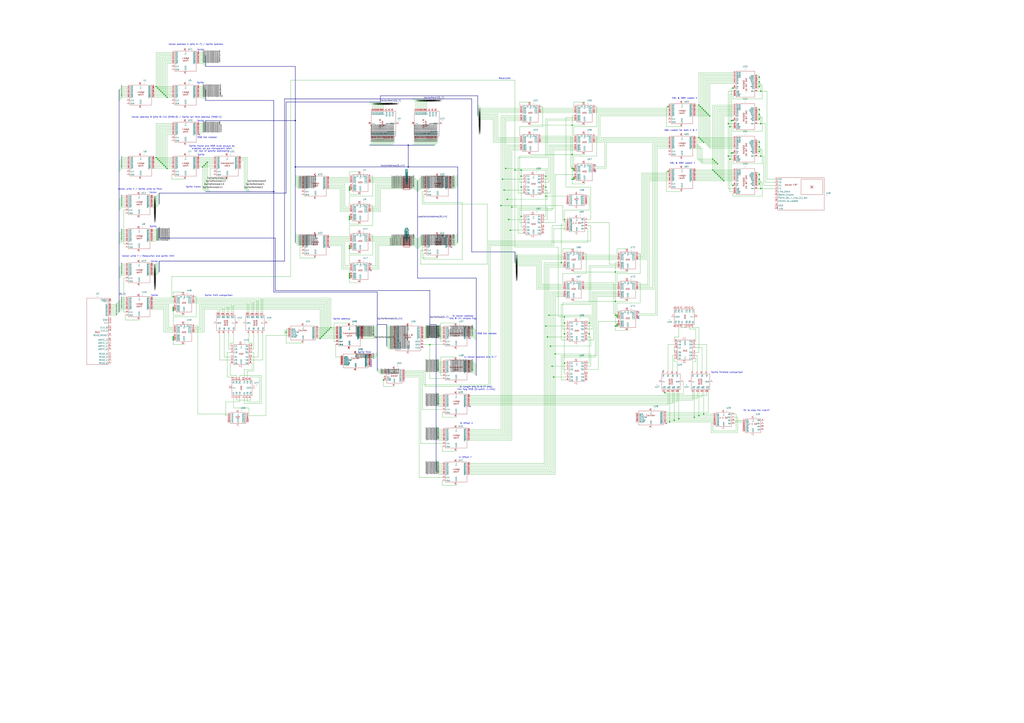
<source format=kicad_sch>
(kicad_sch (version 20250114) (generator "eeschema") (generator_version "9.0")
  (paper "A1")
  (text "2: Length bits 0-6 (7 bits),\nline flag MSB (0=point, 1=line)" (at 391.16 319.024 0) (effects (font (size 1.27 1.27))))
  (text "Vector" (at 125.73 158.242 0) (effects (font (size 1.27 1.27))))
  (text "MSB Not needed" (at 399.796 274.32 0) (effects (font (size 1.27 1.27))))
  (text "Sprite" (at 164.592 68.072 0) (effects (font (size 1.27 1.27))))
  (text "Sprite frame and MSB must always be\nenabled, so put transparent latch\nfor rest of spreite addressing\n" (at 173.99 122.174 0) (effects (font (size 1.27 1.27))))
  (text "NBL & NBM Loader Y" (at 560.578 134.112 0) (effects (font (size 1.27 1.27))))
  (text "4: Offset Y" (at 382.016 375.92 0) (effects (font (size 1.27 1.27))))
  (text "Sprite frame" (at 158.75 153.67 0) (effects (font (size 1.27 1.27))))
  (text "Vector write X / Sprite write to field" (at 114.808 155.448 0) (effects (font (size 1.27 1.27))))
  (text "Sprite" (at 165.1 127.254 0) (effects (font (size 1.27 1.27))))
  (text "Resolution" (at 414.528 64.516 0) (effects (font (size 1.27 1.27))))
  (text "Vector" (at 164.846 40.894 0) (effects (font (size 1.27 1.27))))
  (text "Sprite address" (at 280.67 262.128 0) (effects (font (size 1.27 1.27))))
  (text "Sprite finished comparison" (at 597.154 306.07 0) (effects (font (size 1.27 1.27))))
  (text "Sprite limit comparison" (at 179.578 242.824 0) (effects (font (size 1.27 1.27))))
  (text "Vector address B (bits 8-14) (MSB=0) / Sprite set field address (MSB=1)" (at 145.034 96.266 0) (effects (font (size 1.27 1.27))))
  (text "Sprite" (at 125.73 186.182 0) (effects (font (size 1.27 1.27))))
  (text "Vector" (at 164.846 99.314 0) (effects (font (size 1.27 1.27))))
  (text "0: Vector address\nbits 8-14, enable flag" (at 380.238 260.858 0) (effects (font (size 1.27 1.27))))
  (text "MSB Not needed" (at 169.926 113.03 0) (effects (font (size 1.27 1.27))))
  (text "Sprite field" (at 299.212 289.56 0) (effects (font (size 1.27 1.27))))
  (text "Sprite" (at 127 242.824 0) (effects (font (size 1.27 1.27))))
  (text "1: Vector address bits 0-7" (at 394.462 293.624 0) (effects (font (size 1.27 1.27))))
  (text "Vector" (at 126.746 214.884 0) (effects (font (size 1.27 1.27))))
  (text "3: Offset X" (at 383.032 347.98 0) (effects (font (size 1.27 1.27))))
  (text "Vector write Y / Resolution and sprite limit" (at 121.666 210.566 0) (effects (font (size 1.27 1.27))))
  (text "NBH Loader for both X & Y" (at 559.054 107.188 0) (effects (font (size 1.27 1.27))))
  (text "Ok to stop the clock?" (at 621.284 337.312 0) (effects (font (size 1.27 1.27))))
  (text "Vector address A (bits 0-7) / Sprite address" (at 160.782 36.576 0) (effects (font (size 1.27 1.27))))
  (text "NBL & NBM Loader X" (at 562.356 80.772 0) (effects (font (size 1.27 1.27))))
  (junction (at 623.57 151.13))
  (junction (at 415.29 138.43))
  (junction (at 581.66 93.98))
  (junction (at 623.57 67.31))
  (junction (at 270.51 270.51))
  (junction (at 287.02 203.2))
  (junction (at 454.66 309.88))
  (junction (at 448.31 161.29))
  (junction (at 598.17 128.27))
  (junction (at 452.12 284.48))
  (junction (at 420.37 170.18))
  (junction (at 142.24 255.27))
  (junction (at 135.89 137.16))
  (junction (at 548.64 87.63))
  (junction (at 416.56 163.83))
  (junction (at 623.57 93.98))
  (junction (at 598.17 101.6))
  (junction (at 417.83 180.34))
  (junction (at 242.57 99.06))
  (junction (at 469.9 127))
  (junction (at 142.24 278.13))
  (junction (at 427.99 144.78))
  (junction (at 506.73 267.97))
  (junction (at 483.87 274.32))
  (junction (at 591.82 146.05))
  (junction (at 574.04 86.36))
  (junction (at 287.02 224.79))
  (junction (at 463.55 265.43))
  (junction (at 128.27 71.12))
  (junction (at 601.98 125.73))
  (junction (at 461.01 215.9))
  (junction (at 574.04 113.03))
  (junction (at 269.24 271.78))
  (junction (at 624.84 101.6))
  (junction (at 599.44 130.81))
  (junction (at 593.09 147.32))
  (junction (at 589.28 134.62))
  (junction (at 224.79 157.48))
  (junction (at 137.16 80.01))
  (junction (at 586.74 132.08))
  (junction (at 623.57 124.46))
  (junction (at 469.9 102.87))
  (junction (at 471.17 147.32))
  (junction (at 469.9 147.32))
  (junction (at 589.28 143.51))
  (junction (at 134.62 135.89))
  (junction (at 427.99 139.7))
  (junction (at 585.47 139.7))
  (junction (at 335.28 119.38))
  (junction (at 577.85 340.36))
  (junction (at 463.55 298.45))
  (junction (at 448.31 153.67))
  (junction (at 166.37 137.16))
  (junction (at 448.31 267.97))
  (junction (at 455.93 290.83))
  (junction (at 135.89 78.74))
  (junction (at 553.72 345.44))
  (junction (at 463.55 260.35))
  (junction (at 471.17 138.43))
  (junction (at 577.85 116.84))
  (junction (at 586.74 140.97))
  (junction (at 449.58 276.86))
  (junction (at 287.02 201.93))
  (junction (at 411.48 168.91))
  (junction (at 427.99 153.67))
  (junction (at 137.16 138.43))
  (junction (at 582.93 95.25))
  (junction (at 448.31 144.78))
  (junction (at 623.57 147.32))
  (junction (at 133.35 134.62))
  (junction (at 579.12 91.44))
  (junction (at 463.55 274.32))
  (junction (at 287.02 156.21))
  (junction (at 601.98 99.06))
  (junction (at 414.02 156.21))
  (junction (at 623.57 120.65))
  (junction (at 471.17 139.7))
  (junction (at 505.46 223.52))
  (junction (at 129.54 130.81))
  (junction (at 132.08 74.93))
  (junction (at 505.46 259.08))
  (junction (at 412.75 147.32))
  (junction (at 287.02 153.67))
  (junction (at 287.02 204.47))
  (junction (at 624.84 154.94))
  (junction (at 130.81 132.08))
  (junction (at 266.7 274.32))
  (junction (at 353.06 283.21))
  (junction (at 427.99 177.8))
  (junction (at 506.73 259.08))
  (junction (at 570.23 342.9))
  (junction (at 142.24 254))
  (junction (at 576.58 88.9))
  (junction (at 264.16 276.86))
  (junction (at 623.57 63.5))
  (junction (at 585.47 130.81))
  (junction (at 167.64 135.89))
  (junction (at 450.85 259.08))
  (junction (at 623.57 90.17))
  (junction (at 242.57 137.16))
  (junction (at 133.35 76.2))
  (junction (at 600.71 99.06))
  (junction (at 265.43 275.59))
  (junction (at 594.36 148.59))
  (junction (at 287.02 226.06))
  (junction (at 287.02 177.8))
  (junction (at 623.57 143.51))
  (junction (at 314.96 312.42))
  (junction (at 130.81 73.66))
  (junction (at 549.91 346.71))
  (junction (at 577.85 90.17))
  (junction (at 287.02 154.94))
  (junction (at 601.98 152.4))
  (junction (at 580.39 92.71))
  (junction (at 170.18 133.35))
  (junction (at 142.24 252.73))
  (junction (at 574.04 341.63))
  (junction (at 600.71 125.73))
  (junction (at 505.46 247.65))
  (junction (at 588.01 142.24))
  (junction (at 142.24 276.86))
  (junction (at 546.1 322.58))
  (junction (at 599.44 104.14))
  (junction (at 422.91 139.7))
  (junction (at 128.27 129.54))
  (junction (at 463.55 180.34))
  (junction (at 271.78 269.24))
  (junction (at 262.89 278.13))
  (junction (at 575.31 87.63))
  (junction (at 469.9 138.43))
  (junction (at 590.55 144.78))
  (junction (at 168.91 134.62))
  (junction (at 576.58 115.57))
  (junction (at 142.24 243.84))
  (junction (at 623.57 71.12))
  (junction (at 419.1 189.23))
  (junction (at 287.02 180.34))
  (junction (at 287.02 227.33))
  (junction (at 287.02 179.07))
  (junction (at 267.97 273.05))
  (junction (at 557.53 344.17))
  (junction (at 142.24 279.4))
  (junction (at 623.57 97.79))
  (junction (at 601.98 72.39))
  (junction (at 548.64 140.97))
  (junction (at 506.73 260.35))
  (junction (at 505.46 267.97))
  (junction (at 575.31 114.3))
  (junction (at 129.54 72.39))
  (junction (at 588.01 133.35))
  (junction (at 234.95 273.05))
  (junction (at 624.84 128.27))
  (junction (at 483.87 265.43))
  (junction (at 623.57 116.84))
  (junction (at 335.28 137.16))
  (junction (at 132.08 133.35))
  (junction (at 287.02 228.6))
  (junction (at 471.17 146.05))
  (junction (at 134.62 77.47))
  (junction (at 624.84 74.93))
  (junction (at 506.73 266.7))
  (junction (at 453.39 300.99))
  (no_connect (at 304.8 295.91))
  (no_connect (at 524.51 260.35))
  (no_connect (at 386.08 278.13))
  (no_connect (at 547.37 347.98))
  (no_connect (at 488.95 139.7))
  (no_connect (at 386.08 334.01))
  (no_connect (at 544.83 304.8))
  (no_connect (at 270.51 203.2))
  (no_connect (at 304.8 297.18))
  (no_connect (at 524.51 256.54))
  (no_connect (at 304.8 299.72))
  (no_connect (at 304.8 222.25))
  (no_connect (at 488.95 140.97))
  (no_connect (at 488.95 135.89))
  (no_connect (at 370.84 203.2))
  (no_connect (at 304.8 217.17))
  (no_connect (at 304.8 300.99))
  (no_connect (at 163.83 110.49))
  (no_connect (at 304.8 298.45))
  (no_connect (at 524.51 261.62))
  (bus_entry (at 97.79 138.43) (size 2.54 -2.54))
  (bus_entry (at 422.91 210.82) (size 2.54 2.54))
  (bus_entry (at 342.9 198.12) (size 2.54 -2.54))
  (bus_entry (at 391.16 303.53) (size -2.54 -2.54))
  (bus_entry (at 97.79 224.79) (size 2.54 -2.54))
  (bus_entry (at 97.79 227.33) (size 2.54 -2.54))
  (bus_entry (at 97.79 255.27) (size -2.54 2.54))
  (bus_entry (at 375.92 191.77) (size -2.54 2.54))
  (bus_entry (at 342.9 196.85) (size 2.54 -2.54))
  (bus_entry (at 311.15 119.38) (size 2.54 -2.54))
  (bus_entry (at 358.14 323.85) (size 2.54 2.54))
  (bus_entry (at 392.43 90.17) (size 2.54 2.54))
  (bus_entry (at 347.98 81.28) (size 2.54 2.54))
  (bus_entry (at 391.16 276.86) (size -2.54 -2.54))
  (bus_entry (at 97.79 222.25) (size 2.54 -2.54))
  (bus_entry (at 358.14 351.79) (size 2.54 2.54))
  (bus_entry (at 358.14 386.08) (size 2.54 2.54))
  (bus_entry (at 392.43 92.71) (size 2.54 2.54))
  (bus_entry (at 350.52 119.38) (size 2.54 -2.54))
  (bus_entry (at 242.57 196.85) (size 2.54 2.54))
  (bus_entry (at 346.71 81.28) (size 2.54 2.54))
  (bus_entry (at 358.14 271.78) (size 2.54 2.54))
  (bus_entry (at 97.79 82.55) (size 2.54 -2.54))
  (bus_entry (at 342.9 199.39) (size -2.54 -2.54))
  (bus_entry (at 168.91 106.68) (size -2.54 2.54))
  (bus_entry (at 130.81 220.98) (size -2.54 2.54))
  (bus_entry (at 346.71 119.38) (size 2.54 -2.54))
  (bus_entry (at 168.91 80.01) (size -2.54 -2.54))
  (bus_entry (at 168.91 77.47) (size -2.54 -2.54))
  (bus_entry (at 97.79 137.16) (size 2.54 -2.54))
  (bus_entry (at 358.14 273.05) (size 2.54 2.54))
  (bus_entry (at 342.9 81.28) (size 2.54 2.54))
  (bus_entry (at 242.57 148.59) (size 2.54 2.54))
  (bus_entry (at 391.16 274.32) (size -2.54 -2.54))
  (bus_entry (at 353.06 119.38) (size 2.54 -2.54))
  (bus_entry (at 317.5 283.21) (size 2.54 2.54))
  (bus_entry (at 375.92 148.59) (size -2.54 2.54))
  (bus_entry (at 358.14 327.66) (size 2.54 2.54))
  (bus_entry (at 342.9 153.67) (size -2.54 -2.54))
  (bus_entry (at 358.14 269.24) (size 2.54 2.54))
  (bus_entry (at 349.25 119.38) (size 2.54 -2.54))
  (bus_entry (at 375.92 144.78) (size -2.54 2.54))
  (bus_entry (at 242.57 199.39) (size 2.54 2.54))
  (bus_entry (at 375.92 196.85) (size -2.54 2.54))
  (bus_entry (at 203.2 157.48) (size -2.54 -2.54))
  (bus_entry (at 342.9 201.93) (size 2.54 -2.54))
  (bus_entry (at 130.81 215.9) (size -2.54 2.54))
  (bus_entry (at 309.88 290.83) (size -2.54 2.54))
  (bus_entry (at 168.91 49.53) (size -2.54 -2.54))
  (bus_entry (at 97.79 74.93) (size 2.54 -2.54))
  (bus_entry (at 342.9 201.93) (size -2.54 -2.54))
  (bus_entry (at 309.88 289.56) (size -2.54 2.54))
  (bus_entry (at 168.91 81.28) (size -2.54 -2.54))
  (bus_entry (at 375.92 199.39) (size -2.54 2.54))
  (bus_entry (at 168.91 73.66) (size -2.54 -2.54))
  (bus_entry (at 342.9 204.47) (size -2.54 -2.54))
  (bus_entry (at 97.79 134.62) (size 2.54 -2.54))
  (bus_entry (at 358.14 383.54) (size 2.54 2.54))
  (bus_entry (at 242.57 146.05) (size 2.54 2.54))
  (bus_entry (at 309.88 271.78) (size -2.54 2.54))
  (bus_entry (at 304.8 119.38) (size 2.54 -2.54))
  (bus_entry (at 353.06 270.51) (size -2.54 2.54))
  (bus_entry (at 317.5 276.86) (size 2.54 2.54))
  (bus_entry (at 168.91 102.87) (size -2.54 2.54))
  (bus_entry (at 317.5 274.32) (size 2.54 2.54))
  (bus_entry (at 353.06 275.59) (size -2.54 2.54))
  (bus_entry (at 391.16 304.8) (size -2.54 -2.54))
  (bus_entry (at 392.43 91.44) (size 2.54 2.54))
  (bus_entry (at 309.88 266.7) (size -2.54 2.54))
  (bus_entry (at 97.79 133.35) (size 2.54 -2.54))
  (bus_entry (at 312.42 83.82) (size 2.54 2.54))
  (bus_entry (at 358.14 303.53) (size 2.54 2.54))
  (bus_entry (at 309.88 274.32) (size -2.54 2.54))
  (bus_entry (at 375.92 195.58) (size -2.54 2.54))
  (bus_entry (at 204.47 157.48) (size -2.54 -2.54))
  (bus_entry (at 97.79 80.01) (size 2.54 -2.54))
  (bus_entry (at 342.9 204.47) (size 2.54 -2.54))
  (bus_entry (at 375.92 147.32) (size -2.54 2.54))
  (bus_entry (at 130.81 160.02) (size -2.54 2.54))
  (bus_entry (at 309.88 273.05) (size -2.54 2.54))
  (bus_entry (at 242.57 191.77) (size 2.54 2.54))
  (bus_entry (at 317.5 271.78) (size 2.54 2.54))
  (bus_entry (at 97.79 170.18) (size 2.54 -2.54))
  (bus_entry (at 242.57 198.12) (size 2.54 2.54))
  (bus_entry (at 303.53 119.38) (size 2.54 -2.54))
  (bus_entry (at 422.91 207.01) (size 2.54 2.54))
  (bus_entry (at 358.14 325.12) (size 2.54 2.54))
  (bus_entry (at 422.91 212.09) (size 2.54 2.54))
  (bus_entry (at 317.5 281.94) (size 2.54 2.54))
  (bus_entry (at 168.91 54.61) (size -2.54 -2.54))
  (bus_entry (at 391.16 299.72) (size -2.54 -2.54))
  (bus_entry (at 130.81 186.69) (size -2.54 2.54))
  (bus_entry (at 358.14 359.41) (size 2.54 2.54))
  (bus_entry (at 97.79 191.77) (size 2.54 -2.54))
  (bus_entry (at 342.9 203.2) (size 2.54 -2.54))
  (bus_entry (at 97.79 251.46) (size 2.54 -2.54))
  (bus_entry (at 130.81 218.44) (size -2.54 2.54))
  (bus_entry (at 358.14 326.39) (size 2.54 2.54))
  (bus_entry (at 242.57 149.86) (size 2.54 2.54))
  (bus_entry (at 375.92 198.12) (size -2.54 2.54))
  (bus_entry (at 97.79 77.47) (size 2.54 -2.54))
  (bus_entry (at 317.5 278.13) (size 2.54 2.54))
  (bus_entry (at 97.79 168.91) (size 2.54 -2.54))
  (bus_entry (at 130.81 163.83) (size -2.54 2.54))
  (bus_entry (at 342.9 149.86) (size -2.54 -2.54))
  (bus_entry (at 375.92 143.51) (size -2.54 2.54))
  (bus_entry (at 168.91 45.72) (size -2.54 -2.54))
  (bus_entry (at 130.81 158.75) (size -2.54 2.54))
  (bus_entry (at 97.79 194.31) (size 2.54 -2.54))
  (bus_entry (at 97.79 252.73) (size 2.54 -2.54))
  (bus_entry (at 358.14 294.64) (size 2.54 2.54))
  (bus_entry (at 318.77 119.38) (size 2.54 -2.54))
  (bus_entry (at 358.14 302.26) (size 2.54 2.54))
  (bus_entry (at 342.9 203.2) (size -2.54 -2.54))
  (bus_entry (at 306.07 83.82) (size 2.54 2.54))
  (bus_entry (at 358.14 382.27) (size 2.54 2.54))
  (bus_entry (at 358.14 267.97) (size 2.54 2.54))
  (bus_entry (at 312.42 119.38) (size 2.54 -2.54))
  (bus_entry (at 342.9 157.48) (size 2.54 -2.54))
  (bus_entry (at 358.14 300.99) (size 2.54 2.54))
  (bus_entry (at 97.79 248.92) (size 2.54 -2.54))
  (bus_entry (at 375.92 151.13) (size -2.54 2.54))
  (bus_entry (at 168.91 74.93) (size -2.54 -2.54))
  (bus_entry (at 130.81 165.1) (size -2.54 2.54))
  (bus_entry (at 317.5 119.38) (size 2.54 -2.54))
  (bus_entry (at 97.79 200.66) (size 2.54 -2.54))
  (bus_entry (at 242.57 193.04) (size 2.54 2.54))
  (bus_entry (at 97.79 250.19) (size -2.54 2.54))
  (bus_entry (at 168.91 78.74) (size -2.54 -2.54))
  (bus_entry (at 97.79 198.12) (size 2.54 -2.54))
  (bus_entry (at 358.14 328.93) (size 2.54 2.54))
  (bus_entry (at 97.79 132.08) (size 2.54 -2.54))
  (bus_entry (at 353.06 267.97) (size -2.54 2.54))
  (bus_entry (at 391.16 307.34) (size -2.54 -2.54))
  (bus_entry (at 422.91 208.28) (size 2.54 2.54))
  (bus_entry (at 168.91 100.33) (size -2.54 2.54))
  (bus_entry (at 347.98 119.38) (size 2.54 -2.54))
  (bus_entry (at 97.79 167.64) (size 2.54 -2.54))
  (bus_entry (at 130.81 223.52) (size -2.54 2.54))
  (bus_entry (at 97.79 172.72) (size 2.54 -2.54))
  (bus_entry (at 97.79 219.71) (size 2.54 -2.54))
  (bus_entry (at 392.43 93.98) (size 2.54 2.54))
  (bus_entry (at 321.31 119.38) (size 2.54 -2.54))
  (bus_entry (at 351.79 119.38) (size 2.54 -2.54))
  (bus_entry (at 339.09 119.38) (size 2.54 -2.54))
  (bus_entry (at 342.9 196.85) (size -2.54 -2.54))
  (bus_entry (at 168.91 46.99) (size -2.54 -2.54))
  (bus_entry (at 358.14 299.72) (size 2.54 2.54))
  (bus_entry (at 242.57 151.13) (size 2.54 2.54))
  (bus_entry (at 309.88 119.38) (size 2.54 -2.54))
  (bus_entry (at 130.81 222.25) (size -2.54 2.54))
  (bus_entry (at 168.91 76.2) (size -2.54 -2.54))
  (bus_entry (at 391.16 279.4) (size -2.54 -2.54))
  (bus_entry (at 205.74 157.48) (size -2.54 -2.54))
  (bus_entry (at 130.81 195.58) (size -2.54 2.54))
  (bus_entry (at 97.79 252.73) (size -2.54 2.54))
  (bus_entry (at 130.81 162.56) (size -2.54 2.54))
  (bus_entry (at 97.79 226.06) (size 2.54 -2.54))
  (bus_entry (at 97.79 220.98) (size 2.54 -2.54))
  (bus_entry (at 308.61 119.38) (size 2.54 -2.54))
  (bus_entry (at 168.91 50.8) (size -2.54 -2.54))
  (bus_entry (at 353.06 266.7) (size -2.54 2.54))
  (bus_entry (at 353.06 273.05) (size -2.54 2.54))
  (bus_entry (at 344.17 81.28) (size 2.54 2.54))
  (bus_entry (at 391.16 302.26) (size -2.54 -2.54))
  (bus_entry (at 375.92 193.04) (size -2.54 2.54))
  (bus_entry (at 342.9 199.39) (size 2.54 -2.54))
  (bus_entry (at 375.92 146.05) (size -2.54 2.54))
  (bus_entry (at 97.79 247.65) (size -2.54 2.54))
  (bus_entry (at 358.14 270.51) (size 2.54 2.54))
  (bus_entry (at 342.9 148.59) (size -2.54 -2.54))
  (bus_entry (at 242.57 195.58) (size 2.54 2.54))
  (bus_entry (at 342.9 156.21) (size -2.54 -2.54))
  (bus_entry (at 354.33 119.38) (size 2.54 -2.54))
  (bus_entry (at 317.5 270.51) (size 2.54 2.54))
  (bus_entry (at 97.79 195.58) (size 2.54 -2.54))
  (bus_entry (at 375.92 149.86) (size -2.54 2.54))
  (bus_entry (at 358.14 331.47) (size 2.54 2.54))
  (bus_entry (at 130.81 191.77) (size -2.54 2.54))
  (bus_entry (at 392.43 95.25) (size 2.54 2.54))
  (bus_entry (at 317.5 266.7) (size 2.54 2.54))
  (bus_entry (at 307.34 83.82) (size 2.54 2.54))
  (bus_entry (at 130.81 214.63) (size -2.54 2.54))
  (bus_entry (at 168.91 53.34) (size -2.54 -2.54))
  (bus_entry (at 130.81 187.96) (size -2.54 2.54))
  (bus_entry (at 345.44 119.38) (size 2.54 -2.54))
  (bus_entry (at 309.88 302.26) (size 2.54 2.54))
  (bus_entry (at 168.91 52.07) (size -2.54 -2.54))
  (bus_entry (at 97.79 73.66) (size 2.54 -2.54))
  (bus_entry (at 309.88 304.8) (size 2.54 2.54))
  (bus_entry (at 340.36 81.28) (size 2.54 2.54))
  (bus_entry (at 317.5 273.05) (size 2.54 2.54))
  (bus_entry (at 391.16 273.05) (size -2.54 -2.54))
  (bus_entry (at 311.15 83.82) (size 2.54 2.54))
  (bus_entry (at 358.14 384.81) (size 2.54 2.54))
  (bus_entry (at 342.9 148.59) (size 2.54 -2.54))
  (bus_entry (at 358.14 275.59) (size 2.54 2.54))
  (bus_entry (at 97.79 254) (size -2.54 2.54))
  (bus_entry (at 97.79 193.04) (size 2.54 -2.54))
  (bus_entry (at 97.79 196.85) (size 2.54 -2.54))
  (bus_entry (at 97.79 199.39) (size 2.54 -2.54))
  (bus_entry (at 358.14 356.87) (size 2.54 2.54))
  (bus_entry (at 358.14 387.35) (size 2.54 2.54))
  (bus_entry (at 316.23 119.38) (size 2.54 -2.54))
  (bus_entry (at 309.88 270.51) (size -2.54 2.54))
  (bus_entry (at 341.63 81.28) (size 2.54 2.54))
  (bus_entry (at 97.79 166.37) (size 2.54 -2.54))
  (bus_entry (at 97.79 251.46) (size -2.54 2.54))
  (bus_entry (at 130.81 219.71) (size -2.54 2.54))
  (bus_entry (at 130.81 161.29) (size -2.54 2.54))
  (bus_entry (at 320.04 119.38) (size 2.54 -2.54))
  (bus_entry (at 97.79 256.54) (size -2.54 2.54))
  (bus_entry (at 392.43 86.36) (size 2.54 2.54))
  (bus_entry (at 358.14 274.32) (size 2.54 2.54))
  (bus_entry (at 358.14 354.33) (size 2.54 2.54))
  (bus_entry (at 242.57 144.78) (size 2.54 2.54))
  (bus_entry (at 342.9 149.86) (size 2.54 -2.54))
  (bus_entry (at 342.9 200.66) (size -2.54 -2.54))
  (bus_entry (at 342.9 156.21) (size 2.54 -2.54))
  (bus_entry (at 345.44 81.28) (size 2.54 2.54))
  (bus_entry (at 313.69 119.38) (size 2.54 -2.54))
  (bus_entry (at 391.16 278.13) (size -2.54 -2.54))
  (bus_entry (at 391.16 300.99) (size -2.54 -2.54))
  (bus_entry (at 422.91 213.36) (size 2.54 2.54))
  (bus_entry (at 342.9 152.4) (size -2.54 -2.54))
  (bus_entry (at 375.92 194.31) (size -2.54 2.54))
  (bus_entry (at 309.88 267.97) (size -2.54 2.54))
  (bus_entry (at 358.14 295.91) (size 2.54 2.54))
  (bus_entry (at 358.14 350.52) (size 2.54 2.54))
  (bus_entry (at 358.14 355.6) (size 2.54 2.54))
  (bus_entry (at 97.79 139.7) (size 2.54 -2.54))
  (bus_entry (at 309.88 275.59) (size -2.54 2.54))
  (bus_entry (at 242.57 194.31) (size 2.54 2.54))
  (bus_entry (at 170.18 157.48) (size -2.54 -2.54))
  (bus_entry (at 130.81 189.23) (size -2.54 2.54))
  (bus_entry (at 358.14 330.2) (size 2.54 2.54))
  (bus_entry (at 342.9 157.48) (size -2.54 -2.54))
  (bus_entry (at 168.91 82.55) (size -2.54 -2.54))
  (bus_entry (at 97.79 76.2) (size 2.54 -2.54))
  (bus_entry (at 97.79 140.97) (size 2.54 -2.54))
  (bus_entry (at 340.36 119.38) (size 2.54 -2.54))
  (bus_entry (at 303.53 83.82) (size 2.54 2.54))
  (bus_entry (at 391.16 271.78) (size -2.54 -2.54))
  (bus_entry (at 130.81 190.5) (size -2.54 2.54))
  (bus_entry (at 97.79 171.45) (size 2.54 -2.54))
  (bus_entry (at 358.14 297.18) (size 2.54 2.54))
  (bus_entry (at 342.9 154.94) (size 2.54 -2.54))
  (bus_entry (at 97.79 163.83) (size 2.54 -2.54))
  (bus_entry (at 168.91 105.41) (size -2.54 2.54))
  (bus_entry (at 97.79 250.19) (size 2.54 -2.54))
  (bus_entry (at 392.43 88.9) (size 2.54 2.54))
  (bus_entry (at 355.6 119.38) (size 2.54 -2.54))
  (bus_entry (at 422.91 209.55) (size 2.54 2.54))
  (bus_entry (at 342.9 152.4) (size 2.54 -2.54))
  (bus_entry (at 97.79 256.54) (size 2.54 -2.54))
  (bus_entry (at 168.91 99.06) (size -2.54 2.54))
  (bus_entry (at 308.61 83.82) (size 2.54 2.54))
  (bus_entry (at 309.88 269.24) (size -2.54 2.54))
  (bus_entry (at 317.5 284.48) (size 2.54 2.54))
  (bus_entry (at 356.87 119.38) (size 2.54 -2.54))
  (bus_entry (at 97.79 81.28) (size 2.54 -2.54))
  (bus_entry (at 130.81 167.64) (size -2.54 2.54))
  (bus_entry (at 172.72 157.48) (size -2.54 -2.54))
  (bus_entry (at 307.34 119.38) (size 2.54 -2.54))
  (bus_entry (at 344.17 119.38) (size 2.54 -2.54))
  (bus_entry (at 358.14 379.73) (size 2.54 2.54))
  (bus_entry (at 358.14 358.14) (size 2.54 2.54))
  (bus_entry (at 97.79 254) (size 2.54 -2.54))
  (bus_entry (at 130.81 166.37) (size -2.54 2.54))
  (bus_entry (at 391.16 306.07) (size -2.54 -2.54))
  (bus_entry (at 168.91 104.14) (size -2.54 2.54))
  (bus_entry (at 97.79 228.6) (size 2.54 -2.54))
  (bus_entry (at 342.9 154.94) (size -2.54 -2.54))
  (bus_entry (at 168.91 101.6) (size -2.54 2.54))
  (bus_entry (at 342.9 119.38) (size 2.54 -2.54))
  (bus_entry (at 342.9 151.13) (size -2.54 -2.54))
  (bus_entry (at 353.06 274.32) (size -2.54 2.54))
  (bus_entry (at 317.5 280.67) (size 2.54 2.54))
  (bus_entry (at 358.14 378.46) (size 2.54 2.54))
  (bus_entry (at 97.79 248.92) (size -2.54 2.54))
  (bus_entry (at 358.14 381) (size 2.54 2.54))
  (bus_entry (at 392.43 87.63) (size 2.54 2.54))
  (bus_entry (at 97.79 223.52) (size 2.54 -2.54))
  (bus_entry (at 97.79 247.65) (size 2.54 -2.54))
  (bus_entry (at 309.88 303.53) (size 2.54 2.54))
  (bus_entry (at 339.09 81.28) (size 2.54 2.54))
  (bus_entry (at 130.81 193.04) (size -2.54 2.54))
  (bus_entry (at 97.79 135.89) (size 2.54 -2.54))
  (bus_entry (at 358.14 322.58) (size 2.54 2.54))
  (bus_entry (at 97.79 255.27) (size 2.54 -2.54))
  (bus_entry (at 242.57 147.32) (size 2.54 2.54))
  (bus_entry (at 358.14 353.06) (size 2.54 2.54))
  (bus_entry (at 358.14 298.45) (size 2.54 2.54))
  (bus_entry (at 171.45 157.48) (size -2.54 -2.54))
  (bus_entry (at 353.06 269.24) (size -2.54 2.54))
  (bus_entry (at 168.91 157.48) (size -2.54 -2.54))
  (bus_entry (at 391.16 275.59) (size -2.54 -2.54))
  (bus_entry (at 130.81 217.17) (size -2.54 2.54))
  (bus_entry (at 306.07 119.38) (size 2.54 -2.54))
  (bus_entry (at 314.96 119.38) (size 2.54 -2.54))
  (bus_entry (at 304.8 83.82) (size 2.54 2.54))
  (bus_entry (at 97.79 165.1) (size 2.54 -2.54))
  (bus_entry (at 342.9 198.12) (size -2.54 -2.54))
  (bus_entry (at 168.91 48.26) (size -2.54 -2.54))
  (bus_entry (at 309.88 292.1) (size -2.54 2.54))
  (bus_entry (at 317.5 267.97) (size 2.54 2.54))
  (bus_entry (at 342.9 151.13) (size 2.54 -2.54))
  (bus_entry (at 342.9 153.67) (size 2.54 -2.54))
  (bus_entry (at 242.57 152.4) (size 2.54 2.54))
  (bus_entry (at 317.5 279.4) (size 2.54 2.54))
  (bus_entry (at 242.57 143.51) (size 2.54 2.54))
  (bus_entry (at 375.92 152.4) (size -2.54 2.54))
  (bus_entry (at 353.06 271.78) (size -2.54 2.54))
  (bus_entry (at 341.63 119.38) (size 2.54 -2.54))
  (bus_entry (at 97.79 78.74) (size 2.54 -2.54))
  (bus_entry (at 317.5 275.59) (size 2.54 2.54))
  (bus_entry (at 422.91 214.63) (size 2.54 2.54))
  (bus_entry (at 130.81 194.31) (size -2.54 2.54))
  (bus_entry (at 309.88 83.82) (size 2.54 2.54))
  (bus_entry (at 422.91 215.9) (size 2.54 2.54))
  (bus_entry (at 342.9 200.66) (size 2.54 -2.54))
  (bus_entry (at 358.14 266.7) (size 2.54 2.54))
  (bus_entry (at 391.16 308.61) (size -2.54 -2.54))
  (bus_entry (at 317.5 269.24) (size 2.54 2.54))
  (wire (pts (xy 312.42 154.94) (xy 330.2 154.94)))
  (wire (pts (xy 452.12 284.48) (xy 452.12 386.08)))
  (wire (pts (xy 287.02 209.55) (xy 287.02 217.17)))
  (wire (pts (xy 287.02 184.15) (xy 295.91 184.15)))
  (wire (pts (xy 101.6 172.72) (xy 101.6 200.66)))
  (wire (pts (xy 532.13 147.32) (xy 532.13 233.68)))
  (wire (pts (xy 204.47 248.92) (xy 204.47 256.54)))
  (wire (pts (xy 128.27 223.52) (xy 125.73 223.52)))
  (wire (pts (xy 304.8 195.58) (xy 330.2 195.58)))
  (wire (pts (xy 580.39 66.04) (xy 601.98 66.04)))
  (wire (pts (xy 386.08 328.93) (xy 568.96 328.93)))
  (wire (pts (xy 340.36 151.13) (xy 337.82 151.13)))
  (wire (pts (xy 525.78 224.79) (xy 506.73 224.79)))
  (wire (pts (xy 584.2 347.98) (xy 585.47 347.98)))
  (wire (pts (xy 469.9 147.32) (xy 471.17 147.32)))
  (bus (pts (xy 130.81 191.77) (xy 130.81 193.04)))
  (wire (pts (xy 234.95 273.05) (xy 234.95 281.94)))
  (wire (pts (xy 127 80.01) (xy 137.16 80.01)))
  (wire (pts (xy 298.45 278.13) (xy 307.34 278.13)))
  (bus (pts (xy 339.09 119.38) (xy 340.36 119.38)))
  (wire (pts (xy 464.82 181.61) (xy 462.28 181.61)))
  (wire (pts (xy 201.93 130.81) (xy 201.93 154.94)))
  (wire (pts (xy 163.83 44.45) (xy 166.37 44.45)))
  (wire (pts (xy 539.75 121.92) (xy 539.75 259.08)))
  (wire (pts (xy 287.02 185.42) (xy 287.02 193.04)))
  (bus (pts (xy 375.92 144.78) (xy 375.92 146.05)))
  (wire (pts (xy 104.14 134.62) (xy 100.33 134.62)))
  (wire (pts (xy 420.37 170.18) (xy 449.58 170.18)))
  (wire (pts (xy 448.31 161.29) (xy 448.31 153.67)))
  (bus (pts (xy 306.07 83.82) (xy 307.34 83.82)))
  (wire (pts (xy 135.89 50.8) (xy 140.97 50.8)))
  (wire (pts (xy 483.87 260.35) (xy 463.55 260.35)))
  (wire (pts (xy 125.73 191.77) (xy 128.27 191.77)))
  (wire (pts (xy 312.42 306.07) (xy 314.96 306.07)))
  (wire (pts (xy 444.5 111.76) (xy 468.63 111.76)))
  (wire (pts (xy 245.11 196.85) (xy 247.65 196.85)))
  (bus (pts (xy 97.79 223.52) (xy 97.79 224.79)))
  (wire (pts (xy 304.8 148.59) (xy 330.2 148.59)))
  (bus (pts (xy 168.91 49.53) (xy 168.91 50.8)))
  (wire (pts (xy 575.31 133.35) (xy 588.01 133.35)))
  (wire (pts (xy 488.95 111.76) (xy 490.22 111.76)))
  (wire (pts (xy 182.88 256.54) (xy 182.88 252.73)))
  (wire (pts (xy 420.37 361.95) (xy 386.08 361.95)))
  (bus (pts (xy 168.91 76.2) (xy 168.91 77.47)))
  (wire (pts (xy 570.23 342.9) (xy 585.47 342.9)))
  (wire (pts (xy 347.98 275.59) (xy 350.52 275.59)))
  (wire (pts (xy 462.28 237.49) (xy 440.69 237.49)))
  (wire (pts (xy 180.34 254) (xy 180.34 256.54)))
  (bus (pts (xy 422.91 213.36) (xy 422.91 212.09)))
  (bus (pts (xy 358.14 378.46) (xy 358.14 359.41)))
  (wire (pts (xy 363.22 306.07) (xy 360.68 306.07)))
  (bus (pts (xy 353.06 266.7) (xy 353.06 267.97)))
  (wire (pts (xy 320.04 270.51) (xy 322.58 270.51)))
  (wire (pts (xy 128.27 224.79) (xy 125.73 224.79)))
  (wire (pts (xy 414.02 156.21) (xy 429.26 156.21)))
  (wire (pts (xy 287.02 161.29) (xy 287.02 168.91)))
  (wire (pts (xy 444.5 114.3) (xy 471.17 114.3)))
  (wire (pts (xy 160.02 243.84) (xy 161.29 243.84)))
  (bus (pts (xy 375.92 143.51) (xy 375.92 144.78)))
  (bus (pts (xy 224.79 157.48) (xy 224.79 240.03)))
  (wire (pts (xy 101.6 228.6) (xy 101.6 256.54)))
  (wire (pts (xy 571.5 297.18) (xy 571.5 294.64)))
  (wire (pts (xy 287.02 140.97) (xy 295.91 140.97)))
  (wire (pts (xy 180.34 295.91) (xy 180.34 274.32)))
  (wire (pts (xy 346.71 116.84) (xy 346.71 114.3)))
  (wire (pts (xy 626.11 134.62) (xy 601.98 134.62)))
  (wire (pts (xy 134.62 77.47) (xy 140.97 77.47)))
  (wire (pts (xy 388.62 273.05) (xy 386.08 273.05)))
  (bus (pts (xy 321.31 119.38) (xy 335.28 119.38)))
  (wire (pts (xy 270.51 270.51) (xy 261.62 270.51)))
  (wire (pts (xy 287.02 201.93) (xy 287.02 203.2)))
  (wire (pts (xy 553.72 292.1) (xy 552.45 292.1)))
  (wire (pts (xy 287.02 219.71) (xy 281.94 219.71)))
  (wire (pts (xy 207.01 289.56) (xy 208.28 289.56)))
  (wire (pts (xy 363.22 304.8) (xy 360.68 304.8)))
  (wire (pts (xy 529.59 144.78) (xy 548.64 144.78)))
  (wire (pts (xy 455.93 389.89) (xy 386.08 389.89)))
  (wire (pts (xy 601.98 71.12) (xy 601.98 72.39)))
  (wire (pts (xy 444.5 90.17) (xy 471.17 90.17)))
  (bus (pts (xy 317.5 270.51) (xy 317.5 269.24)))
  (wire (pts (xy 624.84 154.94) (xy 636.27 154.94)))
  (wire (pts (xy 482.6 300.99) (xy 485.14 300.99)))
  (wire (pts (xy 363.22 300.99) (xy 360.68 300.99)))
  (wire (pts (xy 482.6 276.86) (xy 485.14 276.86)))
  (wire (pts (xy 571.5 114.3) (xy 575.31 114.3)))
  (wire (pts (xy 340.36 201.93) (xy 337.82 201.93)))
  (wire (pts (xy 314.96 86.36) (xy 314.96 88.9)))
  (wire (pts (xy 486.41 240.03) (xy 506.73 240.03)))
  (wire (pts (xy 453.39 172.72) (xy 453.39 121.92)))
  (bus (pts (xy 168.91 50.8) (xy 168.91 52.07)))
  (wire (pts (xy 386.08 331.47) (xy 552.45 331.47)))
  (wire (pts (xy 347.98 274.32) (xy 350.52 274.32)))
  (wire (pts (xy 469.9 102.87) (xy 469.9 127)))
  (wire (pts (xy 163.83 73.66) (xy 166.37 73.66)))
  (wire (pts (xy 482.6 265.43) (xy 483.87 265.43)))
  (wire (pts (xy 363.22 388.62) (xy 360.68 388.62)))
  (wire (pts (xy 402.59 201.93) (xy 454.66 201.93)))
  (wire (pts (xy 100.33 248.92) (xy 102.87 248.92)))
  (wire (pts (xy 189.23 298.45) (xy 189.23 308.61)))
  (wire (pts (xy 605.79 355.6) (xy 584.2 355.6)))
  (bus (pts (xy 317.5 283.21) (xy 317.5 281.94)))
  (wire (pts (xy 346.71 83.82) (xy 346.71 88.9)))
  (wire (pts (xy 194.31 308.61) (xy 194.31 309.88)))
  (wire (pts (xy 363.22 382.27) (xy 360.68 382.27)))
  (wire (pts (xy 455.93 143.51) (xy 471.17 143.51)))
  (wire (pts (xy 574.04 132.08) (xy 574.04 119.38)))
  (wire (pts (xy 627.38 152.4) (xy 627.38 128.27)))
  (bus (pts (xy 342.9 201.93) (xy 342.9 203.2)))
  (bus (pts (xy 97.79 77.47) (xy 97.79 78.74)))
  (bus (pts (xy 97.79 139.7) (xy 97.79 140.97)))
  (wire (pts (xy 287.02 180.34) (xy 287.02 184.15)))
  (wire (pts (xy 471.17 247.65) (xy 505.46 247.65)))
  (wire (pts (xy 601.98 67.31) (xy 581.66 67.31)))
  (wire (pts (xy 363.22 353.06) (xy 360.68 353.06)))
  (wire (pts (xy 469.9 138.43) (xy 469.9 147.32)))
  (wire (pts (xy 574.04 269.24) (xy 568.96 269.24)))
  (wire (pts (xy 245.11 153.67) (xy 247.65 153.67)))
  (wire (pts (xy 101.6 200.66) (xy 102.87 200.66)))
  (wire (pts (xy 450.85 149.86) (xy 450.85 119.38)))
  (wire (pts (xy 281.94 171.45) (xy 281.94 152.4)))
  (wire (pts (xy 267.97 248.92) (xy 204.47 248.92)))
  (bus (pts (xy 341.63 81.28) (xy 340.36 81.28)))
  (wire (pts (xy 363.22 370.84) (xy 374.65 370.84)))
  (wire (pts (xy 394.97 97.79) (xy 405.13 97.79)))
  (bus (pts (xy 358.14 355.6) (xy 358.14 354.33)))
  (wire (pts (xy 166.37 154.94) (xy 166.37 137.16)))
  (wire (pts (xy 320.04 280.67) (xy 322.58 280.67)))
  (wire (pts (xy 128.27 226.06) (xy 125.73 226.06)))
  (wire (pts (xy 400.05 167.64) (xy 346.71 167.64)))
  (wire (pts (xy 462.28 217.17) (xy 448.31 217.17)))
  (bus (pts (xy 353.06 267.97) (xy 353.06 269.24)))
  (wire (pts (xy 584.2 355.6) (xy 584.2 347.98)))
  (wire (pts (xy 340.36 146.05) (xy 337.82 146.05)))
  (wire (pts (xy 452.12 120.65) (xy 471.17 120.65)))
  (wire (pts (xy 91.44 250.19) (xy 95.25 250.19)))
  (wire (pts (xy 345.44 217.17) (xy 345.44 205.74)))
  (bus (pts (xy 312.42 78.74) (xy 312.42 83.82)))
  (bus (pts (xy 354.33 119.38) (xy 355.6 119.38)))
  (wire (pts (xy 298.45 269.24) (xy 307.34 269.24)))
  (wire (pts (xy 462.28 234.95) (xy 443.23 234.95)))
  (wire (pts (xy 548.64 113.03) (xy 494.03 113.03)))
  (wire (pts (xy 134.62 49.53) (xy 134.62 77.47)))
  (wire (pts (xy 102.87 217.17) (xy 100.33 217.17)))
  (wire (pts (xy 279.4 154.94) (xy 270.51 154.94)))
  (wire (pts (xy 271.78 269.24) (xy 261.62 269.24)))
  (wire (pts (xy 463.55 265.43) (xy 463.55 274.32)))
  (wire (pts (xy 537.21 237.49) (xy 537.21 119.38)))
  (wire (pts (xy 601.98 93.98) (xy 593.09 93.98)))
  (wire (pts (xy 426.72 123.19) (xy 420.37 123.19)))
  (wire (pts (xy 102.87 195.58) (xy 100.33 195.58)))
  (bus (pts (xy 340.36 119.38) (xy 341.63 119.38)))
  (bus (pts (xy 342.9 148.59) (xy 342.9 149.86)))
  (wire (pts (xy 581.66 93.98) (xy 571.5 93.98)))
  (wire (pts (xy 245.11 201.93) (xy 247.65 201.93)))
  (bus (pts (xy 309.88 303.53) (xy 309.88 302.26)))
  (wire (pts (xy 444.5 214.63) (xy 444.5 233.68)))
  (wire (pts (xy 462.28 293.37) (xy 462.28 303.53)))
  (wire (pts (xy 274.32 280.67) (xy 275.59 280.67)))
  (wire (pts (xy 287.02 208.28) (xy 295.91 208.28)))
  (wire (pts (xy 419.1 360.68) (xy 419.1 189.23)))
  (bus (pts (xy 375.92 193.04) (xy 375.92 194.31)))
  (wire (pts (xy 307.34 86.36) (xy 307.34 88.9)))
  (wire (pts (xy 462.28 224.79) (xy 462.28 232.41)))
  (wire (pts (xy 363.22 384.81) (xy 360.68 384.81)))
  (wire (pts (xy 363.22 302.26) (xy 360.68 302.26)))
  (wire (pts (xy 287.02 198.12) (xy 270.51 198.12)))
  (wire (pts (xy 363.22 273.05) (xy 360.68 273.05)))
  (bus (pts (xy 97.79 166.37) (xy 97.79 167.64)))
  (wire (pts (xy 482.6 199.39) (xy 400.05 199.39)))
  (wire (pts (xy 588.01 88.9) (xy 588.01 133.35)))
  (wire (pts (xy 453.39 387.35) (xy 386.08 387.35)))
  (wire (pts (xy 135.89 78.74) (xy 140.97 78.74)))
  (bus (pts (xy 342.9 152.4) (xy 342.9 153.67)))
  (wire (pts (xy 482.6 180.34) (xy 485.14 180.34)))
  (bus (pts (xy 168.91 99.06) (xy 242.57 99.06)))
  (wire (pts (xy 524.51 237.49) (xy 537.21 237.49)))
  (wire (pts (xy 102.87 162.56) (xy 100.33 162.56)))
  (bus (pts (xy 391.16 304.8) (xy 391.16 306.07)))
  (wire (pts (xy 452.12 158.75) (xy 452.12 120.65)))
  (bus (pts (xy 242.57 144.78) (xy 242.57 146.05)))
  (wire (pts (xy 388.62 303.53) (xy 386.08 303.53)))
  (wire (pts (xy 280.67 153.67) (xy 280.67 172.72)))
  (wire (pts (xy 214.63 308.61) (xy 214.63 331.47)))
  (wire (pts (xy 506.73 215.9) (xy 505.46 215.9)))
  (wire (pts (xy 363.22 297.18) (xy 360.68 297.18)))
  (bus (pts (xy 375.92 147.32) (xy 375.92 146.05)))
  (wire (pts (xy 238.76 66.04) (xy 422.91 66.04)))
  (wire (pts (xy 449.58 99.06) (xy 471.17 99.06)))
  (wire (pts (xy 261.62 278.13) (xy 262.89 278.13)))
  (wire (pts (xy 464.82 303.53) (xy 462.28 303.53)))
  (wire (pts (xy 128.27 167.64) (xy 125.73 167.64)))
  (wire (pts (xy 304.8 168.91) (xy 306.07 168.91)))
  (wire (pts (xy 426.72 172.72) (xy 453.39 172.72)))
  (bus (pts (xy 311.15 119.38) (xy 312.42 119.38)))
  (wire (pts (xy 102.87 190.5) (xy 100.33 190.5)))
  (wire (pts (xy 203.2 330.2) (xy 203.2 327.66)))
  (bus (pts (xy 342.9 119.38) (xy 344.17 119.38)))
  (bus (pts (xy 130.81 163.83) (xy 130.81 165.1)))
  (bus (pts (xy 130.81 218.44) (xy 130.81 217.17)))
  (wire (pts (xy 622.3 99.06) (xy 623.57 99.06)))
  (wire (pts (xy 588.01 133.35) (xy 588.01 142.24)))
  (wire (pts (xy 163.83 80.01) (xy 166.37 80.01)))
  (wire (pts (xy 590.55 91.44) (xy 601.98 91.44)))
  (wire (pts (xy 622.3 69.85) (xy 626.11 69.85)))
  (wire (pts (xy 102.87 168.91) (xy 100.33 168.91)))
  (wire (pts (xy 166.37 252.73) (xy 166.37 271.78)))
  (wire (pts (xy 628.65 149.86) (xy 628.65 101.6)))
  (wire (pts (xy 394.97 91.44) (xy 426.72 91.44)))
  (wire (pts (xy 425.45 171.45) (xy 425.45 191.77)))
  (wire (pts (xy 462.28 241.3) (xy 453.39 241.3)))
  (wire (pts (xy 463.55 260.35) (xy 458.47 260.35)))
  (wire (pts (xy 495.3 114.3) (xy 548.64 114.3)))
  (bus (pts (xy 97.79 82.55) (xy 97.79 81.28)))
  (wire (pts (xy 471.17 87.63) (xy 471.17 83.82)))
  (wire (pts (xy 574.04 341.63) (xy 585.47 341.63)))
  (wire (pts (xy 349.25 116.84) (xy 349.25 114.3)))
  (wire (pts (xy 506.73 261.62) (xy 506.73 260.35)))
  (bus (pts (xy 97.79 140.97) (xy 97.79 163.83)))
  (wire (pts (xy 212.09 274.32) (xy 212.09 293.37)))
  (wire (pts (xy 629.92 147.32) (xy 629.92 74.93)))
  (wire (pts (xy 553.72 276.86) (xy 557.53 276.86)))
  (bus (pts (xy 342.9 81.28) (xy 341.63 81.28)))
  (bus (pts (xy 375.92 196.85) (xy 375.92 198.12)))
  (wire (pts (xy 353.06 116.84) (xy 353.06 114.3)))
  (wire (pts (xy 494.03 115.57) (xy 488.95 115.57)))
  (bus (pts (xy 130.81 193.04) (xy 130.81 194.31)))
  (wire (pts (xy 234.95 270.51) (xy 234.95 273.05)))
  (bus (pts (xy 97.79 222.25) (xy 97.79 223.52)))
  (bus (pts (xy 97.79 165.1) (xy 97.79 166.37)))
  (wire (pts (xy 448.31 153.67) (xy 448.31 144.78)))
  (wire (pts (xy 175.26 138.43) (xy 172.72 138.43)))
  (wire (pts (xy 463.55 265.43) (xy 464.82 265.43)))
  (wire (pts (xy 568.96 297.18) (xy 571.5 297.18)))
  (wire (pts (xy 579.12 64.77) (xy 601.98 64.77)))
  (wire (pts (xy 624.84 154.94) (xy 622.3 154.94)))
  (bus (pts (xy 392.43 91.44) (xy 392.43 92.71)))
  (wire (pts (xy 388.62 270.51) (xy 386.08 270.51)))
  (wire (pts (xy 283.21 218.44) (xy 287.02 218.44)))
  (wire (pts (xy 444.5 92.71) (xy 471.17 92.71)))
  (wire (pts (xy 471.17 95.25) (xy 469.9 95.25)))
  (wire (pts (xy 347.98 269.24) (xy 350.52 269.24)))
  (wire (pts (xy 455.93 243.84) (xy 455.93 290.83)))
  (wire (pts (xy 586.74 140.97) (xy 601.98 140.97)))
  (wire (pts (xy 104.14 76.2) (xy 100.33 76.2)))
  (wire (pts (xy 161.29 243.84) (xy 161.29 260.35)))
  (bus (pts (xy 358.14 322.58) (xy 358.14 303.53)))
  (wire (pts (xy 128.27 219.71) (xy 125.73 219.71)))
  (wire (pts (xy 102.87 226.06) (xy 100.33 226.06)))
  (bus (pts (xy 353.06 238.76) (xy 226.06 238.76)))
  (wire (pts (xy 196.85 327.66) (xy 196.85 330.2)))
  (wire (pts (xy 447.04 156.21) (xy 449.58 156.21)))
  (wire (pts (xy 128.27 101.6) (xy 140.97 101.6)))
  (wire (pts (xy 270.51 153.67) (xy 280.67 153.67)))
  (wire (pts (xy 480.06 236.22) (xy 506.73 236.22)))
  (wire (pts (xy 128.27 161.29) (xy 125.73 161.29)))
  (wire (pts (xy 586.74 140.97) (xy 586.74 132.08)))
  (wire (pts (xy 127 72.39) (xy 129.54 72.39)))
  (wire (pts (xy 417.83 180.34) (xy 429.26 180.34)))
  (wire (pts (xy 495.3 116.84) (xy 495.3 114.3)))
  (wire (pts (xy 454.66 242.57) (xy 462.28 242.57)))
  (wire (pts (xy 125.73 190.5) (xy 128.27 190.5)))
  (wire (pts (xy 128.27 129.54) (xy 128.27 101.6)))
  (bus (pts (xy 172.72 157.48) (xy 203.2 157.48)))
  (wire (pts (xy 345.44 149.86) (xy 347.98 149.86)))
  (wire (pts (xy 447.04 215.9) (xy 447.04 381)))
  (wire (pts (xy 347.98 273.05) (xy 350.52 273.05)))
  (wire (pts (xy 448.31 139.7) (xy 427.99 139.7)))
  (wire (pts (xy 162.56 267.97) (xy 162.56 340.36)))
  (bus (pts (xy 358.14 386.08) (xy 358.14 384.81)))
  (wire (pts (xy 622.3 95.25) (xy 624.84 95.25)))
  (wire (pts (xy 373.38 201.93) (xy 370.84 201.93)))
  (wire (pts (xy 425.45 210.82) (xy 462.28 210.82)))
  (bus (pts (xy 97.79 74.93) (xy 97.79 73.66)))
  (wire (pts (xy 468.63 137.16) (xy 471.17 137.16)))
  (wire (pts (xy 312.42 307.34) (xy 314.96 307.34)))
  (wire (pts (xy 140.97 245.11) (xy 140.97 227.33)))
  (wire (pts (xy 314.96 312.42) (xy 314.96 317.5)))
  (bus (pts (xy 342.9 157.48) (xy 342.9 196.85)))
  (wire (pts (xy 142.24 243.84) (xy 142.24 240.03)))
  (wire (pts (xy 454.66 187.96) (xy 464.82 187.96)))
  (bus (pts (xy 349.25 119.38) (xy 350.52 119.38)))
  (wire (pts (xy 204.47 340.36) (xy 204.47 335.28)))
  (wire (pts (xy 500.38 217.17) (xy 506.73 217.17)))
  (wire (pts (xy 207.01 295.91) (xy 215.9 295.91)))
  (wire (pts (xy 127 71.12) (xy 128.27 71.12)))
  (wire (pts (xy 622.3 67.31) (xy 623.57 67.31)))
  (wire (pts (xy 394.97 90.17) (xy 426.72 90.17)))
  (wire (pts (xy 142.24 260.35) (xy 142.24 267.97)))
  (wire (pts (xy 125.73 194.31) (xy 128.27 194.31)))
  (bus (pts (xy 203.2 157.48) (xy 204.47 157.48)))
  (wire (pts (xy 267.97 273.05) (xy 267.97 248.92)))
  (wire (pts (xy 553.72 285.75) (xy 553.72 289.56)))
  (wire (pts (xy 102.87 191.77) (xy 100.33 191.77)))
  (wire (pts (xy 444.5 91.44) (xy 471.17 91.44)))
  (wire (pts (xy 622.3 147.32) (xy 623.57 147.32)))
  (wire (pts (xy 462.28 181.61) (xy 462.28 168.91)))
  (wire (pts (xy 429.26 149.86) (xy 426.72 149.86)))
  (wire (pts (xy 548.64 146.05) (xy 530.86 146.05)))
  (wire (pts (xy 373.38 148.59) (xy 370.84 148.59)))
  (wire (pts (xy 307.34 293.37) (xy 304.8 293.37)))
  (wire (pts (xy 636.27 149.86) (xy 628.65 149.86)))
  (wire (pts (xy 287.02 232.41) (xy 295.91 232.41)))
  (wire (pts (xy 205.74 309.88) (xy 213.36 309.88)))
  (wire (pts (xy 340.36 149.86) (xy 337.82 149.86)))
  (wire (pts (xy 101.6 256.54) (xy 102.87 256.54)))
  (wire (pts (xy 455.93 290.83) (xy 455.93 389.89)))
  (wire (pts (xy 622.3 62.23) (xy 623.57 62.23)))
  (wire (pts (xy 455.93 290.83) (xy 485.14 290.83)))
  (wire (pts (xy 269.24 271.78) (xy 261.62 271.78)))
  (bus (pts (xy 392.43 88.9) (xy 392.43 90.17)))
  (wire (pts (xy 580.39 119.38) (xy 601.98 119.38)))
  (wire (pts (xy 308.61 151.13) (xy 308.61 170.18)))
  (wire (pts (xy 463.55 298.45) (xy 464.82 298.45)))
  (wire (pts (xy 628.65 101.6) (xy 624.84 101.6)))
  (wire (pts (xy 353.06 283.21) (xy 353.06 311.15)))
  (bus (pts (xy 346.71 81.28) (xy 345.44 81.28)))
  (wire (pts (xy 462.28 204.47) (xy 471.17 204.47)))
  (wire (pts (xy 373.38 200.66) (xy 370.84 200.66)))
  (bus (pts (xy 392.43 78.74) (xy 392.43 86.36)))
  (bus (pts (xy 342.9 156.21) (xy 342.9 157.48)))
  (wire (pts (xy 374.65 293.37) (xy 361.95 293.37)))
  (wire (pts (xy 274.32 265.43) (xy 274.32 280.67)))
  (wire (pts (xy 524.51 259.08) (xy 539.75 259.08)))
  (wire (pts (xy 125.73 245.11) (xy 140.97 245.11)))
  (wire (pts (xy 320.04 281.94) (xy 322.58 281.94)))
  (wire (pts (xy 102.87 222.25) (xy 100.33 222.25)))
  (wire (pts (xy 419.1 189.23) (xy 419.1 121.92)))
  (wire (pts (xy 598.17 154.94) (xy 601.98 154.94)))
  (wire (pts (xy 245.11 146.05) (xy 247.65 146.05)))
  (wire (pts (xy 585.47 130.81) (xy 585.47 139.7)))
  (wire (pts (xy 553.72 345.44) (xy 585.47 345.44)))
  (bus (pts (xy 226.06 238.76) (xy 226.06 195.58)))
  (wire (pts (xy 130.81 45.72) (xy 140.97 45.72)))
  (wire (pts (xy 373.38 146.05) (xy 370.84 146.05)))
  (wire (pts (xy 441.96 236.22) (xy 462.28 236.22)))
  (wire (pts (xy 549.91 346.71) (xy 585.47 346.71)))
  (wire (pts (xy 463.55 274.32) (xy 464.82 274.32)))
  (wire (pts (xy 394.97 96.52) (xy 406.4 96.52)))
  (bus (pts (xy 342.9 199.39) (xy 342.9 200.66)))
  (wire (pts (xy 594.36 95.25) (xy 594.36 148.59)))
  (wire (pts (xy 359.41 116.84) (xy 359.41 114.3)))
  (bus (pts (xy 168.91 100.33) (xy 168.91 101.6)))
  (wire (pts (xy 548.64 86.36) (xy 548.64 87.63)))
  (wire (pts (xy 416.56 119.38) (xy 416.56 163.83)))
  (bus (pts (xy 317.5 273.05) (xy 317.5 271.78)))
  (wire (pts (xy 373.38 199.39) (xy 370.84 199.39)))
  (bus (pts (xy 392.43 92.71) (xy 392.43 93.98)))
  (wire (pts (xy 582.93 95.25) (xy 582.93 68.58)))
  (wire (pts (xy 275.59 293.37) (xy 275.59 283.21)))
  (wire (pts (xy 287.02 173.99) (xy 279.4 173.99)))
  (bus (pts (xy 317.5 267.97) (xy 317.5 266.7)))
  (wire (pts (xy 585.47 354.33) (xy 585.47 349.25)))
  (wire (pts (xy 340.36 196.85) (xy 337.82 196.85)))
  (wire (pts (xy 102.87 194.31) (xy 100.33 194.31)))
  (wire (pts (xy 320.04 287.02) (xy 322.58 287.02)))
  (wire (pts (xy 102.87 259.08) (xy 102.87 262.89)))
  (wire (pts (xy 271.78 245.11) (xy 215.9 245.11)))
  (wire (pts (xy 104.14 72.39) (xy 100.33 72.39)))
  (wire (pts (xy 127 129.54) (xy 128.27 129.54)))
  (wire (pts (xy 524.51 236.22) (xy 535.94 236.22)))
  (wire (pts (xy 453.39 200.66) (xy 401.32 200.66)))
  (wire (pts (xy 571.5 115.57) (xy 576.58 115.57)))
  (wire (pts (xy 636.27 152.4) (xy 627.38 152.4)))
  (wire (pts (xy 308.61 86.36) (xy 308.61 88.9)))
  (wire (pts (xy 482.6 267.97) (xy 485.14 267.97)))
  (bus (pts (xy 358.14 330.2) (xy 358.14 331.47)))
  (wire (pts (xy 601.98 81.28) (xy 601.98 78.74)))
  (wire (pts (xy 548.64 304.8) (xy 548.64 283.21)))
  (wire (pts (xy 373.38 198.12) (xy 370.84 198.12)))
  (wire (pts (xy 571.5 270.51) (xy 566.42 270.51)))
  (wire (pts (xy 135.89 137.16) (xy 135.89 109.22)))
  (wire (pts (xy 306.07 116.84) (xy 306.07 114.3)))
  (wire (pts (xy 623.57 151.13) (xy 622.3 151.13)))
  (wire (pts (xy 233.68 271.78) (xy 233.68 274.32)))
  (bus (pts (xy 130.81 165.1) (xy 130.81 166.37)))
  (wire (pts (xy 102.87 251.46) (xy 100.33 251.46)))
  (wire (pts (xy 287.02 204.47) (xy 287.02 208.28)))
  (wire (pts (xy 427.99 139.7) (xy 427.99 144.78)))
  (wire (pts (xy 129.54 102.87) (xy 129.54 130.81)))
  (wire (pts (xy 346.71 212.09) (xy 359.41 212.09)))
  (bus (pts (xy 242.57 194.31) (xy 242.57 195.58)))
  (wire (pts (xy 311.15 86.36) (xy 311.15 88.9)))
  (wire (pts (xy 504.19 257.81) (xy 506.73 257.81)))
  (wire (pts (xy 471.17 223.52) (xy 505.46 223.52)))
  (wire (pts (xy 601.98 97.79) (xy 601.98 99.06)))
  (wire (pts (xy 601.98 147.32) (xy 593.09 147.32)))
  (wire (pts (xy 388.62 269.24) (xy 386.08 269.24)))
  (wire (pts (xy 548.64 143.51) (xy 528.32 143.51)))
  (wire (pts (xy 427.99 144.78) (xy 427.99 153.67)))
  (wire (pts (xy 340.36 148.59) (xy 337.82 148.59)))
  (wire (pts (xy 535.94 118.11) (xy 535.94 236.22)))
  (wire (pts (xy 133.35 76.2) (xy 133.35 48.26)))
  (bus (pts (xy 130.81 219.71) (xy 130.81 218.44)))
  (wire (pts (xy 363.22 386.08) (xy 360.68 386.08)))
  (wire (pts (xy 539.75 121.92) (xy 548.64 121.92)))
  (wire (pts (xy 134.62 135.89) (xy 140.97 135.89)))
  (wire (pts (xy 347.98 283.21) (xy 353.06 283.21)))
  (wire (pts (xy 104.14 135.89) (xy 100.33 135.89)))
  (wire (pts (xy 447.04 215.9) (xy 461.01 215.9)))
  (wire (pts (xy 482.6 187.96) (xy 482.6 199.39)))
  (wire (pts (xy 132.08 133.35) (xy 140.97 133.35)))
  (bus (pts (xy 422.91 207.01) (xy 387.35 207.01)))
  (wire (pts (xy 102.87 262.89) (xy 114.3 262.89)))
  (wire (pts (xy 138.43 269.24) (xy 142.24 269.24)))
  (wire (pts (xy 386.08 360.68) (xy 419.1 360.68)))
  (wire (pts (xy 207.01 281.94) (xy 207.01 284.48)))
  (wire (pts (xy 425.45 217.17) (xy 441.96 217.17)))
  (wire (pts (xy 525.78 232.41) (xy 525.78 248.92)))
  (wire (pts (xy 490.22 292.1) (xy 461.01 292.1)))
  (wire (pts (xy 246.38 203.2) (xy 246.38 212.09)))
  (wire (pts (xy 624.84 68.58) (xy 624.84 74.93)))
  (wire (pts (xy 449.58 147.32) (xy 449.58 138.43)))
  (wire (pts (xy 347.98 278.13) (xy 350.52 278.13)))
  (wire (pts (xy 287.02 222.25) (xy 287.02 224.79)))
  (wire (pts (xy 346.71 203.2) (xy 346.71 212.09)))
  (wire (pts (xy 270.51 201.93) (xy 280.67 201.93)))
  (wire (pts (xy 311.15 172.72) (xy 304.8 172.72)))
  (wire (pts (xy 622.3 143.51) (xy 623.57 143.51)))
  (wire (pts (xy 553.72 297.18) (xy 553.72 294.64)))
  (bus (pts (xy 97.79 254) (xy 97.79 255.27)))
  (wire (pts (xy 553.72 322.58) (xy 553.72 345.44)))
  (wire (pts (xy 425.45 158.75) (xy 425.45 129.54)))
  (bus (pts (xy 97.79 194.31) (xy 97.79 195.58)))
  (wire (pts (xy 624.84 148.59) (xy 624.84 154.94)))
  (wire (pts (xy 415.29 138.43) (xy 415.29 356.87)))
  (wire (pts (xy 577.85 322.58) (xy 577.85 340.36)))
  (wire (pts (xy 163.83 46.99) (xy 166.37 46.99)))
  (wire (pts (xy 496.57 115.57) (xy 496.57 137.16)))
  (bus (pts (xy 358.14 386.08) (xy 358.14 387.35)))
  (wire (pts (xy 140.97 52.07) (xy 137.16 52.07)))
  (wire (pts (xy 575.31 60.96) (xy 601.98 60.96)))
  (wire (pts (xy 386.08 388.62) (xy 454.66 388.62)))
  (wire (pts (xy 140.97 107.95) (xy 134.62 107.95)))
  (bus (pts (xy 422.91 210.82) (xy 422.91 209.55)))
  (bus (pts (xy 309.88 267.97) (xy 309.88 269.24)))
  (wire (pts (xy 453.39 241.3) (xy 453.39 300.99)))
  (wire (pts (xy 287.02 149.86) (xy 270.51 149.86)))
  (wire (pts (xy 598.17 74.93) (xy 598.17 101.6)))
  (wire (pts (xy 599.44 77.47) (xy 599.44 104.14)))
  (wire (pts (xy 345.44 198.12) (xy 347.98 198.12)))
  (wire (pts (xy 626.11 107.95) (xy 601.98 107.95)))
  (wire (pts (xy 379.73 213.36) (xy 347.98 213.36)))
  (wire (pts (xy 488.95 293.37) (xy 488.95 242.57)))
  (wire (pts (xy 345.44 205.74) (xy 347.98 205.74)))
  (wire (pts (xy 102.87 166.37) (xy 100.33 166.37)))
  (wire (pts (xy 448.31 267.97) (xy 448.31 382.27)))
  (wire (pts (xy 580.39 325.12) (xy 580.39 322.58)))
  (wire (pts (xy 363.22 326.39) (xy 360.68 326.39)))
  (wire (pts (xy 482.6 161.29) (xy 483.87 161.29)))
  (wire (pts (xy 132.08 105.41) (xy 132.08 133.35)))
  (wire (pts (xy 411.48 95.25) (xy 426.72 95.25)))
  (wire (pts (xy 574.04 132.08) (xy 586.74 132.08)))
  (bus (pts (xy 242.57 143.51) (xy 242.57 144.78)))
  (wire (pts (xy 449.58 218.44) (xy 462.28 218.44)))
  (wire (pts (xy 102.87 196.85) (xy 100.33 196.85)))
  (wire (pts (xy 350.52 83.82) (xy 350.52 88.9)))
  (wire (pts (xy 533.4 148.59) (xy 548.64 148.59)))
  (wire (pts (xy 462.28 293.37) (xy 488.95 293.37)))
  (wire (pts (xy 345.44 196.85) (xy 347.98 196.85)))
  (wire (pts (xy 270.51 199.39) (xy 283.21 199.39)))
  (wire (pts (xy 287.02 265.43) (xy 274.32 265.43)))
  (wire (pts (xy 449.58 276.86) (xy 449.58 383.54)))
  (wire (pts (xy 142.24 255.27) (xy 142.24 259.08)))
  (wire (pts (xy 426.72 114.3) (xy 407.67 114.3)))
  (wire (pts (xy 417.83 120.65) (xy 417.83 180.34)))
  (wire (pts (xy 309.88 200.66) (xy 330.2 200.66)))
  (wire (pts (xy 125.73 193.04) (xy 128.27 193.04)))
  (wire (pts (xy 162.56 340.36) (xy 186.69 340.36)))
  (wire (pts (xy 461.01 215.9) (xy 462.28 215.9)))
  (wire (pts (xy 427.99 177.8) (xy 427.99 186.69)))
  (wire (pts (xy 463.55 186.69) (xy 463.55 189.23)))
  (wire (pts (xy 488.95 138.43) (xy 497.84 138.43)))
  (bus (pts (xy 130.81 166.37) (xy 130.81 167.64)))
  (wire (pts (xy 588.01 142.24) (xy 601.98 142.24)))
  (wire (pts (xy 287.02 228.6) (xy 287.02 232.41)))
  (wire (pts (xy 487.68 279.4) (xy 487.68 241.3)))
  (wire (pts (xy 212.09 246.38) (xy 212.09 256.54)))
  (wire (pts (xy 624.84 74.93) (xy 622.3 74.93)))
  (bus (pts (xy 97.79 195.58) (xy 97.79 196.85)))
  (wire (pts (xy 487.68 241.3) (xy 506.73 241.3)))
  (wire (pts (xy 270.51 270.51) (xy 270.51 246.38)))
  (wire (pts (xy 429.26 158.75) (xy 425.45 158.75)))
  (wire (pts (xy 524.51 232.41) (xy 525.78 232.41)))
  (wire (pts (xy 426.72 116.84) (xy 405.13 116.84)))
  (wire (pts (xy 201.93 130.81) (xy 198.12 130.81)))
  (wire (pts (xy 480.06 213.36) (xy 506.73 213.36)))
  (bus (pts (xy 130.81 222.25) (xy 130.81 223.52)))
  (wire (pts (xy 287.02 154.94) (xy 287.02 156.21)))
  (wire (pts (xy 363.22 364.49) (xy 345.44 364.49)))
  (wire (pts (xy 186.69 251.46) (xy 186.69 256.54)))
  (wire (pts (xy 471.17 123.19) (xy 454.66 123.19)))
  (wire (pts (xy 447.04 182.88) (xy 455.93 182.88)))
  (wire (pts (xy 185.42 341.63) (xy 186.69 341.63)))
  (wire (pts (xy 142.24 252.73) (xy 142.24 254)))
  (wire (pts (xy 185.42 330.2) (xy 185.42 341.63)))
  (bus (pts (xy 97.79 193.04) (xy 97.79 194.31)))
  (bus (pts (xy 358.14 358.14) (xy 358.14 356.87)))
  (wire (pts (xy 577.85 90.17) (xy 577.85 63.5)))
  (bus (pts (xy 358.14 382.27) (xy 358.14 383.54)))
  (wire (pts (xy 311.15 116.84) (xy 311.15 114.3)))
  (wire (pts (xy 623.57 97.79) (xy 622.3 97.79)))
  (wire (pts (xy 622.3 148.59) (xy 624.84 148.59)))
  (bus (pts (xy 242.57 54.61) (xy 242.57 99.06)))
  (wire (pts (xy 571.5 91.44) (xy 579.12 91.44)))
  (wire (pts (xy 622.3 118.11) (xy 622.3 119.38)))
  (wire (pts (xy 557.53 276.86) (xy 557.53 269.24)))
  (bus (pts (xy 97.79 226.06) (xy 97.79 227.33)))
  (wire (pts (xy 344.17 309.88) (xy 344.17 392.43)))
  (wire (pts (xy 363.22 383.54) (xy 360.68 383.54)))
  (wire (pts (xy 601.98 125.73) (xy 600.71 125.73)))
  (wire (pts (xy 316.23 116.84) (xy 316.23 114.3)))
  (wire (pts (xy 191.77 335.28) (xy 191.77 327.66)))
  (bus (pts (xy 353.06 269.24) (xy 353.06 270.51)))
  (wire (pts (xy 394.97 95.25) (xy 407.67 95.25)))
  (wire (pts (xy 200.66 303.53) (xy 200.66 309.88)))
  (wire (pts (xy 444.5 113.03) (xy 471.17 113.03)))
  (bus (pts (xy 306.07 119.38) (xy 307.34 119.38)))
  (bus (pts (xy 97.79 135.89) (xy 97.79 134.62)))
  (wire (pts (xy 448.31 177.8) (xy 448.31 161.29)))
  (wire (pts (xy 571.5 147.32) (xy 593.09 147.32)))
  (wire (pts (xy 447.04 177.8) (xy 448.31 177.8)))
  (wire (pts (xy 426.72 99.06) (xy 415.29 99.06)))
  (wire (pts (xy 186.69 289.56) (xy 186.69 309.88)))
  (wire (pts (xy 623.57 147.32) (xy 623.57 151.13)))
  (wire (pts (xy 275.59 270.51) (xy 270.51 270.51)))
  (wire (pts (xy 344.17 83.82) (xy 344.17 88.9)))
  (wire (pts (xy 547.37 87.63) (xy 547.37 104.14)))
  (wire (pts (xy 275.59 273.05) (xy 267.97 273.05)))
  (bus (pts (xy 205.74 157.48) (xy 224.79 157.48)))
  (bus (pts (xy 358.14 384.81) (xy 358.14 383.54)))
  (bus (pts (xy 309.88 275.59) (xy 309.88 289.56)))
  (wire (pts (xy 488.95 114.3) (xy 492.76 114.3)))
  (wire (pts (xy 548.64 87.63) (xy 547.37 87.63)))
  (wire (pts (xy 347.98 270.51) (xy 350.52 270.51)))
  (bus (pts (xy 311.15 83.82) (xy 312.42 83.82)))
  (wire (pts (xy 163.83 134.62) (xy 168.91 134.62)))
  (bus (pts (xy 242.57 99.06) (xy 242.57 137.16)))
  (bus (pts (xy 342.9 198.12) (xy 342.9 199.39)))
  (wire (pts (xy 262.89 278.13) (xy 275.59 278.13)))
  (wire (pts (xy 463.55 260.35) (xy 463.55 265.43)))
  (wire (pts (xy 482.6 279.4) (xy 487.68 279.4)))
  (wire (pts (xy 135.89 252.73) (xy 135.89 271.78)))
  (wire (pts (xy 363.22 356.87) (xy 360.68 356.87)))
  (wire (pts (xy 345.44 308.61) (xy 332.74 308.61)))
  (wire (pts (xy 388.62 276.86) (xy 386.08 276.86)))
  (wire (pts (xy 363.22 325.12) (xy 360.68 325.12)))
  (wire (pts (xy 127 134.62) (xy 133.35 134.62)))
  (wire (pts (xy 347.98 203.2) (xy 346.71 203.2)))
  (wire (pts (xy 622.3 68.58) (xy 624.84 68.58)))
  (bus (pts (xy 242.57 149.86) (xy 242.57 151.13)))
  (wire (pts (xy 137.16 138.43) (xy 140.97 138.43)))
  (bus (pts (xy 335.28 137.16) (xy 375.92 137.16)))
  (wire (pts (xy 205.74 327.66) (xy 205.74 328.93)))
  (wire (pts (xy 574.04 113.03) (xy 601.98 113.03)))
  (wire (pts (xy 163.83 74.93) (xy 166.37 74.93)))
  (bus (pts (xy 391.16 275.59) (xy 391.16 276.86)))
  (wire (pts (xy 450.85 119.38) (xy 471.17 119.38)))
  (wire (pts (xy 309.88 171.45) (xy 309.88 152.4)))
  (wire (pts (xy 373.38 196.85) (xy 370.84 196.85)))
  (wire (pts (xy 469.9 102.87) (xy 480.06 102.87)))
  (wire (pts (xy 505.46 271.78) (xy 515.62 271.78)))
  (wire (pts (xy 529.59 212.09) (xy 529.59 144.78)))
  (wire (pts (xy 454.66 171.45) (xy 425.45 171.45)))
  (wire (pts (xy 245.11 152.4) (xy 247.65 152.4)))
  (wire (pts (xy 623.57 90.17) (xy 623.57 93.98)))
  (bus (pts (xy 375.92 149.86) (xy 375.92 151.13)))
  (wire (pts (xy 490.22 87.63) (xy 490.22 104.14)))
  (wire (pts (xy 450.85 219.71) (xy 450.85 259.08)))
  (wire (pts (xy 626.11 123.19) (xy 626.11 134.62)))
  (wire (pts (xy 388.62 275.59) (xy 386.08 275.59)))
  (bus (pts (xy 353.06 270.51) (xy 353.06 271.78)))
  (bus (pts (xy 342.9 203.2) (xy 342.9 204.47)))
  (wire (pts (xy 483.87 248.92) (xy 483.87 218.44)))
  (wire (pts (xy 200.66 132.08) (xy 198.12 132.08)))
  (wire (pts (xy 447.04 149.86) (xy 450.85 149.86)))
  (wire (pts (xy 210.82 246.38) (xy 210.82 256.54)))
  (bus (pts (xy 168.91 54.61) (xy 242.57 54.61)))
  (wire (pts (xy 571.5 116.84) (xy 577.85 116.84)))
  (wire (pts (xy 208.28 274.32) (xy 208.28 287.02)))
  (wire (pts (xy 469.9 147.32) (xy 469.9 151.13)))
  (wire (pts (xy 167.64 273.05) (xy 167.64 254)))
  (bus (pts (xy 344.17 119.38) (xy 345.44 119.38)))
  (wire (pts (xy 581.66 93.98) (xy 581.66 120.65)))
  (wire (pts (xy 208.28 304.8) (xy 203.2 304.8)))
  (wire (pts (xy 163.83 130.81) (xy 175.26 130.81)))
  (wire (pts (xy 184.15 252.73) (xy 184.15 256.54)))
  (wire (pts (xy 556.26 330.2) (xy 556.26 322.58)))
  (wire (pts (xy 340.36 199.39) (xy 337.82 199.39)))
  (wire (pts (xy 416.56 119.38) (xy 426.72 119.38)))
  (wire (pts (xy 102.87 170.18) (xy 100.33 170.18)))
  (wire (pts (xy 622.3 64.77) (xy 622.3 66.04)))
  (wire (pts (xy 320.04 276.86) (xy 322.58 276.86)))
  (wire (pts (xy 163.83 78.74) (xy 166.37 78.74)))
  (wire (pts (xy 425.45 129.54) (xy 449.58 129.54)))
  (bus (pts (xy 242.57 148.59) (xy 242.57 149.86)))
  (wire (pts (xy 245.11 147.32) (xy 247.65 147.32)))
  (wire (pts (xy 373.38 152.4) (xy 370.84 152.4)))
  (wire (pts (xy 449.58 276.86) (xy 464.82 276.86)))
  (wire (pts (xy 589.28 134.62) (xy 589.28 143.51)))
  (bus (pts (xy 392.43 87.63) (xy 392.43 88.9)))
  (wire (pts (xy 347.98 316.23) (xy 347.98 306.07)))
  (wire (pts (xy 622.3 63.5) (xy 623.57 63.5)))
  (bus (pts (xy 358.14 302.26) (xy 358.14 300.99)))
  (wire (pts (xy 577.85 90.17) (xy 577.85 116.84)))
  (wire (pts (xy 581.66 322.58) (xy 581.66 339.09)))
  (bus (pts (xy 318.77 119.38) (xy 320.04 119.38)))
  (wire (pts (xy 598.17 128.27) (xy 598.17 154.94)))
  (wire (pts (xy 485.14 276.86) (xy 485.14 284.48)))
  (wire (pts (xy 203.2 129.54) (xy 198.12 129.54)))
  (wire (pts (xy 102.87 198.12) (xy 100.33 198.12)))
  (wire (pts (xy 406.4 115.57) (xy 426.72 115.57)))
  (wire (pts (xy 287.02 200.66) (xy 287.02 201.93)))
  (wire (pts (xy 163.83 71.12) (xy 166.37 71.12)))
  (wire (pts (xy 200.66 154.94) (xy 200.66 132.08)))
  (wire (pts (xy 571.5 113.03) (xy 574.04 113.03)))
  (wire (pts (xy 572.77 304.8) (xy 572.77 292.1)))
  (wire (pts (xy 505.46 223.52) (xy 515.62 223.52)))
  (bus (pts (xy 242.57 146.05) (xy 242.57 147.32)))
  (wire (pts (xy 386.08 332.74) (xy 548.64 332.74)))
  (bus (pts (xy 309.88 83.82) (xy 311.15 83.82)))
  (wire (pts (xy 464.82 182.88) (xy 463.55 182.88)))
  (wire (pts (xy 340.36 194.31) (xy 337.82 194.31)))
  (wire (pts (xy 599.44 130.81) (xy 601.98 130.81)))
  (wire (pts (xy 133.35 134.62) (xy 133.35 106.68)))
  (wire (pts (xy 363.22 328.93) (xy 360.68 328.93)))
  (wire (pts (xy 167.64 135.89) (xy 167.64 154.94)))
  (wire (pts (xy 426.72 87.63) (xy 426.72 83.82)))
  (wire (pts (xy 411.48 95.25) (xy 411.48 168.91)))
  (bus (pts (xy 317.5 266.7) (xy 309.88 266.7)))
  (bus (pts (xy 353.06 273.05) (xy 353.06 274.32)))
  (wire (pts (xy 363.22 271.78) (xy 360.68 271.78)))
  (wire (pts (xy 426.72 83.82) (xy 435.61 83.82)))
  (wire (pts (xy 102.87 218.44) (xy 100.33 218.44)))
  (wire (pts (xy 600.71 99.06) (xy 600.71 125.73)))
  (wire (pts (xy 213.36 309.88) (xy 213.36 330.2)))
  (wire (pts (xy 345.44 195.58) (xy 347.98 195.58)))
  (wire (pts (xy 104.14 77.47) (xy 100.33 77.47)))
  (wire (pts (xy 444.5 115.57) (xy 471.17 115.57)))
  (bus (pts (xy 309.88 274.32) (xy 309.88 273.05)))
  (wire (pts (xy 304.8 173.99) (xy 312.42 173.99)))
  (wire (pts (xy 485.14 250.19) (xy 485.14 219.71)))
  (wire (pts (xy 407.67 114.3) (xy 407.67 95.25)))
  (wire (pts (xy 142.24 246.38) (xy 125.73 246.38)))
  (bus (pts (xy 226.06 195.58) (xy 130.81 195.58)))
  (wire (pts (xy 497.84 116.84) (xy 548.64 116.84)))
  (wire (pts (xy 394.97 88.9) (xy 426.72 88.9)))
  (wire (pts (xy 127 73.66) (xy 130.81 73.66)))
  (wire (pts (xy 570.23 322.58) (xy 570.23 342.9)))
  (wire (pts (xy 576.58 285.75) (xy 571.5 285.75)))
  (wire (pts (xy 609.6 346.71) (xy 603.25 346.71)))
  (bus (pts (xy 130.81 220.98) (xy 130.81 219.71)))
  (wire (pts (xy 95.25 255.27) (xy 91.44 255.27)))
  (wire (pts (xy 163.83 105.41) (xy 166.37 105.41)))
  (wire (pts (xy 435.61 127) (xy 469.9 127)))
  (wire (pts (xy 266.7 250.19) (xy 191.77 250.19)))
  (wire (pts (xy 130.81 132.08) (xy 140.97 132.08)))
  (wire (pts (xy 345.44 153.67) (xy 347.98 153.67)))
  (wire (pts (xy 347.98 271.78) (xy 350.52 271.78)))
  (wire (pts (xy 129.54 130.81) (xy 140.97 130.81)))
  (wire (pts (xy 280.67 220.98) (xy 287.02 220.98)))
  (wire (pts (xy 125.73 196.85) (xy 128.27 196.85)))
  (wire (pts (xy 624.84 101.6) (xy 622.3 101.6)))
  (wire (pts (xy 482.6 270.51) (xy 486.41 270.51)))
  (wire (pts (xy 623.57 93.98) (xy 623.57 97.79)))
  (bus (pts (xy 342.9 151.13) (xy 342.9 152.4)))
  (wire (pts (xy 340.36 154.94) (xy 337.82 154.94)))
  (bus (pts (xy 168.91 52.07) (xy 168.91 53.34)))
  (wire (pts (xy 132.08 46.99) (xy 132.08 74.93)))
  (wire (pts (xy 345.44 200.66) (xy 347.98 200.66)))
  (wire (pts (xy 480.06 210.82) (xy 506.73 210.82)))
  (wire (pts (xy 163.83 102.87) (xy 166.37 102.87)))
  (bus (pts (xy 97.79 81.28) (xy 97.79 80.01)))
  (wire (pts (xy 267.97 273.05) (xy 261.62 273.05)))
  (bus (pts (xy 130.81 220.98) (xy 130.81 222.25)))
  (wire (pts (xy 363.22 361.95) (xy 360.68 361.95)))
  (wire (pts (xy 160.02 267.97) (xy 162.56 267.97)))
  (wire (pts (xy 163.83 109.22) (xy 166.37 109.22)))
  (wire (pts (xy 363.22 330.2) (xy 360.68 330.2)))
  (bus (pts (xy 340.36 81.28) (xy 339.09 81.28)))
  (wire (pts (xy 452.12 240.03) (xy 452.12 284.48)))
  (bus (pts (xy 358.14 323.85) (xy 358.14 325.12)))
  (wire (pts (xy 471.17 83.82) (xy 480.06 83.82)))
  (wire (pts (xy 481.33 224.79) (xy 462.28 224.79)))
  (wire (pts (xy 571.5 88.9) (xy 576.58 88.9)))
  (wire (pts (xy 449.58 156.21) (xy 449.58 163.83)))
  (wire (pts (xy 485.14 185.42) (xy 485.14 198.12)))
  (wire (pts (xy 556.26 297.18) (xy 553.72 297.18)))
  (wire (pts (xy 419.1 121.92) (xy 426.72 121.92)))
  (wire (pts (xy 127 78.74) (xy 135.89 78.74)))
  (wire (pts (xy 135.89 109.22) (xy 140.97 109.22)))
  (wire (pts (xy 345.44 147.32) (xy 347.98 147.32)))
  (wire (pts (xy 307.34 292.1) (xy 304.8 292.1)))
  (wire (pts (xy 142.24 243.84) (xy 142.24 245.11)))
  (wire (pts (xy 506.73 265.43) (xy 506.73 266.7)))
  (wire (pts (xy 167.64 254) (xy 179.07 254)))
  (wire (pts (xy 603.25 342.9) (xy 605.79 342.9)))
  (wire (pts (xy 102.87 163.83) (xy 100.33 163.83)))
  (bus (pts (xy 168.91 78.74) (xy 168.91 80.01)))
  (bus (pts (xy 242.57 151.13) (xy 242.57 152.4)))
  (wire (pts (xy 453.39 185.42) (xy 453.39 200.66)))
  (wire (pts (xy 605.79 342.9) (xy 605.79 355.6)))
  (wire (pts (xy 622.3 152.4) (xy 623.57 152.4)))
  (wire (pts (xy 138.43 250.19) (xy 138.43 269.24)))
  (wire (pts (xy 626.11 69.85) (xy 626.11 81.28)))
  (bus (pts (xy 130.81 189.23) (xy 130.81 190.5)))
  (bus (pts (xy 168.91 107.95) (xy 168.91 106.68)))
  (wire (pts (xy 575.31 87.63) (xy 575.31 60.96)))
  (bus (pts (xy 358.14 300.99) (xy 358.14 299.72)))
  (wire (pts (xy 491.49 303.53) (xy 491.49 264.16)))
  (bus (pts (xy 391.16 278.13) (xy 391.16 279.4)))
  (wire (pts (xy 128.27 129.54) (xy 140.97 129.54)))
  (wire (pts (xy 128.27 71.12) (xy 128.27 43.18)))
  (wire (pts (xy 591.82 92.71) (xy 591.82 146.05)))
  (wire (pts (xy 566.42 270.51) (xy 566.42 269.24)))
  (wire (pts (xy 444.5 87.63) (xy 445.77 87.63)))
  (bus (pts (xy 204.47 157.48) (xy 205.74 157.48)))
  (wire (pts (xy 464.82 186.69) (xy 463.55 186.69)))
  (wire (pts (xy 575.31 87.63) (xy 575.31 114.3)))
  (bus (pts (xy 358.14 322.58) (xy 358.14 323.85)))
  (bus (pts (xy 317.5 278.13) (xy 317.5 276.86)))
  (bus (pts (xy 375.92 152.4) (xy 375.92 191.77)))
  (wire (pts (xy 361.95 308.61) (xy 363.22 308.61)))
  (wire (pts (xy 287.02 156.21) (xy 287.02 160.02)))
  (wire (pts (xy 575.31 114.3) (xy 601.98 114.3)))
  (wire (pts (xy 287.02 203.2) (xy 287.02 204.47)))
  (wire (pts (xy 322.58 116.84) (xy 322.58 114.3)))
  (wire (pts (xy 346.71 157.48) (xy 347.98 157.48)))
  (bus (pts (xy 224.79 240.03) (xy 309.88 240.03)))
  (wire (pts (xy 204.47 341.63) (xy 218.44 341.63)))
  (wire (pts (xy 102.87 246.38) (xy 100.33 246.38)))
  (wire (pts (xy 142.24 279.4) (xy 142.24 283.21)))
  (bus (pts (xy 314.96 119.38) (xy 316.23 119.38)))
  (wire (pts (xy 373.38 147.32) (xy 370.84 147.32)))
  (wire (pts (xy 547.37 157.48) (xy 560.07 157.48)))
  (wire (pts (xy 524.51 233.68) (xy 532.13 233.68)))
  (bus (pts (xy 309.88 270.51) (xy 309.88 271.78)))
  (bus (pts (xy 168.91 46.99) (xy 168.91 48.26)))
  (wire (pts (xy 170.18 133.35) (xy 170.18 154.94)))
  (wire (pts (xy 427.99 153.67) (xy 429.26 153.67)))
  (bus (pts (xy 317.5 119.38) (xy 318.77 119.38)))
  (bus (pts (xy 309.88 274.32) (xy 309.88 275.59)))
  (bus (pts (xy 168.91 74.93) (xy 168.91 76.2)))
  (wire (pts (xy 345.44 83.82) (xy 345.44 88.9)))
  (bus (pts (xy 130.81 194.31) (xy 130.81 195.58)))
  (wire (pts (xy 449.58 218.44) (xy 449.58 276.86)))
  (wire (pts (xy 471.17 104.14) (xy 471.17 111.76)))
  (wire (pts (xy 582.93 68.58) (xy 601.98 68.58)))
  (wire (pts (xy 490.22 243.84) (xy 490.22 292.1)))
  (wire (pts (xy 579.12 118.11) (xy 601.98 118.11)))
  (wire (pts (xy 245.11 199.39) (xy 247.65 199.39)))
  (wire (pts (xy 311.15 201.93) (xy 311.15 220.98)))
  (wire (pts (xy 189.23 281.94) (xy 189.23 284.48)))
  (wire (pts (xy 163.83 107.95) (xy 166.37 107.95)))
  (bus (pts (xy 130.81 158.75) (xy 130.81 160.02)))
  (wire (pts (xy 191.77 274.32) (xy 191.77 281.94)))
  (wire (pts (xy 528.32 210.82) (xy 524.51 210.82)))
  (bus (pts (xy 171.45 157.48) (xy 172.72 157.48)))
  (wire (pts (xy 91.44 254) (xy 95.25 254)))
  (wire (pts (xy 488.95 87.63) (xy 490.22 87.63)))
  (wire (pts (xy 166.37 271.78) (xy 160.02 271.78)))
  (wire (pts (xy 574.04 322.58) (xy 574.04 341.63)))
  (bus (pts (xy 168.91 106.68) (xy 168.91 105.41)))
  (bus (pts (xy 97.79 196.85) (xy 97.79 198.12)))
  (wire (pts (xy 203.2 304.8) (xy 203.2 309.88)))
  (bus (pts (xy 97.79 163.83) (xy 97.79 165.1)))
  (wire (pts (xy 189.23 287.02) (xy 187.96 287.02)))
  (bus (pts (xy 375.92 191.77) (xy 375.92 193.04)))
  (wire (pts (xy 463.55 180.34) (xy 464.82 180.34)))
  (wire (pts (xy 560.07 269.24) (xy 563.88 269.24)))
  (wire (pts (xy 363.22 298.45) (xy 360.68 298.45)))
  (wire (pts (xy 102.87 219.71) (xy 100.33 219.71)))
  (wire (pts (xy 411.48 168.91) (xy 411.48 353.06)))
  (wire (pts (xy 556.26 304.8) (xy 556.26 297.18)))
  (wire (pts (xy 444.5 116.84) (xy 471.17 116.84)))
  (wire (pts (xy 203.2 129.54) (xy 203.2 154.94)))
  (wire (pts (xy 134.62 107.95) (xy 134.62 135.89)))
  (wire (pts (xy 363.22 342.9) (xy 374.65 342.9)))
  (wire (pts (xy 304.8 171.45) (xy 309.88 171.45)))
  (wire (pts (xy 415.29 356.87) (xy 386.08 356.87)))
  (wire (pts (xy 184.15 274.32) (xy 184.15 293.37)))
  (bus (pts (xy 353.06 238.76) (xy 353.06 266.7)))
  (wire (pts (xy 598.17 101.6) (xy 601.98 101.6)))
  (wire (pts (xy 450.85 384.81) (xy 386.08 384.81)))
  (bus (pts (xy 97.79 250.19) (xy 97.79 251.46)))
  (wire (pts (xy 622.3 90.17) (xy 623.57 90.17)))
  (wire (pts (xy 505.46 259.08) (xy 505.46 267.97)))
  (wire (pts (xy 191.77 250.19) (xy 191.77 256.54)))
  (wire (pts (xy 603.25 346.71) (xy 603.25 347.98)))
  (bus (pts (xy 358.14 350.52) (xy 358.14 351.79)))
  (wire (pts (xy 137.16 251.46) (xy 125.73 251.46)))
  (bus (pts (xy 358.14 274.32) (xy 358.14 273.05)))
  (wire (pts (xy 580.39 92.71) (xy 580.39 66.04)))
  (bus (pts (xy 97.79 135.89) (xy 97.79 137.16)))
  (wire (pts (xy 568.96 328.93) (xy 568.96 322.58)))
  (wire (pts (xy 576.58 121.92) (xy 571.5 121.92)))
  (bus (pts (xy 168.91 99.06) (xy 168.91 100.33)))
  (bus (pts (xy 97.79 224.79) (xy 97.79 226.06)))
  (wire (pts (xy 341.63 116.84) (xy 341.63 114.3)))
  (wire (pts (xy 347.98 160.02) (xy 347.98 166.37)))
  (wire (pts (xy 622.3 72.39) (xy 623.57 72.39)))
  (wire (pts (xy 400.05 217.17) (xy 345.44 217.17)))
  (wire (pts (xy 491.49 93.98) (xy 491.49 113.03)))
  (wire (pts (xy 340.36 195.58) (xy 337.82 195.58)))
  (wire (pts (xy 586.74 87.63) (xy 601.98 87.63)))
  (wire (pts (xy 426.72 120.65) (xy 417.83 120.65)))
  (wire (pts (xy 142.24 276.86) (xy 142.24 278.13)))
  (wire (pts (xy 127 77.47) (xy 134.62 77.47)))
  (bus (pts (xy 317.5 271.78) (xy 317.5 270.51)))
  (wire (pts (xy 342.9 83.82) (xy 342.9 88.9)))
  (wire (pts (xy 347.98 116.84) (xy 347.98 114.3)))
  (bus (pts (xy 391.16 276.86) (xy 391.16 278.13)))
  (wire (pts (xy 525.78 248.92) (xy 506.73 248.92)))
  (wire (pts (xy 133.35 106.68) (xy 140.97 106.68)))
  (wire (pts (xy 137.16 110.49) (xy 137.16 138.43)))
  (bus (pts (xy 387.35 207.01) (xy 387.35 81.28)))
  (wire (pts (xy 462.28 168.91) (xy 411.48 168.91)))
  (wire (pts (xy 485.14 267.97) (xy 485.14 259.08)))
  (bus (pts (xy 358.14 299.72) (xy 358.14 298.45)))
  (wire (pts (xy 304.8 144.78) (xy 306.07 144.78)))
  (bus (pts (xy 308.61 83.82) (xy 309.88 83.82)))
  (bus (pts (xy 351.79 119.38) (xy 353.06 119.38)))
  (bus (pts (xy 242.57 198.12) (xy 242.57 199.39)))
  (bus (pts (xy 344.17 81.28) (xy 342.9 81.28)))
  (wire (pts (xy 506.73 204.47) (xy 515.62 204.47)))
  (wire (pts (xy 623.57 62.23) (xy 623.57 63.5)))
  (bus (pts (xy 342.9 200.66) (xy 342.9 201.93)))
  (wire (pts (xy 486.41 270.51) (xy 486.41 240.03)))
  (wire (pts (xy 345.44 154.94) (xy 347.98 154.94)))
  (bus (pts (xy 358.14 353.06) (xy 358.14 354.33)))
  (bus (pts (xy 392.43 90.17) (xy 392.43 91.44)))
  (wire (pts (xy 142.24 251.46) (xy 142.24 252.73)))
  (wire (pts (xy 133.35 48.26) (xy 140.97 48.26)))
  (wire (pts (xy 601.98 74.93) (xy 598.17 74.93)))
  (wire (pts (xy 601.98 77.47) (xy 599.44 77.47)))
  (wire (pts (xy 561.34 323.85) (xy 561.34 313.69)))
  (wire (pts (xy 388.62 298.45) (xy 386.08 298.45)))
  (wire (pts (xy 571.5 90.17) (xy 577.85 90.17)))
  (wire (pts (xy 163.83 133.35) (xy 170.18 133.35)))
  (wire (pts (xy 363.22 331.47) (xy 360.68 331.47)))
  (wire (pts (xy 462.28 270.51) (xy 462.28 248.92)))
  (wire (pts (xy 463.55 182.88) (xy 463.55 180.34)))
  (bus (pts (xy 358.14 298.45) (xy 358.14 297.18)))
  (bus (pts (xy 350.52 119.38) (xy 351.79 119.38)))
  (wire (pts (xy 279.4 173.99) (xy 279.4 154.94)))
  (wire (pts (xy 160.02 246.38) (xy 210.82 246.38)))
  (wire (pts (xy 623.57 72.39) (xy 623.57 71.12)))
  (wire (pts (xy 128.27 218.44) (xy 125.73 218.44)))
  (wire (pts (xy 349.25 317.5) (xy 402.59 317.5)))
  (bus (pts (xy 242.57 147.32) (xy 242.57 148.59)))
  (wire (pts (xy 373.38 151.13) (xy 370.84 151.13)))
  (wire (pts (xy 287.02 194.31) (xy 270.51 194.31)))
  (wire (pts (xy 104.14 129.54) (xy 100.33 129.54)))
  (bus (pts (xy 168.91 53.34) (xy 168.91 54.61)))
  (wire (pts (xy 394.97 92.71) (xy 426.72 92.71)))
  (bus (pts (xy 308.61 119.38) (xy 309.88 119.38)))
  (wire (pts (xy 287.02 226.06) (xy 287.02 227.33)))
  (wire (pts (xy 287.02 153.67) (xy 287.02 154.94)))
  (wire (pts (xy 245.11 198.12) (xy 247.65 198.12)))
  (wire (pts (xy 102.87 189.23) (xy 100.33 189.23)))
  (wire (pts (xy 163.83 77.47) (xy 166.37 77.47)))
  (wire (pts (xy 626.11 96.52) (xy 626.11 107.95)))
  (bus (pts (xy 342.9 228.6) (xy 391.16 228.6)))
  (wire (pts (xy 347.98 166.37) (xy 379.73 166.37)))
  (wire (pts (xy 412.75 147.32) (xy 412.75 354.33)))
  (wire (pts (xy 186.69 309.88) (xy 191.77 309.88)))
  (wire (pts (xy 204.47 274.32) (xy 204.47 281.94)))
  (wire (pts (xy 593.09 93.98) (xy 593.09 147.32)))
  (bus (pts (xy 97.79 138.43) (xy 97.79 139.7)))
  (bus (pts (xy 130.81 186.69) (xy 130.81 187.96)))
  (wire (pts (xy 604.52 340.36) (xy 604.52 354.33)))
  (wire (pts (xy 581.66 67.31) (xy 581.66 93.98)))
  (wire (pts (xy 160.02 270.51) (xy 165.1 270.51)))
  (bus (pts (xy 422.91 212.09) (xy 422.91 210.82)))
  (wire (pts (xy 579.12 91.44) (xy 579.12 118.11)))
  (wire (pts (xy 170.18 133.35) (xy 175.26 133.35)))
  (wire (pts (xy 128.27 163.83) (xy 125.73 163.83)))
  (wire (pts (xy 591.82 92.71) (xy 601.98 92.71)))
  (wire (pts (xy 576.58 115.57) (xy 601.98 115.57)))
  (wire (pts (xy 571.5 140.97) (xy 586.74 140.97)))
  (wire (pts (xy 388.62 271.78) (xy 386.08 271.78)))
  (bus (pts (xy 387.35 81.28) (xy 347.98 81.28)))
  (wire (pts (xy 623.57 67.31) (xy 623.57 71.12)))
  (wire (pts (xy 576.58 326.39) (xy 576.58 322.58)))
  (wire (pts (xy 579.12 64.77) (xy 579.12 91.44)))
  (bus (pts (xy 97.79 133.35) (xy 97.79 132.08)))
  (wire (pts (xy 547.37 342.9) (xy 570.23 342.9)))
  (wire (pts (xy 524.51 209.55) (xy 527.05 209.55)))
  (wire (pts (xy 363.22 381) (xy 360.68 381)))
  (wire (pts (xy 135.89 271.78) (xy 142.24 271.78)))
  (bus (pts (xy 342.9 154.94) (xy 342.9 156.21)))
  (wire (pts (xy 344.17 392.43) (xy 363.22 392.43)))
  (wire (pts (xy 104.14 71.12) (xy 100.33 71.12)))
  (wire (pts (xy 576.58 134.62) (xy 589.28 134.62)))
  (wire (pts (xy 425.45 218.44) (xy 440.69 218.44)))
  (wire (pts (xy 464.82 185.42) (xy 453.39 185.42)))
  (wire (pts (xy 142.24 248.92) (xy 125.73 248.92)))
  (bus (pts (xy 358.14 297.18) (xy 358.14 295.91)))
  (wire (pts (xy 304.8 147.32) (xy 330.2 147.32)))
  (wire (pts (xy 102.87 172.72) (xy 101.6 172.72)))
  (wire (pts (xy 447.04 147.32) (xy 449.58 147.32)))
  (wire (pts (xy 270.51 246.38) (xy 212.09 246.38)))
  (wire (pts (xy 568.96 304.8) (xy 568.96 297.18)))
  (wire (pts (xy 594.36 148.59) (xy 601.98 148.59)))
  (wire (pts (xy 168.91 134.62) (xy 168.91 154.94)))
  (wire (pts (xy 187.96 251.46) (xy 187.96 256.54)))
  (wire (pts (xy 275.59 269.24) (xy 271.78 269.24)))
  (bus (pts (xy 347.98 81.28) (xy 346.71 81.28)))
  (wire (pts (xy 598.17 101.6) (xy 598.17 128.27)))
  (bus (pts (xy 358.14 269.24) (xy 358.14 270.51)))
  (wire (pts (xy 386.08 355.6) (xy 414.02 355.6)))
  (wire (pts (xy 213.36 330.2) (xy 203.2 330.2)))
  (wire (pts (xy 491.49 113.03) (xy 488.95 113.03)))
  (wire (pts (xy 287.02 147.32) (xy 270.51 147.32)))
  (wire (pts (xy 462.28 208.28) (xy 462.28 204.47)))
  (wire (pts (xy 454.66 309.88) (xy 454.66 242.57)))
  (wire (pts (xy 345.44 152.4) (xy 347.98 152.4)))
  (wire (pts (xy 505.46 223.52) (xy 505.46 247.65)))
  (wire (pts (xy 429.26 186.69) (xy 427.99 186.69)))
  (wire (pts (xy 464.82 270.51) (xy 462.28 270.51)))
  (wire (pts (xy 571.5 139.7) (xy 585.47 139.7)))
  (wire (pts (xy 622.3 96.52) (xy 626.11 96.52)))
  (wire (pts (xy 102.87 223.52) (xy 100.33 223.52)))
  (wire (pts (xy 373.38 194.31) (xy 370.84 194.31)))
  (wire (pts (xy 538.48 257.81) (xy 524.51 257.81)))
  (wire (pts (xy 626.11 149.86) (xy 626.11 161.29)))
  (wire (pts (xy 624.84 121.92) (xy 624.84 128.27)))
  (wire (pts (xy 347.98 83.82) (xy 347.98 88.9)))
  (wire (pts (xy 163.83 269.24) (xy 160.02 269.24)))
  (bus (pts (xy 233.68 214.63) (xy 130.81 214.63)))
  (wire (pts (xy 622.3 121.92) (xy 624.84 121.92)))
  (wire (pts (xy 91.44 251.46) (xy 95.25 251.46)))
  (wire (pts (xy 265.43 251.46) (xy 187.96 251.46)))
  (wire (pts (xy 447.04 153.67) (xy 448.31 153.67)))
  (wire (pts (xy 208.28 247.65) (xy 208.28 256.54)))
  (wire (pts (xy 127 133.35) (xy 132.08 133.35)))
  (wire (pts (xy 266.7 274.32) (xy 261.62 274.32)))
  (wire (pts (xy 134.62 254) (xy 125.73 254)))
  (wire (pts (xy 505.46 247.65) (xy 505.46 259.08)))
  (wire (pts (xy 311.15 201.93) (xy 330.2 201.93)))
  (wire (pts (xy 576.58 62.23) (xy 601.98 62.23)))
  (wire (pts (xy 623.57 99.06) (xy 623.57 97.79)))
  (wire (pts (xy 142.24 240.03) (xy 151.13 240.03)))
  (wire (pts (xy 480.06 209.55) (xy 506.73 209.55)))
  (wire (pts (xy 572.77 130.81) (xy 585.47 130.81)))
  (wire (pts (xy 464.82 96.52) (xy 471.17 96.52)))
  (wire (pts (xy 269.24 247.65) (xy 208.28 247.65)))
  (wire (pts (xy 547.37 340.36) (xy 577.85 340.36)))
  (wire (pts (xy 308.61 151.13) (xy 330.2 151.13)))
  (wire (pts (xy 129.54 44.45) (xy 129.54 72.39)))
  (bus (pts (xy 97.79 170.18) (xy 97.79 171.45)))
  (wire (pts (xy 553.72 280.67) (xy 553.72 276.86)))
  (wire (pts (xy 483.87 218.44) (xy 506.73 218.44)))
  (bus (pts (xy 130.81 162.56) (xy 130.81 163.83)))
  (wire (pts (xy 622.3 144.78) (xy 622.3 146.05)))
  (wire (pts (xy 363.22 276.86) (xy 360.68 276.86)))
  (wire (pts (xy 480.06 234.95) (xy 506.73 234.95)))
  (wire (pts (xy 448.31 267.97) (xy 464.82 267.97)))
  (wire (pts (xy 571.5 146.05) (xy 591.82 146.05)))
  (wire (pts (xy 135.89 78.74) (xy 135.89 50.8)))
  (wire (pts (xy 127 130.81) (xy 129.54 130.81)))
  (bus (pts (xy 97.79 220.98) (xy 97.79 222.25)))
  (wire (pts (xy 525.78 208.28) (xy 525.78 224.79)))
  (wire (pts (xy 287.02 144.78) (xy 287.02 140.97)))
  (wire (pts (xy 142.24 247.65) (xy 125.73 247.65)))
  (wire (pts (xy 287.02 224.79) (xy 287.02 226.06)))
  (wire (pts (xy 580.39 283.21) (xy 580.39 304.8)))
  (wire (pts (xy 388.62 299.72) (xy 386.08 299.72)))
  (wire (pts (xy 128.27 166.37) (xy 125.73 166.37)))
  (wire (pts (xy 128.27 170.18) (xy 125.73 170.18)))
  (wire (pts (xy 483.87 274.32) (xy 483.87 298.45)))
  (wire (pts (xy 160.02 273.05) (xy 167.64 273.05)))
  (wire (pts (xy 537.21 119.38) (xy 548.64 119.38)))
  (bus (pts (xy 242.57 137.16) (xy 242.57 143.51)))
  (wire (pts (xy 304.8 149.86) (xy 330.2 149.86)))
  (wire (pts (xy 500.38 182.88) (xy 482.6 182.88)))
  (wire (pts (xy 165.1 270.51) (xy 165.1 251.46)))
  (wire (pts (xy 388.62 297.18) (xy 386.08 297.18)))
  (wire (pts (xy 599.44 157.48) (xy 601.98 157.48)))
  (wire (pts (xy 128.27 162.56) (xy 125.73 162.56)))
  (wire (pts (xy 196.85 330.2) (xy 185.42 330.2)))
  (wire (pts (xy 623.57 120.65) (xy 623.57 124.46)))
  (wire (pts (xy 363.22 334.01) (xy 360.68 334.01)))
  (wire (pts (xy 623.57 116.84) (xy 623.57 120.65)))
  (bus (pts (xy 309.88 292.1) (xy 309.88 302.26)))
  (wire (pts (xy 332.74 309.88) (xy 344.17 309.88)))
  (wire (pts (xy 445.77 87.63) (xy 445.77 104.14)))
  (wire (pts (xy 441.96 217.17) (xy 441.96 236.22)))
  (wire (pts (xy 320.04 116.84) (xy 320.04 114.3)))
  (bus (pts (xy 168.91 102.87) (xy 168.91 104.14)))
  (wire (pts (xy 412.75 354.33) (xy 386.08 354.33)))
  (wire (pts (xy 538.48 120.65) (xy 538.48 257.81)))
  (bus (pts (xy 309.88 271.78) (xy 309.88 273.05)))
  (bus (pts (xy 309.88 290.83) (xy 309.88 289.56)))
  (wire (pts (xy 414.02 97.79) (xy 414.02 156.21)))
  (wire (pts (xy 363.22 339.09) (xy 363.22 342.9)))
  (wire (pts (xy 125.73 252.73) (xy 135.89 252.73)))
  (wire (pts (xy 100.33 193.04) (xy 102.87 193.04)))
  (bus (pts (xy 242.57 137.16) (xy 335.28 137.16)))
  (wire (pts (xy 483.87 265.43) (xy 483.87 260.35)))
  (wire (pts (xy 571.5 283.21) (xy 580.39 283.21)))
  (bus (pts (xy 391.16 271.78) (xy 391.16 273.05)))
  (bus (pts (xy 358.14 381) (xy 358.14 379.73)))
  (bus (pts (xy 168.91 101.6) (xy 168.91 102.87)))
  (wire (pts (xy 358.14 116.84) (xy 358.14 114.3)))
  (wire (pts (xy 577.85 340.36) (xy 585.47 340.36)))
  (wire (pts (xy 440.69 237.49) (xy 440.69 218.44)))
  (bus (pts (xy 97.79 199.39) (xy 97.79 200.66)))
  (bus (pts (xy 242.57 193.04) (xy 242.57 194.31)))
  (wire (pts (xy 420.37 123.19) (xy 420.37 170.18)))
  (wire (pts (xy 448.31 217.17) (xy 448.31 267.97)))
  (wire (pts (xy 306.07 86.36) (xy 306.07 88.9)))
  (wire (pts (xy 485.14 180.34) (xy 485.14 153.67)))
  (wire (pts (xy 588.01 88.9) (xy 601.98 88.9)))
  (wire (pts (xy 546.1 323.85) (xy 561.34 323.85)))
  (wire (pts (xy 425.45 209.55) (xy 462.28 209.55)))
  (wire (pts (xy 142.24 270.51) (xy 137.16 270.51)))
  (wire (pts (xy 580.39 92.71) (xy 580.39 119.38)))
  (wire (pts (xy 386.08 330.2) (xy 556.26 330.2)))
  (wire (pts (xy 623.57 142.24) (xy 623.57 143.51)))
  (wire (pts (xy 91.44 256.54) (xy 95.25 256.54)))
  (wire (pts (xy 363.22 332.74) (xy 360.68 332.74)))
  (wire (pts (xy 203.2 248.92) (xy 203.2 256.54)))
  (bus (pts (xy 392.43 78.74) (xy 312.42 78.74)))
  (wire (pts (xy 163.83 45.72) (xy 166.37 45.72)))
  (wire (pts (xy 480.06 127) (xy 469.9 127)))
  (bus (pts (xy 97.79 171.45) (xy 97.79 172.72)))
  (wire (pts (xy 104.14 73.66) (xy 100.33 73.66)))
  (wire (pts (xy 622.3 115.57) (xy 623.57 115.57)))
  (bus (pts (xy 97.79 167.64) (xy 97.79 168.91)))
  (wire (pts (xy 311.15 153.67) (xy 311.15 172.72)))
  (wire (pts (xy 427.99 139.7) (xy 422.91 139.7)))
  (wire (pts (xy 546.1 322.58) (xy 546.1 323.85)))
  (bus (pts (xy 97.79 227.33) (xy 97.79 228.6)))
  (wire (pts (xy 469.9 151.13) (xy 480.06 151.13)))
  (bus (pts (xy 309.88 119.38) (xy 311.15 119.38)))
  (wire (pts (xy 212.09 293.37) (xy 207.01 293.37)))
  (wire (pts (xy 427.99 153.67) (xy 427.99 177.8)))
  (wire (pts (xy 527.05 142.24) (xy 548.64 142.24)))
  (bus (pts (xy 242.57 152.4) (xy 242.57 191.77)))
  (wire (pts (xy 128.27 165.1) (xy 125.73 165.1)))
  (wire (pts (xy 312.42 173.99) (xy 312.42 154.94)))
  (wire (pts (xy 142.24 254) (xy 142.24 255.27)))
  (wire (pts (xy 355.6 116.84) (xy 355.6 114.3)))
  (wire (pts (xy 480.06 233.68) (xy 506.73 233.68)))
  (bus (pts (xy 97.79 137.16) (xy 97.79 138.43)))
  (wire (pts (xy 245.11 148.59) (xy 247.65 148.59)))
  (wire (pts (xy 304.8 193.04) (xy 306.07 193.04)))
  (wire (pts (xy 557.53 344.17) (xy 585.47 344.17)))
  (wire (pts (xy 318.77 116.84) (xy 318.77 114.3)))
  (wire (pts (xy 130.81 104.14) (xy 140.97 104.14)))
  (wire (pts (xy 340.36 152.4) (xy 337.82 152.4)))
  (bus (pts (xy 130.81 160.02) (xy 130.81 161.29)))
  (wire (pts (xy 245.11 194.31) (xy 247.65 194.31)))
  (wire (pts (xy 304.8 196.85) (xy 330.2 196.85)))
  (wire (pts (xy 137.16 52.07) (xy 137.16 80.01)))
  (wire (pts (xy 574.04 341.63) (xy 547.37 341.63)))
  (wire (pts (xy 280.67 201.93) (xy 280.67 220.98)))
  (wire (pts (xy 298.45 271.78) (xy 307.34 271.78)))
  (wire (pts (xy 142.24 273.05) (xy 134.62 273.05)))
  (wire (pts (xy 464.82 184.15) (xy 461.01 184.15)))
  (wire (pts (xy 598.17 128.27) (xy 601.98 128.27)))
  (wire (pts (xy 388.62 302.26) (xy 386.08 302.26)))
  (bus (pts (xy 335.28 119.38) (xy 335.28 137.16)))
  (bus (pts (xy 358.14 358.14) (xy 358.14 359.41)))
  (wire (pts (xy 373.38 154.94) (xy 370.84 154.94)))
  (wire (pts (xy 135.89 137.16) (xy 140.97 137.16)))
  (wire (pts (xy 415.29 138.43) (xy 449.58 138.43)))
  (wire (pts (xy 346.71 307.34) (xy 346.71 336.55)))
  (bus (pts (xy 358.14 326.39) (xy 358.14 325.12)))
  (wire (pts (xy 266.7 274.32) (xy 266.7 250.19)))
  (wire (pts (xy 287.02 196.85) (xy 270.51 196.85)))
  (wire (pts (xy 104.14 80.01) (xy 100.33 80.01)))
  (wire (pts (xy 172.72 138.43) (xy 172.72 147.32)))
  (bus (pts (xy 345.44 119.38) (xy 346.71 119.38)))
  (wire (pts (xy 287.02 171.45) (xy 281.94 171.45)))
  (wire (pts (xy 363.22 360.68) (xy 360.68 360.68)))
  (wire (pts (xy 361.95 265.43) (xy 374.65 265.43)))
  (wire (pts (xy 505.46 267.97) (xy 506.73 267.97)))
  (wire (pts (xy 313.69 86.36) (xy 313.69 88.9)))
  (wire (pts (xy 582.93 95.25) (xy 582.93 121.92)))
  (wire (pts (xy 281.94 219.71) (xy 281.94 200.66)))
  (wire (pts (xy 127 76.2) (xy 133.35 76.2)))
  (bus (pts (xy 317.5 275.59) (xy 317.5 274.32)))
  (bus (pts (xy 97.79 191.77) (xy 97.79 193.04)))
  (wire (pts (xy 548.64 332.74) (xy 548.64 322.58)))
  (wire (pts (xy 166.37 137.16) (xy 175.26 137.16)))
  (wire (pts (xy 283.21 199.39) (xy 283.21 218.44)))
  (wire (pts (xy 574.04 86.36) (xy 574.04 113.03)))
  (wire (pts (xy 340.36 153.67) (xy 337.82 153.67)))
  (wire (pts (xy 506.73 224.79) (xy 506.73 232.41)))
  (wire (pts (xy 485.14 153.67) (xy 464.82 153.67)))
  (wire (pts (xy 104.14 130.81) (xy 100.33 130.81)))
  (wire (pts (xy 388.62 274.32) (xy 386.08 274.32)))
  (bus (pts (xy 391.16 303.53) (xy 391.16 304.8)))
  (wire (pts (xy 454.66 388.62) (xy 454.66 309.88)))
  (wire (pts (xy 600.71 152.4) (xy 601.98 152.4)))
  (bus (pts (xy 168.91 77.47) (xy 168.91 78.74)))
  (wire (pts (xy 306.07 161.29) (xy 287.02 161.29)))
  (wire (pts (xy 571.5 118.11) (xy 572.77 118.11)))
  (bus (pts (xy 317.5 280.67) (xy 317.5 279.4)))
  (wire (pts (xy 160.02 245.11) (xy 214.63 245.11)))
  (wire (pts (xy 130.81 132.08) (xy 130.81 104.14)))
  (wire (pts (xy 591.82 146.05) (xy 601.98 146.05)))
  (wire (pts (xy 306.07 209.55) (xy 287.02 209.55)))
  (wire (pts (xy 341.63 83.82) (xy 341.63 88.9)))
  (wire (pts (xy 307.34 294.64) (xy 304.8 294.64)))
  (bus (pts (xy 391.16 307.34) (xy 391.16 308.61)))
  (bus (pts (xy 304.8 119.38) (xy 306.07 119.38)))
  (wire (pts (xy 462.28 219.71) (xy 450.85 219.71)))
  (bus (pts (xy 358.14 356.87) (xy 358.14 355.6)))
  (wire (pts (xy 622.3 116.84) (xy 623.57 116.84)))
  (wire (pts (xy 491.49 264.16) (xy 506.73 264.16)))
  (wire (pts (xy 448.31 144.78) (xy 448.31 139.7)))
  (wire (pts (xy 128.27 43.18) (xy 140.97 43.18)))
  (wire (pts (xy 363.22 398.78) (xy 374.65 398.78)))
  (wire (pts (xy 530.86 146.05) (xy 530.86 213.36)))
  (wire (pts (xy 214.63 256.54) (xy 214.63 245.11)))
  (bus (pts (xy 358.14 303.53) (xy 358.14 302.26)))
  (wire (pts (xy 313.69 116.84) (xy 313.69 114.3)))
  (bus (pts (xy 130.81 158.75) (xy 234.95 158.75)))
  (wire (pts (xy 320.04 274.32) (xy 322.58 274.32)))
  (wire (pts (xy 506.73 266.7) (xy 506.73 267.97)))
  (bus (pts (xy 97.79 247.65) (xy 97.79 248.92)))
  (wire (pts (xy 624.84 128.27) (xy 622.3 128.27)))
  (wire (pts (xy 190.5 256.54) (xy 190.5 250.19)))
  (wire (pts (xy 166.37 252.73) (xy 182.88 252.73)))
  (wire (pts (xy 480.06 237.49) (xy 506.73 237.49)))
  (wire (pts (xy 262.89 254) (xy 180.34 254)))
  (wire (pts (xy 571.5 280.67) (xy 571.5 270.51)))
  (bus (pts (xy 353.06 274.32) (xy 353.06 275.59)))
  (wire (pts (xy 163.83 137.16) (xy 166.37 137.16)))
  (wire (pts (xy 218.44 341.63) (xy 218.44 275.59)))
  (wire (pts (xy 234.95 281.94) (xy 248.92 281.94)))
  (wire (pts (xy 471.17 139.7) (xy 471.17 138.43)))
  (wire (pts (xy 142.24 283.21) (xy 151.13 283.21)))
  (bus (pts (xy 392.43 86.36) (xy 392.43 87.63)))
  (wire (pts (xy 471.17 140.97) (xy 471.17 139.7)))
  (bus (pts (xy 358.14 328.93) (xy 358.14 330.2)))
  (wire (pts (xy 125.73 189.23) (xy 128.27 189.23)))
  (bus (pts (xy 391.16 300.99) (xy 391.16 302.26)))
  (bus (pts (xy 313.69 119.38) (xy 314.96 119.38)))
  (wire (pts (xy 464.82 307.34) (xy 463.55 307.34)))
  (wire (pts (xy 386.08 326.39) (xy 576.58 326.39)))
  (bus (pts (xy 303.53 83.82) (xy 304.8 83.82)))
  (wire (pts (xy 497.84 116.84) (xy 497.84 138.43)))
  (wire (pts (xy 589.28 90.17) (xy 589.28 134.62)))
  (wire (pts (xy 238.76 227.33) (xy 238.76 66.04)))
  (bus (pts (xy 317.5 279.4) (xy 317.5 278.13)))
  (wire (pts (xy 412.75 96.52) (xy 412.75 147.32)))
  (bus (pts (xy 358.14 379.73) (xy 358.14 378.46)))
  (wire (pts (xy 281.94 200.66) (xy 270.51 200.66)))
  (wire (pts (xy 163.83 52.07) (xy 166.37 52.07)))
  (wire (pts (xy 137.16 80.01) (xy 140.97 80.01)))
  (wire (pts (xy 488.95 242.57) (xy 506.73 242.57)))
  (wire (pts (xy 601.98 151.13) (xy 601.98 152.4)))
  (wire (pts (xy 575.31 120.65) (xy 575.31 133.35)))
  (wire (pts (xy 427.99 177.8) (xy 429.26 177.8)))
  (wire (pts (xy 627.38 128.27) (xy 624.84 128.27)))
  (wire (pts (xy 342.9 116.84) (xy 342.9 114.3)))
  (wire (pts (xy 571.5 143.51) (xy 589.28 143.51)))
  (wire (pts (xy 270.51 151.13) (xy 283.21 151.13)))
  (wire (pts (xy 425.45 212.09) (xy 462.28 212.09)))
  (wire (pts (xy 449.58 129.54) (xy 449.58 99.06)))
  (wire (pts (xy 601.98 72.39) (xy 600.71 72.39)))
  (wire (pts (xy 140.97 44.45) (xy 129.54 44.45)))
  (wire (pts (xy 422.91 139.7) (xy 422.91 66.04)))
  (wire (pts (xy 464.82 153.67) (xy 464.82 96.52)))
  (wire (pts (xy 128.27 71.12) (xy 140.97 71.12)))
  (wire (pts (xy 281.94 152.4) (xy 270.51 152.4)))
  (bus (pts (xy 358.14 273.05) (xy 358.14 271.78)))
  (bus (pts (xy 375.92 151.13) (xy 375.92 152.4)))
  (bus (pts (xy 97.79 252.73) (xy 97.79 254)))
  (wire (pts (xy 345.44 116.84) (xy 345.44 114.3)))
  (wire (pts (xy 214.63 331.47) (xy 200.66 331.47)))
  (bus (pts (xy 317.5 276.86) (xy 317.5 275.59)))
  (wire (pts (xy 275.59 271.78) (xy 269.24 271.78)))
  (wire (pts (xy 444.5 88.9) (xy 471.17 88.9)))
  (wire (pts (xy 571.5 95.25) (xy 582.93 95.25)))
  (wire (pts (xy 494.03 113.03) (xy 494.03 115.57)))
  (wire (pts (xy 91.44 259.08) (xy 95.25 259.08)))
  (bus (pts (xy 358.14 327.66) (xy 358.14 328.93)))
  (wire (pts (xy 408.94 93.98) (xy 408.94 113.03)))
  (wire (pts (xy 571.5 120.65) (xy 575.31 120.65)))
  (wire (pts (xy 142.24 278.13) (xy 142.24 279.4)))
  (wire (pts (xy 463.55 274.32) (xy 463.55 298.45)))
  (wire (pts (xy 506.73 208.28) (xy 506.73 204.47)))
  (wire (pts (xy 506.73 243.84) (xy 490.22 243.84)))
  (wire (pts (xy 402.59 317.5) (xy 402.59 201.93)))
  (wire (pts (xy 320.04 275.59) (xy 322.58 275.59)))
  (wire (pts (xy 461.01 184.15) (xy 461.01 215.9)))
  (wire (pts (xy 401.32 316.23) (xy 347.98 316.23)))
  (bus (pts (xy 97.79 219.71) (xy 97.79 220.98)))
  (bus (pts (xy 97.79 134.62) (xy 97.79 133.35)))
  (wire (pts (xy 287.02 227.33) (xy 287.02 228.6)))
  (wire (pts (xy 557.53 344.17) (xy 547.37 344.17)))
  (wire (pts (xy 416.56 163.83) (xy 449.58 163.83)))
  (bus (pts (xy 353.06 271.78) (xy 353.06 273.05)))
  (wire (pts (xy 163.83 50.8) (xy 166.37 50.8)))
  (bus (pts (xy 375.92 194.31) (xy 375.92 195.58)))
  (wire (pts (xy 363.22 394.97) (xy 363.22 398.78)))
  (wire (pts (xy 100.33 220.98) (xy 102.87 220.98)))
  (wire (pts (xy 320.04 285.75) (xy 322.58 285.75)))
  (bus (pts (xy 309.88 292.1) (xy 309.88 290.83)))
  (wire (pts (xy 363.22 311.15) (xy 353.06 311.15)))
  (wire (pts (xy 599.44 130.81) (xy 599.44 157.48)))
  (wire (pts (xy 194.31 328.93) (xy 194.31 327.66)))
  (wire (pts (xy 482.6 185.42) (xy 485.14 185.42)))
  (wire (pts (xy 102.87 228.6) (xy 101.6 228.6)))
  (wire (pts (xy 140.97 105.41) (xy 132.08 105.41)))
  (wire (pts (xy 448.31 382.27) (xy 386.08 382.27)))
  (wire (pts (xy 102.87 161.29) (xy 100.33 161.29)))
  (wire (pts (xy 585.47 86.36) (xy 585.47 130.81)))
  (wire (pts (xy 308.61 116.84) (xy 308.61 114.3)))
  (wire (pts (xy 347.98 306.07) (xy 332.74 306.07)))
  (wire (pts (xy 271.78 269.24) (xy 271.78 245.11)))
  (wire (pts (xy 308.61 199.39) (xy 330.2 199.39)))
  (wire (pts (xy 127 137.16) (xy 135.89 137.16)))
  (wire (pts (xy 163.83 129.54) (xy 175.26 129.54)))
  (wire (pts (xy 345.44 201.93) (xy 347.98 201.93)))
  (bus (pts (xy 224.79 82.55) (xy 168.91 82.55)))
  (wire (pts (xy 298.45 270.51) (xy 307.34 270.51)))
  (wire (pts (xy 547.37 345.44) (xy 553.72 345.44)))
  (wire (pts (xy 571.5 87.63) (xy 575.31 87.63)))
  (bus (pts (xy 375.92 195.58) (xy 375.92 196.85)))
  (wire (pts (xy 265.43 275.59) (xy 275.59 275.59)))
  (wire (pts (xy 577.85 63.5) (xy 601.98 63.5)))
  (wire (pts (xy 530.86 213.36) (xy 524.51 213.36)))
  (wire (pts (xy 356.87 116.84) (xy 356.87 114.3)))
  (wire (pts (xy 548.64 93.98) (xy 491.49 93.98)))
  (wire (pts (xy 574.04 119.38) (xy 571.5 119.38)))
  (wire (pts (xy 215.9 245.11) (xy 215.9 256.54)))
  (wire (pts (xy 165.1 251.46) (xy 186.69 251.46)))
  (wire (pts (xy 125.73 198.12) (xy 128.27 198.12)))
  (wire (pts (xy 306.07 144.78) (xy 306.07 161.29)))
  (wire (pts (xy 363.22 274.32) (xy 360.68 274.32)))
  (wire (pts (xy 490.22 111.76) (xy 490.22 128.27)))
  (wire (pts (xy 127 135.89) (xy 134.62 135.89)))
  (wire (pts (xy 622.3 142.24) (xy 623.57 142.24)))
  (wire (pts (xy 287.02 152.4) (xy 287.02 153.67)))
  (wire (pts (xy 163.83 104.14) (xy 166.37 104.14)))
  (bus (pts (xy 345.44 81.28) (xy 344.17 81.28)))
  (wire (pts (xy 245.11 195.58) (xy 247.65 195.58)))
  (bus (pts (xy 391.16 273.05) (xy 391.16 274.32)))
  (wire (pts (xy 140.97 102.87) (xy 129.54 102.87)))
  (wire (pts (xy 461.01 250.19) (xy 485.14 250.19)))
  (wire (pts (xy 91.44 257.81) (xy 95.25 257.81)))
  (wire (pts (xy 483.87 274.32) (xy 483.87 265.43)))
  (wire (pts (xy 528.32 143.51) (xy 528.32 210.82)))
  (wire (pts (xy 488.95 90.17) (xy 548.64 90.17)))
  (wire (pts (xy 415.29 99.06) (xy 415.29 138.43)))
  (wire (pts (xy 130.81 73.66) (xy 130.81 45.72)))
  (wire (pts (xy 265.43 275.59) (xy 265.43 251.46)))
  (wire (pts (xy 340.36 200.66) (xy 337.82 200.66)))
  (wire (pts (xy 400.05 198.12) (xy 400.05 167.64)))
  (bus (pts (xy 307.34 119.38) (xy 308.61 119.38)))
  (wire (pts (xy 137.16 270.51) (xy 137.16 251.46)))
  (wire (pts (xy 311.15 220.98) (xy 304.8 220.98)))
  (bus (pts (xy 309.88 269.24) (xy 309.88 270.51)))
  (wire (pts (xy 140.97 46.99) (xy 132.08 46.99)))
  (wire (pts (xy 492.76 95.25) (xy 548.64 95.25)))
  (wire (pts (xy 483.87 161.29) (xy 483.87 172.72)))
  (wire (pts (xy 599.44 104.14) (xy 599.44 130.81)))
  (wire (pts (xy 163.83 43.18) (xy 166.37 43.18)))
  (wire (pts (xy 373.38 149.86) (xy 370.84 149.86)))
  (wire (pts (xy 549.91 346.71) (xy 547.37 346.71)))
  (bus (pts (xy 358.14 382.27) (xy 358.14 381)))
  (wire (pts (xy 100.33 165.1) (xy 102.87 165.1)))
  (wire (pts (xy 208.28 289.56) (xy 208.28 304.8)))
  (wire (pts (xy 547.37 140.97) (xy 547.37 157.48)))
  (wire (pts (xy 363.22 275.59) (xy 360.68 275.59)))
  (wire (pts (xy 408.94 113.03) (xy 426.72 113.03)))
  (wire (pts (xy 420.37 170.18) (xy 420.37 361.95)))
  (wire (pts (xy 275.59 274.32) (xy 266.7 274.32)))
  (wire (pts (xy 425.45 213.36) (xy 462.28 213.36)))
  (wire (pts (xy 128.27 217.17) (xy 125.73 217.17)))
  (wire (pts (xy 490.22 128.27) (xy 471.17 128.27)))
  (wire (pts (xy 373.38 195.58) (xy 370.84 195.58)))
  (wire (pts (xy 245.11 154.94) (xy 247.65 154.94)))
  (wire (pts (xy 527.05 209.55) (xy 527.05 142.24)))
  (wire (pts (xy 548.64 115.57) (xy 496.57 115.57)))
  (wire (pts (xy 314.96 311.15) (xy 314.96 312.42)))
  (wire (pts (xy 453.39 300.99) (xy 464.82 300.99)))
  (wire (pts (xy 626.11 161.29) (xy 601.98 161.29)))
  (wire (pts (xy 471.17 146.05) (xy 471.17 147.32)))
  (bus (pts (xy 316.23 119.38) (xy 317.5 119.38)))
  (wire (pts (xy 461.01 312.42) (xy 464.82 312.42)))
  (bus (pts (xy 375.92 198.12) (xy 375.92 199.39)))
  (bus (pts (xy 242.57 195.58) (xy 242.57 196.85)))
  (wire (pts (xy 264.16 276.86) (xy 275.59 276.86)))
  (wire (pts (xy 386.08 358.14) (xy 416.56 358.14)))
  (wire (pts (xy 163.83 76.2) (xy 166.37 76.2)))
  (wire (pts (xy 426.72 104.14) (xy 426.72 111.76)))
  (bus (pts (xy 97.79 80.01) (xy 97.79 78.74)))
  (bus (pts (xy 342.9 196.85) (xy 342.9 198.12)))
  (bus (pts (xy 168.91 48.26) (xy 168.91 49.53)))
  (wire (pts (xy 161.29 260.35) (xy 142.24 260.35)))
  (bus (pts (xy 358.14 351.79) (xy 358.14 353.06)))
  (wire (pts (xy 386.08 327.66) (xy 572.77 327.66)))
  (wire (pts (xy 405.13 116.84) (xy 405.13 97.79)))
  (wire (pts (xy 480.06 208.28) (xy 481.33 208.28)))
  (wire (pts (xy 453.39 300.99) (xy 453.39 387.35)))
  (wire (pts (xy 287.02 176.53) (xy 287.02 177.8)))
  (bus (pts (xy 355.6 119.38) (xy 356.87 119.38)))
  (bus (pts (xy 342.9 204.47) (xy 342.9 228.6)))
  (wire (pts (xy 414.02 97.79) (xy 426.72 97.79)))
  (wire (pts (xy 269.24 271.78) (xy 269.24 247.65)))
  (wire (pts (xy 163.83 132.08) (xy 175.26 132.08)))
  (wire (pts (xy 142.24 275.59) (xy 142.24 276.86)))
  (bus (pts (xy 391.16 302.26) (xy 391.16 303.53)))
  (wire (pts (xy 448.31 161.29) (xy 464.82 161.29)))
  (wire (pts (xy 264.16 276.86) (xy 264.16 252.73)))
  (wire (pts (xy 140.97 110.49) (xy 137.16 110.49)))
  (wire (pts (xy 306.07 185.42) (xy 287.02 185.42)))
  (wire (pts (xy 320.04 273.05) (xy 322.58 273.05)))
  (wire (pts (xy 163.83 72.39) (xy 166.37 72.39)))
  (bus (pts (xy 358.14 267.97) (xy 358.14 266.7)))
  (wire (pts (xy 304.8 146.05) (xy 330.2 146.05)))
  (wire (pts (xy 469.9 95.25) (xy 469.9 102.87)))
  (wire (pts (xy 425.45 214.63) (xy 444.5 214.63)))
  (wire (pts (xy 314.96 116.84) (xy 314.96 114.3)))
  (wire (pts (xy 454.66 309.88) (xy 464.82 309.88)))
  (wire (pts (xy 189.23 295.91) (xy 180.34 295.91)))
  (wire (pts (xy 133.35 134.62) (xy 140.97 134.62)))
  (wire (pts (xy 312.42 304.8) (xy 314.96 304.8)))
  (bus (pts (xy 391.16 228.6) (xy 391.16 271.78)))
  (bus (pts (xy 335.28 119.38) (xy 339.09 119.38)))
  (wire (pts (xy 163.83 49.53) (xy 166.37 49.53)))
  (wire (pts (xy 140.97 49.53) (xy 134.62 49.53)))
  (bus (pts (xy 242.57 196.85) (xy 242.57 198.12)))
  (wire (pts (xy 134.62 273.05) (xy 134.62 254)))
  (wire (pts (xy 320.04 279.4) (xy 322.58 279.4)))
  (wire (pts (xy 483.87 172.72) (xy 463.55 172.72)))
  (wire (pts (xy 601.98 99.06) (xy 600.71 99.06)))
  (wire (pts (xy 287.02 195.58) (xy 270.51 195.58)))
  (wire (pts (xy 163.83 135.89) (xy 167.64 135.89)))
  (wire (pts (xy 163.83 250.19) (xy 190.5 250.19)))
  (wire (pts (xy 320.04 278.13) (xy 322.58 278.13)))
  (wire (pts (xy 471.17 144.78) (xy 471.17 146.05)))
  (wire (pts (xy 363.22 303.53) (xy 360.68 303.53)))
  (wire (pts (xy 184.15 293.37) (xy 189.23 293.37)))
  (bus (pts (xy 168.91 81.28) (xy 168.91 82.55)))
  (wire (pts (xy 426.72 149.86) (xy 426.72 128.27)))
  (wire (pts (xy 309.88 86.36) (xy 309.88 88.9)))
  (wire (pts (xy 204.47 281.94) (xy 207.01 281.94)))
  (wire (pts (xy 443.23 234.95) (xy 443.23 215.9)))
  (wire (pts (xy 624.84 95.25) (xy 624.84 101.6)))
  (bus (pts (xy 391.16 299.72) (xy 391.16 300.99)))
  (wire (pts (xy 524.51 234.95) (xy 533.4 234.95)))
  (wire (pts (xy 312.42 86.36) (xy 312.42 88.9)))
  (wire (pts (xy 363.22 389.89) (xy 360.68 389.89)))
  (wire (pts (xy 604.52 354.33) (xy 585.47 354.33)))
  (wire (pts (xy 452.12 240.03) (xy 462.28 240.03)))
  (wire (pts (xy 298.45 274.32) (xy 307.34 274.32)))
  (wire (pts (xy 245.11 200.66) (xy 247.65 200.66)))
  (wire (pts (xy 354.33 116.84) (xy 354.33 114.3)))
  (wire (pts (xy 298.45 275.59) (xy 307.34 275.59)))
  (wire (pts (xy 386.08 381) (xy 447.04 381)))
  (wire (pts (xy 140.97 143.51) (xy 140.97 147.32)))
  (bus (pts (xy 130.81 217.17) (xy 130.81 215.9)))
  (wire (pts (xy 304.8 219.71) (xy 309.88 219.71)))
  (wire (pts (xy 401.32 200.66) (xy 401.32 316.23)))
  (bus (pts (xy 233.68 81.28) (xy 233.68 214.63)))
  (wire (pts (xy 128.27 168.91) (xy 125.73 168.91)))
  (wire (pts (xy 100.33 133.35) (xy 104.14 133.35)))
  (wire (pts (xy 363.22 299.72) (xy 360.68 299.72)))
  (wire (pts (xy 233.68 274.32) (xy 236.22 274.32)))
  (wire (pts (xy 400.05 199.39) (xy 400.05 217.17)))
  (wire (pts (xy 622.3 123.19) (xy 626.11 123.19)))
  (wire (pts (xy 482.6 274.32) (xy 483.87 274.32)))
  (wire (pts (xy 363.22 355.6) (xy 360.68 355.6)))
  (bus (pts (xy 391.16 274.32) (xy 391.16 275.59)))
  (wire (pts (xy 345.44 364.49) (xy 345.44 308.61)))
  (wire (pts (xy 363.22 387.35) (xy 360.68 387.35)))
  (wire (pts (xy 345.44 199.39) (xy 347.98 199.39)))
  (wire (pts (xy 363.22 280.67) (xy 361.95 280.67)))
  (bus (pts (xy 342.9 149.86) (xy 342.9 151.13)))
  (wire (pts (xy 340.36 147.32) (xy 337.82 147.32)))
  (wire (pts (xy 506.73 248.92) (xy 506.73 256.54)))
  (wire (pts (xy 548.64 118.11) (xy 535.94 118.11)))
  (wire (pts (xy 102.87 247.65) (xy 100.33 247.65)))
  (bus (pts (xy 307.34 83.82) (xy 308.61 83.82)))
  (wire (pts (xy 623.57 115.57) (xy 623.57 116.84)))
  (wire (pts (xy 485.14 198.12) (xy 400.05 198.12)))
  (wire (pts (xy 571.5 292.1) (xy 572.77 292.1)))
  (wire (pts (xy 447.04 144.78) (xy 448.31 144.78)))
  (wire (pts (xy 204.47 335.28) (xy 191.77 335.28)))
  (wire (pts (xy 279.4 293.37) (xy 275.59 293.37)))
  (wire (pts (xy 454.66 123.19) (xy 454.66 171.45)))
  (wire (pts (xy 132.08 74.93) (xy 140.97 74.93)))
  (wire (pts (xy 215.9 295.91) (xy 215.9 274.32)))
  (wire (pts (xy 306.07 193.04) (xy 306.07 209.55)))
  (wire (pts (xy 363.22 270.51) (xy 360.68 270.51)))
  (wire (pts (xy 91.44 252.73) (xy 95.25 252.73)))
  (wire (pts (xy 287.02 179.07) (xy 287.02 180.34)))
  (bus (pts (xy 130.81 214.63) (xy 130.81 215.9)))
  (bus (pts (xy 317.5 269.24) (xy 317.5 267.97)))
  (wire (pts (xy 344.17 116.84) (xy 344.17 114.3)))
  (wire (pts (xy 320.04 271.78) (xy 322.58 271.78)))
  (wire (pts (xy 601.98 107.95) (xy 601.98 105.41)))
  (wire (pts (xy 350.52 116.84) (xy 350.52 114.3)))
  (wire (pts (xy 388.62 300.99) (xy 386.08 300.99)))
  (wire (pts (xy 207.01 298.45) (xy 207.01 303.53)))
  (wire (pts (xy 577.85 116.84) (xy 601.98 116.84)))
  (bus (pts (xy 422.91 215.9) (xy 422.91 214.63)))
  (wire (pts (xy 571.5 289.56) (xy 574.04 289.56)))
  (wire (pts (xy 601.98 161.29) (xy 601.98 158.75)))
  (wire (pts (xy 572.77 118.11) (xy 572.77 130.81)))
  (bus (pts (xy 168.91 73.66) (xy 168.91 74.93)))
  (wire (pts (xy 576.58 88.9) (xy 576.58 115.57)))
  (wire (pts (xy 245.11 151.13) (xy 247.65 151.13)))
  (bus (pts (xy 97.79 198.12) (xy 97.79 199.39)))
  (wire (pts (xy 427.99 144.78) (xy 429.26 144.78)))
  (wire (pts (xy 345.44 194.31) (xy 347.98 194.31)))
  (wire (pts (xy 306.07 168.91) (xy 306.07 185.42)))
  (wire (pts (xy 346.71 336.55) (xy 363.22 336.55)))
  (wire (pts (xy 426.72 172.72) (xy 426.72 182.88)))
  (bus (pts (xy 341.63 119.38) (xy 342.9 119.38)))
  (wire (pts (xy 462.28 248.92) (xy 483.87 248.92)))
  (bus (pts (xy 168.91 80.01) (xy 168.91 81.28)))
  (wire (pts (xy 332.74 304.8) (xy 349.25 304.8)))
  (wire (pts (xy 492.76 114.3) (xy 492.76 95.25)))
  (wire (pts (xy 104.14 138.43) (xy 100.33 138.43)))
  (wire (pts (xy 574.04 59.69) (xy 574.04 86.36)))
  (wire (pts (xy 445.77 104.14) (xy 426.72 104.14)))
  (wire (pts (xy 480.06 232.41) (xy 504.19 232.41)))
  (wire (pts (xy 280.67 172.72) (xy 287.02 172.72)))
  (wire (pts (xy 622.3 125.73) (xy 623.57 125.73)))
  (wire (pts (xy 351.79 116.84) (xy 351.79 114.3)))
  (wire (pts (xy 481.33 208.28) (xy 481.33 224.79)))
  (bus (pts (xy 168.91 157.48) (xy 170.18 157.48)))
  (wire (pts (xy 304.8 194.31) (xy 330.2 194.31)))
  (wire (pts (xy 102.87 252.73) (xy 100.33 252.73)))
  (bus (pts (xy 358.14 295.91) (xy 358.14 294.64)))
  (wire (pts (xy 388.62 306.07) (xy 386.08 306.07)))
  (wire (pts (xy 548.64 283.21) (xy 553.72 283.21)))
  (bus (pts (xy 353.06 119.38) (xy 354.33 119.38)))
  (wire (pts (xy 388.62 304.8) (xy 386.08 304.8)))
  (bus (pts (xy 304.8 83.82) (xy 306.07 83.82)))
  (bus (pts (xy 168.91 45.72) (xy 168.91 46.99)))
  (wire (pts (xy 622.3 149.86) (xy 626.11 149.86)))
  (wire (pts (xy 454.66 201.93) (xy 454.66 187.96)))
  (wire (pts (xy 463.55 189.23) (xy 464.82 189.23)))
  (wire (pts (xy 308.61 199.39) (xy 308.61 218.44)))
  (wire (pts (xy 283.21 170.18) (xy 287.02 170.18)))
  (wire (pts (xy 589.28 90.17) (xy 601.98 90.17)))
  (wire (pts (xy 287.02 146.05) (xy 270.51 146.05)))
  (bus (pts (xy 97.79 255.27) (xy 97.79 256.54)))
  (wire (pts (xy 163.83 250.19) (xy 163.83 269.24)))
  (bus (pts (xy 358.14 270.51) (xy 358.14 271.78)))
  (bus (pts (xy 224.79 82.55) (xy 224.79 157.48)))
  (wire (pts (xy 601.98 120.65) (xy 581.66 120.65)))
  (wire (pts (xy 104.14 78.74) (xy 100.33 78.74)))
  (wire (pts (xy 571.5 92.71) (xy 580.39 92.71)))
  (wire (pts (xy 386.08 325.12) (xy 580.39 325.12)))
  (wire (pts (xy 490.22 104.14) (xy 471.17 104.14)))
  (wire (pts (xy 287.02 177.8) (xy 287.02 179.07)))
  (bus (pts (xy 312.42 119.38) (xy 313.69 119.38)))
  (wire (pts (xy 320.04 283.21) (xy 322.58 283.21)))
  (wire (pts (xy 298.45 276.86) (xy 307.34 276.86)))
  (wire (pts (xy 515.62 247.65) (xy 505.46 247.65)))
  (wire (pts (xy 622.3 91.44) (xy 622.3 92.71)))
  (wire (pts (xy 236.22 271.78) (xy 233.68 271.78)))
  (bus (pts (xy 339.09 81.28) (xy 233.68 81.28)))
  (wire (pts (xy 163.83 106.68) (xy 166.37 106.68)))
  (wire (pts (xy 603.25 340.36) (xy 604.52 340.36)))
  (wire (pts (xy 363.22 278.13) (xy 360.68 278.13)))
  (bus (pts (xy 391.16 306.07) (xy 391.16 307.34)))
  (wire (pts (xy 308.61 218.44) (xy 304.8 218.44)))
  (bus (pts (xy 342.9 153.67) (xy 342.9 154.94)))
  (wire (pts (xy 571.5 86.36) (xy 574.04 86.36)))
  (wire (pts (xy 287.02 148.59) (xy 270.51 148.59)))
  (wire (pts (xy 549.91 322.58) (xy 549.91 346.71)))
  (wire (pts (xy 386.08 386.08) (xy 452.12 386.08)))
  (bus (pts (xy 97.79 82.55) (xy 97.79 132.08)))
  (wire (pts (xy 187.96 274.32) (xy 187.96 287.02)))
  (wire (pts (xy 218.44 275.59) (xy 236.22 275.59)))
  (wire (pts (xy 504.19 232.41) (xy 504.19 257.81)))
  (wire (pts (xy 482.6 298.45) (xy 483.87 298.45)))
  (wire (pts (xy 417.83 180.34) (xy 417.83 359.41)))
  (wire (pts (xy 236.22 270.51) (xy 234.95 270.51)))
  (wire (pts (xy 552.45 331.47) (xy 552.45 322.58)))
  (wire (pts (xy 444.5 233.68) (xy 462.28 233.68)))
  (wire (pts (xy 130.81 73.66) (xy 140.97 73.66)))
  (bus (pts (xy 422.91 214.63) (xy 422.91 213.36)))
  (bus (pts (xy 358.14 266.7) (xy 353.06 266.7)))
  (wire (pts (xy 179.07 254) (xy 179.07 256.54)))
  (wire (pts (xy 100.33 74.93) (xy 104.14 74.93)))
  (bus (pts (xy 391.16 279.4) (xy 391.16 299.72)))
  (wire (pts (xy 585.47 139.7) (xy 601.98 139.7)))
  (wire (pts (xy 340.36 198.12) (xy 337.82 198.12)))
  (bus (pts (xy 97.79 168.91) (xy 97.79 170.18)))
  (wire (pts (xy 455.93 182.88) (xy 455.93 143.51)))
  (wire (pts (xy 463.55 298.45) (xy 463.55 307.34)))
  (wire (pts (xy 262.89 278.13) (xy 262.89 254)))
  (wire (pts (xy 307.34 116.84) (xy 307.34 114.3)))
  (bus (pts (xy 358.14 267.97) (xy 358.14 269.24)))
  (wire (pts (xy 586.74 87.63) (xy 586.74 132.08)))
  (wire (pts (xy 574.04 289.56) (xy 574.04 269.24)))
  (wire (pts (xy 104.14 132.08) (xy 100.33 132.08)))
  (wire (pts (xy 623.57 143.51) (xy 623.57 147.32)))
  (wire (pts (xy 246.38 212.09) (xy 259.08 212.09)))
  (wire (pts (xy 574.04 59.69) (xy 601.98 59.69)))
  (bus (pts (xy 317.5 274.32) (xy 317.5 273.05)))
  (wire (pts (xy 349.25 304.8) (xy 349.25 317.5)))
  (bus (pts (xy 309.88 240.03) (xy 309.88 266.7)))
  (wire (pts (xy 373.38 153.67) (xy 370.84 153.67)))
  (wire (pts (xy 623.57 152.4) (xy 623.57 151.13)))
  (wire (pts (xy 447.04 158.75) (xy 452.12 158.75)))
  (wire (pts (xy 309.88 116.84) (xy 309.88 114.3)))
  (wire (pts (xy 363.22 358.14) (xy 360.68 358.14)))
  (wire (pts (xy 287.02 160.02) (xy 295.91 160.02)))
  (wire (pts (xy 311.15 153.67) (xy 330.2 153.67)))
  (bus (pts (xy 320.04 119.38) (xy 321.31 119.38)))
  (bus (pts (xy 375.92 148.59) (xy 375.92 147.32)))
  (wire (pts (xy 603.25 345.44) (xy 609.6 345.44)))
  (wire (pts (xy 125.73 250.19) (xy 138.43 250.19)))
  (wire (pts (xy 450.85 259.08) (xy 450.85 384.81)))
  (bus (pts (xy 170.18 157.48) (xy 171.45 157.48)))
  (wire (pts (xy 571.5 148.59) (xy 594.36 148.59)))
  (wire (pts (xy 419.1 189.23) (xy 429.26 189.23)))
  (wire (pts (xy 102.87 254) (xy 100.33 254)))
  (wire (pts (xy 505.46 215.9) (xy 505.46 223.52)))
  (bus (pts (xy 358.14 327.66) (xy 358.14 326.39)))
  (wire (pts (xy 127 138.43) (xy 137.16 138.43)))
  (wire (pts (xy 345.44 146.05) (xy 347.98 146.05)))
  (bus (pts (xy 234.95 83.82) (xy 234.95 158.75)))
  (wire (pts (xy 189.23 308.61) (xy 194.31 308.61)))
  (wire (pts (xy 127 132.08) (xy 130.81 132.08)))
  (wire (pts (xy 142.24 259.08) (xy 151.13 259.08)))
  (wire (pts (xy 312.42 116.84) (xy 312.42 114.3)))
  (wire (pts (xy 247.65 203.2) (xy 246.38 203.2)))
  (bus (pts (xy 97.79 228.6) (xy 97.79 247.65)))
  (wire (pts (xy 485.14 219.71) (xy 506.73 219.71)))
  (wire (pts (xy 448.31 97.79) (xy 471.17 97.79)))
  (wire (pts (xy 189.23 289.56) (xy 186.69 289.56)))
  (bus (pts (xy 309.88 266.7) (xy 309.88 267.97)))
  (wire (pts (xy 191.77 281.94) (xy 189.23 281.94)))
  (wire (pts (xy 163.83 48.26) (xy 166.37 48.26)))
  (wire (pts (xy 264.16 252.73) (xy 184.15 252.73)))
  (wire (pts (xy 461.01 279.4) (xy 461.01 250.19)))
  (wire (pts (xy 261.62 276.86) (xy 264.16 276.86)))
  (bus (pts (xy 358.14 274.32) (xy 358.14 275.59)))
  (wire (pts (xy 485.14 300.99) (xy 485.14 290.83)))
  (wire (pts (xy 623.57 125.73) (xy 623.57 124.46)))
  (wire (pts (xy 548.64 140.97) (xy 547.37 140.97)))
  (wire (pts (xy 548.64 147.32) (xy 532.13 147.32)))
  (wire (pts (xy 488.95 91.44) (xy 548.64 91.44)))
  (wire (pts (xy 207.01 256.54) (xy 207.01 247.65)))
  (wire (pts (xy 200.66 331.47) (xy 200.66 327.66)))
  (wire (pts (xy 317.5 116.84) (xy 317.5 114.3)))
  (wire (pts (xy 589.28 143.51) (xy 601.98 143.51)))
  (wire (pts (xy 196.85 308.61) (xy 214.63 308.61)))
  (wire (pts (xy 314.96 317.5) (xy 323.85 317.5)))
  (wire (pts (xy 505.46 267.97) (xy 505.46 271.78)))
  (wire (pts (xy 469.9 127) (xy 469.9 138.43)))
  (wire (pts (xy 496.57 137.16) (xy 488.95 137.16)))
  (wire (pts (xy 629.92 74.93) (xy 624.84 74.93)))
  (wire (pts (xy 207.01 303.53) (xy 200.66 303.53)))
  (wire (pts (xy 447.04 180.34) (xy 449.58 180.34)))
  (wire (pts (xy 488.95 92.71) (xy 548.64 92.71)))
  (bus (pts (xy 358.14 350.52) (xy 358.14 331.47)))
  (wire (pts (xy 168.91 134.62) (xy 175.26 134.62)))
  (wire (pts (xy 298.45 273.05) (xy 307.34 273.05)))
  (bus (pts (xy 347.98 119.38) (xy 349.25 119.38)))
  (wire (pts (xy 450.85 259.08) (xy 485.14 259.08)))
  (wire (pts (xy 345.44 148.59) (xy 347.98 148.59)))
  (bus (pts (xy 303.53 119.38) (xy 304.8 119.38)))
  (bus (pts (xy 422.91 208.28) (xy 422.91 207.01)))
  (wire (pts (xy 140.97 147.32) (xy 152.4 147.32)))
  (wire (pts (xy 576.58 304.8) (xy 576.58 285.75)))
  (wire (pts (xy 414.02 156.21) (xy 414.02 355.6)))
  (wire (pts (xy 196.85 309.88) (xy 196.85 308.61)))
  (wire (pts (xy 571.5 144.78) (xy 590.55 144.78)))
  (wire (pts (xy 308.61 170.18) (xy 304.8 170.18)))
  (wire (pts (xy 283.21 151.13) (xy 283.21 170.18)))
  (wire (pts (xy 622.3 120.65) (xy 623.57 120.65)))
  (wire (pts (xy 349.25 83.82) (xy 349.25 88.9)))
  (wire (pts (xy 160.02 248.92) (xy 203.2 248.92)))
  (wire (pts (xy 332.74 307.34) (xy 346.71 307.34)))
  (bus (pts (xy 317.5 281.94) (xy 317.5 280.67)))
  (wire (pts (xy 417.83 359.41) (xy 386.08 359.41)))
  (wire (pts (xy 347.98 213.36) (xy 347.98 208.28)))
  (wire (pts (xy 323.85 116.84) (xy 323.85 114.3)))
  (wire (pts (xy 571.5 142.24) (xy 588.01 142.24)))
  (wire (pts (xy 128.27 222.25) (xy 125.73 222.25)))
  (wire (pts (xy 463.55 172.72) (xy 463.55 180.34)))
  (wire (pts (xy 361.95 293.37) (xy 361.95 308.61)))
  (wire (pts (xy 386.08 383.54) (xy 449.58 383.54)))
  (wire (pts (xy 127 74.93) (xy 132.08 74.93)))
  (wire (pts (xy 345.44 151.13) (xy 347.98 151.13)))
  (wire (pts (xy 309.88 152.4) (xy 330.2 152.4)))
  (wire (pts (xy 623.57 124.46) (xy 622.3 124.46)))
  (wire (pts (xy 449.58 180.34) (xy 449.58 170.18)))
  (wire (pts (xy 363.22 327.66) (xy 360.68 327.66)))
  (wire (pts (xy 320.04 284.48) (xy 322.58 284.48)))
  (wire (pts (xy 600.71 72.39) (xy 600.71 99.06)))
  (wire (pts (xy 429.26 182.88) (xy 426.72 182.88)))
  (wire (pts (xy 353.06 283.21) (xy 363.22 283.21)))
  (bus (pts (xy 375.92 143.51) (xy 375.92 137.16)))
  (wire (pts (xy 361.95 280.67) (xy 361.95 265.43)))
  (bus (pts (xy 130.81 161.29) (xy 130.81 162.56)))
  (wire (pts (xy 416.56 163.83) (xy 416.56 358.14)))
  (bus (pts (xy 97.79 76.2) (xy 97.79 74.93)))
  (wire (pts (xy 471.17 128.27) (xy 471.17 135.89)))
  (bus (pts (xy 242.57 191.77) (xy 242.57 193.04)))
  (wire (pts (xy 581.66 339.09) (xy 547.37 339.09)))
  (bus (pts (xy 97.79 77.47) (xy 97.79 76.2)))
  (bus (pts (xy 97.79 248.92) (xy 97.79 250.19)))
  (wire (pts (xy 468.63 111.76) (xy 468.63 137.16)))
  (wire (pts (xy 426.72 96.52) (xy 412.75 96.52)))
  (wire (pts (xy 167.64 135.89) (xy 175.26 135.89)))
  (wire (pts (xy 488.95 88.9) (xy 548.64 88.9)))
  (wire (pts (xy 623.57 88.9) (xy 623.57 90.17)))
  (bus (pts (xy 303.53 83.82) (xy 234.95 83.82)))
  (wire (pts (xy 102.87 250.19) (xy 100.33 250.19)))
  (wire (pts (xy 426.72 128.27) (xy 448.31 128.27)))
  (wire (pts (xy 448.31 128.27) (xy 448.31 97.79)))
  (wire (pts (xy 548.64 139.7) (xy 548.64 140.97)))
  (wire (pts (xy 406.4 96.52) (xy 406.4 115.57)))
  (wire (pts (xy 453.39 121.92) (xy 471.17 121.92)))
  (wire (pts (xy 261.62 275.59) (xy 265.43 275.59)))
  (bus (pts (xy 375.92 148.59) (xy 375.92 149.86)))
  (wire (pts (xy 458.47 260.35) (xy 458.47 203.2)))
  (wire (pts (xy 309.88 219.71) (xy 309.88 200.66)))
  (wire (pts (xy 205.74 328.93) (xy 194.31 328.93)))
  (wire (pts (xy 422.91 203.2) (xy 458.47 203.2)))
  (wire (pts (xy 585.47 86.36) (xy 601.98 86.36)))
  (wire (pts (xy 363.22 269.24) (xy 360.68 269.24)))
  (bus (pts (xy 130.81 187.96) (xy 130.81 189.23)))
  (wire (pts (xy 425.45 215.9) (xy 443.23 215.9)))
  (wire (pts (xy 140.97 227.33) (xy 238.76 227.33)))
  (wire (pts (xy 482.6 303.53) (xy 491.49 303.53)))
  (wire (pts (xy 500.38 217.17) (xy 500.38 182.88)))
  (bus (pts (xy 97.79 172.72) (xy 97.79 191.77)))
  (wire (pts (xy 128.27 220.98) (xy 125.73 220.98)))
  (wire (pts (xy 461.01 292.1) (xy 461.01 312.42)))
  (wire (pts (xy 462.28 243.84) (xy 455.93 243.84)))
  (wire (pts (xy 544.83 322.58) (xy 546.1 322.58)))
  (wire (pts (xy 622.3 93.98) (xy 623.57 93.98)))
  (wire (pts (xy 506.73 259.08) (xy 505.46 259.08)))
  (wire (pts (xy 102.87 245.11) (xy 100.33 245.11)))
  (wire (pts (xy 601.98 124.46) (xy 601.98 125.73)))
  (wire (pts (xy 464.82 279.4) (xy 461.01 279.4)))
  (wire (pts (xy 622.3 88.9) (xy 623.57 88.9)))
  (wire (pts (xy 160.02 247.65) (xy 207.01 247.65)))
  (wire (pts (xy 422.91 139.7) (xy 422.91 203.2)))
  (wire (pts (xy 321.31 116.84) (xy 321.31 114.3)))
  (wire (pts (xy 386.08 353.06) (xy 411.48 353.06)))
  (wire (pts (xy 102.87 167.64) (xy 100.33 167.64)))
  (wire (pts (xy 506.73 260.35) (xy 506.73 259.08)))
  (wire (pts (xy 488.95 116.84) (xy 495.3 116.84)))
  (wire (pts (xy 533.4 234.95) (xy 533.4 148.59)))
  (wire (pts (xy 582.93 121.92) (xy 601.98 121.92)))
  (bus (pts (xy 97.79 200.66) (xy 97.79 219.71)))
  (wire (pts (xy 480.06 212.09) (xy 506.73 212.09)))
  (wire (pts (xy 129.54 72.39) (xy 140.97 72.39)))
  (wire (pts (xy 557.53 322.58) (xy 557.53 344.17)))
  (wire (pts (xy 363.22 359.41) (xy 360.68 359.41)))
  (wire (pts (xy 572.77 327.66) (xy 572.77 322.58)))
  (wire (pts (xy 524.51 212.09) (xy 529.59 212.09)))
  (wire (pts (xy 524.51 208.28) (xy 525.78 208.28)))
  (wire (pts (xy 601.98 134.62) (xy 601.98 132.08)))
  (wire (pts (xy 104.14 137.16) (xy 100.33 137.16)))
  (wire (pts (xy 547.37 104.14) (xy 560.07 104.14)))
  (wire (pts (xy 163.83 101.6) (xy 166.37 101.6)))
  (wire (pts (xy 425.45 191.77) (xy 429.26 191.77)))
  (wire (pts (xy 245.11 149.86) (xy 247.65 149.86)))
  (wire (pts (xy 379.73 166.37) (xy 379.73 213.36)))
  (wire (pts (xy 172.72 147.32) (xy 186.69 147.32)))
  (wire (pts (xy 363.22 354.33) (xy 360.68 354.33)))
  (bus (pts (xy 309.88 304.8) (xy 309.88 303.53)))
  (wire (pts (xy 594.36 95.25) (xy 601.98 95.25)))
  (wire (pts (xy 304.8 198.12) (xy 330.2 198.12)))
  (wire (pts (xy 552.45 304.8) (xy 552.45 292.1)))
  (bus (pts (xy 130.81 190.5) (xy 130.81 191.77)))
  (wire (pts (xy 626.11 81.28) (xy 601.98 81.28)))
  (wire (pts (xy 636.27 147.32) (xy 629.92 147.32)))
  (wire (pts (xy 207.01 287.02) (xy 208.28 287.02)))
  (wire (pts (xy 590.55 144.78) (xy 601.98 144.78)))
  (wire (pts (xy 452.12 284.48) (xy 485.14 284.48)))
  (wire (pts (xy 576.58 134.62) (xy 576.58 121.92)))
  (wire (pts (xy 548.64 120.65) (xy 538.48 120.65)))
  (wire (pts (xy 600.71 125.73) (xy 600.71 152.4)))
  (wire (pts (xy 623.57 63.5) (xy 623.57 67.31)))
  (wire (pts (xy 576.58 88.9) (xy 576.58 62.23)))
  (wire (pts (xy 412.75 147.32) (xy 429.26 147.32)))
  (bus (pts (xy 392.43 93.98) (xy 392.43 95.25)))
  (bus (pts (xy 317.5 284.48) (xy 317.5 283.21)))
  (bus (pts (xy 358.14 294.64) (xy 358.14 275.59)))
  (bus (pts (xy 346.71 119.38) (xy 347.98 119.38)))
  (bus (pts (xy 168.91 104.14) (xy 168.91 105.41)))
  (bus (pts (xy 97.79 251.46) (xy 97.79 252.73)))
  (wire (pts (xy 346.71 167.64) (xy 346.71 157.48)))
  (wire (pts (xy 394.97 93.98) (xy 408.94 93.98)))
  (wire (pts (xy 590.55 91.44) (xy 590.55 144.78)))
  (wire (pts (xy 234.95 273.05) (xy 236.22 273.05)))
  (wire (pts (xy 435.61 102.87) (xy 469.9 102.87)))
  (wire (pts (xy 133.35 76.2) (xy 140.97 76.2)))
  (wire (pts (xy 599.44 104.14) (xy 601.98 104.14)))
  (wire (pts (xy 347.98 276.86) (xy 350.52 276.86)))
  (wire (pts (xy 363.22 367.03) (xy 363.22 370.84)))
  (wire (pts (xy 125.73 195.58) (xy 128.27 195.58)))
  (wire (pts (xy 623.57 71.12) (xy 622.3 71.12)))
  (wire (pts (xy 320.04 269.24) (xy 322.58 269.24)))
  (bus (pts (xy 422.91 209.55) (xy 422.91 208.28)))
  (wire (pts (xy 102.87 224.79) (xy 100.33 224.79)))
  (wire (pts (xy 471.17 138.43) (xy 469.9 138.43)))
  (label "SpriteMemAddr9" (at 166.37 78.74 0))
  (label "VectorAddress13" (at 166.37 107.95 0))
  (label "SpriteMemAddr6" (at 166.37 74.93 0))
  (label "VectorMemY3" (at 345.44 83.82 0))
  (label "LoadVectorAddress10" (at 388.62 271.78 180))
  (label "VectorAddress0" (at 306.07 116.84 90))
  (label "VectorAddress2" (at 373.38 148.59 180))
  (label "SpriteData4" (at 350.52 274.32 0))
  (label "LoadVectorAddress0" (at 345.44 146.05 0))
  (label "SpriteData5" (at 360.68 275.59 180))
  (label "SpriteData5" (at 360.68 359.41 180))
  (label "LoadVectorAddress6" (at 345.44 153.67 0))
  (label "6" (at 100.33 137.16 180) (effects (font (size 0.635 0.635))))
  (label "VectorMemY7" (at 425.45 218.44 270))
  (label "SpriteMemAddr[0..14]" (at 309.88 262.89 0))
  (label "SpriteMemAddr1" (at 307.34 293.37 180))
  (label "2" (at 100.33 219.71 180) (effects (font (size 0.635 0.635))))
  (label "VectorAddress5" (at 347.98 116.84 90))
  (label "VectorMemX1" (at 128.27 162.56 270))
  (label "LoadVectorAddress10" (at 340.36 196.85 180))
  (label "LoadVectorAddress7" (at 340.36 154.94 180))
  (label "VectorAddress12" (at 166.37 106.68 0))
  (label "1" (at 100.33 246.38 180) (effects (font (size 0.635 0.635))))
  (label "VectorAddress4" (at 245.11 151.13 0))
  (label "SpriteMemAddr3" (at 320.04 273.05 0))
  (label "VectorAddress13" (at 322.58 116.84 90))
  (label "SpriteData4" (at 360.68 358.14 180))
  (label "SpriteData6" (at 350.52 276.86 0))
  (label "VectorMemX7" (at 314.96 86.36 0))
  (label "VectorAddress12" (at 356.87 116.84 90))
  (label "SpriteMemAddr10" (at 307.34 278.13 0))
  (label "SpriteData2" (at 360.68 355.6 180))
  (label "VectorAddress10" (at 318.77 116.84 90))
  (label "VectorAddress8" (at 351.79 116.84 90))
  (label "VectorMemY0" (at 425.45 209.55 270))
  (label "LoadVectorAddress6" (at 340.36 153.67 180))
  (label "VectorAddress2" (at 308.61 116.84 90))
  (label "VectorMemY7" (at 128.27 226.06 270))
  (label "VectorAddress6" (at 373.38 153.67 180))
  (label "2" (at 100.33 73.66 180) (effects (font (size 0.635 0.635))))
  (label "VectorMemX1" (at 307.34 86.36 0))
  (label "VectorMemY0" (at 128.27 217.17 270))
  (label "VectorAddress2" (at 344.17 116.84 90))
  (label "LoadVectorAddress9" (at 340.36 195.58 180))
  (label "VectorAddress12" (at 373.38 199.39 180))
  (label "1" (at 95.25 257.81 0) (effects (font (size 0.635 0.635))))
  (label "SpriteMemAddr3" (at 307.34 269.24 180))
  (label "SpriteMemAddr8" (at 166.37 77.47 0))
  (label "LoadVectorAddress8" (at 388.62 269.24 180))
  (label "VectorMemY3" (at 425.45 213.36 270))
  (label "VectorAddress7" (at 350.52 116.84 90))
  (label "VectorAddress14" (at 166.37 109.22 0))
  (label "VectorAddress14" (at 245.11 201.93 0))
  (label "VectorAddress1" (at 342.9 116.84 90))
  (label "VectorMemY5" (at 347.98 83.82 0))
  (label "LoadVectorAddress12" (at 388.62 274.32 180))
  (label "SpriteData2" (at 360.68 327.66 180))
  (label "VectorAddress6" (at 349.25 116.84 90))
  (label "VectorAddress2" (at 166.37 45.72 0))
  (label "SpriteMemAddr11" (at 170.18 147.32 0))
  (label "SpriteMemAddr11" (at 320.04 283.21 0))
  (label "SpriteData5" (at 360.68 387.35 180))
  (label "3" (at 100.33 165.1 180) (effects (font (size 0.635 0.635))))
  (label "LoadVectorAddress8" (at 345.44 194.31 0))
  (label "VectorMemX4" (at 394.97 93.98 270))
  (label "SpriteMemAddr10" (at 166.37 80.01 0))
  (label "SpriteMemAddr13" (at 320.04 285.75 0))
  (label "2" (at 95.25 256.54 0) (effects (font (size 0.635 0.635))))
  (label "LoadVectorAddress2" (at 345.44 148.59 0))
  (label "4" (at 100.33 250.19 180) (effects (font (size 0.635 0.635))))
  (label "SpriteMemAddr0" (at 203.2 149.86 0))
  (label "VectorMemX1" (at 394.97 90.17 270))
  (label "SpriteMemAddr8" (at 320.04 279.4 0))
  (label "VectorMemY2" (at 425.45 212.09 270))
  (label "SpriteData7" (at 350.52 278.13 0))
  (label "VectorAddress6" (at 166.37 50.8 0))
  (label "SpriteData6" (at 360.68 304.8 180))
  (label "6" (at 100.33 196.85 180) (effects (font (size 0.635 0.635))))
  (label "SpriteData2" (at 350.52 271.78 0))
  (label "VectorMemY6" (at 349.25 83.82 0))
  (label "SpriteData6" (at 360.68 332.74 180))
  (label "VectorMemX6" (at 128.27 168.91 270))
  (label "VectorMemX5" (at 394.97 95.25 270))
  (label "LoadVectorAddress12" (at 340.36 199.39 180))
  (label "SpriteData0" (at 350.52 269.24 0))
  (label "SpriteMemAddr4" (at 307.34 270.51 180))
  (label "7" (at 100.33 226.06 180) (effects (font (size 0.635 0.635))))
  (label "VectorAddress14" (at 359.41 116.84 90))
  (label "VectorAddress10" (at 245.11 196.85 0))
  (label "7" (at 100.33 170.18 180) (effects (font (size 0.635 0.635))))
  (label "2" (at 100.33 163.83 180) (effects (font (size 0.635 0.635))))
  (label "SpriteData5" (at 360.68 303.53 180))
  (label "VectorMemX[0..7]" (at 312.42 83.82 0))
  (label "VectorAddress4" (at 346.71 116.84 90))
  (label "SpriteMemAddr9" (at 320.04 280.67 0))
  (label "VectorAddress0" (at 166.37 43.18 0))
  (label "SpriteData6" (at 360.68 360.68 180))
  (label "LoadVectorAddress5" (at 340.36 152.4 180))
  (label "SpriteData3" (at 360.68 300.99 180))
  (label "0" (at 95.25 259.08 0) (effects (font (size 0.635 0.635))))
  (label "LoadVectorAddress[0..14]" (at 342.9 179.07 0))
  (label "VectorMemX2" (at 394.97 91.44 270))
  (label "VectorAddress12" (at 245.11 199.39 0))
  (label "VectorAddress9" (at 166.37 102.87 0))
  (label "5" (at 100.33 167.64 180) (effects (font (size 0.635 0.635))))
  (label "VectorMemX2" (at 308.61 86.36 0))
  (label "4" (at 100.33 76.2 180) (effects (font (size 0.635 0.635))))
  (label "SpriteData7" (at 360.68 361.95 180))
  (label "3" (at 100.33 220.98 180) (effects (font (size 0.635 0.635))))
  (label "SpriteData0" (at 360.68 269.24 180))
  (label "SpriteMemAddr12" (at 320.04 284.48 0))
  (label "VectorMemY6" (at 128.27 224.79 270))
  (label "SpriteData3" (at 360.68 328.93 180))
  (label "SpriteData5" (at 128.27 195.58 0))
  (label "VectorAddress14" (at 323.85 116.84 90))
  (label "SpriteData7" (at 360.68 278.13 180))
  (label "SpriteData1" (at 128.27 190.5 0))
  (label "LoadVectorAddress0" (at 388.62 297.18 180))
  (label "SpriteData1" (at 360.68 298.45 180))
  (label "LoadVectorAddress13" (at 388.62 275.59 180))
  (label "VectorMemX0" (at 306.07 86.36 0))
  (label "VectorAddress7" (at 373.38 154.94 180))
  (label "LoadVectorAddress3" (at 388.62 300.99 180))
  (label "SpriteMemAddr5" (at 307.34 271.78 180))
  (label "0" (at 100.33 161.29 180) (effects (font (size 0.635 0.635))))
  (label "SpriteData2" (at 360.68 271.78 180))
  (label "SpriteMemAddr8" (at 307.34 275.59 180))
  (label "VectorMemX2" (at 128.27 163.83 270))
  (label "SpriteData1" (at 360.68 382.27 180))
  (label "VectorAddress6" (at 313.69 116.84 90))
  (label "LoadVectorAddress1" (at 345.44 147.32 0))
  (label "SpriteMemAddr7" (at 307.34 274.32 180))
  (label "SpriteData7" (at 360.68 389.89 180))
  (label "LoadVectorAddress4" (at 388.62 302.26 180))
  (label "LoadVectorAddress11" (at 345.44 198.12 0))
  (label "VectorMemX4" (at 311.15 86.36 0))
  (label "VectorAddress8" (at 316.23 116.84 90))
  (label "SpriteMemAddr12" (at 168.91 149.86 0))
  (label "VectorMemX4" (at 128.27 166.37 270))
  (label "[0..7]" (at 97.79 242.57 0))
  (label "LoadVectorAddress9" (at 345.44 195.58 0))
  (label "LoadVectorAddress8" (at 340.36 194.31 180))
  (label "LoadVectorAddress13" (at 345.44 200.66 0))
  (label "SpriteMemAddr1" (at 201.93 152.4 0))
  (label "SpriteData0" (at 360.68 353.06 180))
  (label "SpriteMemAddr2" (at 320.04 271.78 0))
  (label "VectorMemY6" (at 425.45 217.17 270))
  (label "VectorMemX7" (at 394.97 97.79 270))
  (label "VectorAddress8" (at 166.37 101.6 0))
  (label "4" (at 95.25 254 0) (effects (font (size 0.635 0.635))))
  (label "SpriteMemAddr0" (at 312.42 304.8 0))
  (label "SpriteData0" (at 360.68 297.18 180))
  (label "VectorMemY1" (at 425.45 210.82 270))
  (label "VectorMemY0" (at 341.63 83.82 0))
  (label "VectorAddress1" (at 373.38 147.32 180))
  (label "LoadVectorAddress3" (at 345.44 149.86 0))
  (label "3" (at 100.33 248.92 180) (effects (font (size 0.635 0.635))))
  (label "SpriteData3" (at 350.52 273.05 0))
  (label "VectorAddress3" (at 166.37 46.99 0))
  (label "5" (at 100.33 77.47 180) (effects (font (size 0.635 0.635))))
  (label "LoadVectorAddress11" (at 340.36 198.12 180))
  (label "VectorMemX5" (at 128.27 167.64 270))
  (label "SpriteMemAddr7" (at 320.04 278.13 0))
  (label "LoadVectorAddress0" (at 340.36 146.05 180))
  (label "SpriteData5" (at 350.52 275.59 0))
  (label "SpriteData7" (at 360.68 306.07 180))
  (label "SpriteMemAddr0" (at 320.04 269.24 0))
  (label "LoadVectorAddress3" (at 340.36 149.86 180))
  (label "SpriteData3" (at 360.68 273.05 180))
  (label "VectorAddress3" (at 345.44 116.84 90))
  (label "VectorAddress11" (at 355.6 116.84 90))
  (label "VectorAddress13" (at 373.38 200.66 180))
  (label "SpriteData1" (at 350.52 270.51 0))
  (label "5" (at 100.33 135.89 180) (effects (font (size 0.635 0.635))))
  (label "SpriteMemAddr5" (at 166.37 73.66 0))
  (label "7" (at 100.33 198.12 180) (effects (font (size 0.635 0.635))))
  (label "VectorMemX5" (at 312.42 86.36 0))
  (label "SpriteMemAddr2" (at 312.42 307.34 0))
  (label "3" (at 100.33 74.93 180) (effects (font (size 0.635 0.635))))
  (label "LoadVectorAddress5" (at 388.62 303.53 180))
  (label "LoadVectorAddress11" (at 388.62 273.05 180))
  (label "SpriteData3" (at 128.27 193.04 0))
  (label "SpriteData1" (at 360.68 326.39 180))
  (label "VectorAddress7" (at 166.37 52.07 0))
  (label "SpriteData6" (at 360.68 276.86 180))
  (label "1" (at 100.33 72.39 180) (effects (font (size 0.635 0.635))))
  (label "SpriteData4" (at 360.68 386.08 180))
  (label "SpriteMemAddr14" (at 166.37 154.94 0))
  (label "LoadVectorAddress9" (at 388.62 270.51 180))
  (label "VectorMemX0" (at 394.97 88.9 270))
  (label "VectorMemY[0..7]" (at 347.98 81.28 0))
  (label "VectorAddress[0..14]" (at 312.42 137.16 0))
  (label "1" (at 100.33 162.56 180) (effects (font (size 0.635 0.635))))
  (label "VectorAddress8" (at 245.11 194.31 0))
  (label "SpriteData3" (at 360.68 384.81 180))
  (label "SpriteData2" (at 360.68 299.72 180))
  (label "VectorMemY4" (at 425.45 214.63 270))
  (label "VectorAddress5" (at 312.42 116.84 90))
  (label "LoadVectorAddress4" (at 345.44 151.13 0))
  (label "SpriteMemAddr14" (at 320.04 287.02 0))
  (label "SpriteData4" (at 360.68 330.2 180))
  (label "VectorAddress9" (at 245.11 195.58 0))
  (label "VectorAddress4" (at 166.37 48.26 0))
  (label "VectorMemX7" (at 128.27 170.18 270))
  (label "4" (at 100.33 134.62 180) (effects (font (size 0.635 0.635))))
  (label "5" (at 95.25 252.73 0) (effects (font (size 0.635 0.635))))
  (label "LoadVectorAddress10" (at 345.44 196.85 0))
  (label "VectorMemY4" (at 346.71 83.82 0))
  (label "VectorMemY4" (at 128.27 222.25 270))
  (label "1" (at 100.33 130.81 180) (effects (font (size 0.635 0.635))))
  (label "0" (at 100.33 189.23 180) (effects (font (size 0.635 0.635))))
  (label "SpriteMemAddr4" (at 320.04 274.32 0))
  (label "VectorAddress11" (at 166.37 105.41 0))
  (label "VectorAddress11" (at 320.04 116.84 90))
  (label "6" (at 100.33 168.91 180) (effects (font (size 0.635 0.635))))
  (label "SpriteMemAddr2" (at 200.66 154.94 0))
  (label "LoadVectorAddress14" (at 345.44 201.93 0))
  (label "SpriteData0" (at 360.68 325.12 180))
  (label "SpriteMemAddr0" (at 307.34 292.1 180))
  (label "LoadVectorAddress2" (at 340.36 148.59 180))
  (label "VectorAddress0" (at 245.11 146.05 0))
  (label "0" (at 100.33 245.11 180) (effects (font (size 0.635 0.635))))
  (label "VectorMemY3" (at 128.27 220.98 270))
  (label "VectorMemY5" (at 128.27 223.52 270))
  (label "LoadVectorAddress7" (at 345.44 154.94 0))
  (label "SpriteMemAddr3" (at 166.37 71.12 0))
  (label "LoadVectorAddress1" (at 388.62 298.45 180))
  (label "SpriteMemAddr4" (at 166.37 72.39 0))
  (label "VectorMemX6" (at 313.69 86.36 0))
  (label "VectorAddress7" (at 314.96 116.84 90))
  (label "SpriteMemAddr2" (at 307.34 294.64 180))
  (label "6" (at 100.33 252.73 180) (effects (font (size 0.635 0.635))))
  (label "7" (at 100.33 80.01 180) (effects (font (size 0.635 0.635))))
  (label "VectorMemX3" (at 309.88 86.36 0))
  (label "SpriteData4" (at 360.68 274.32 180))
  (label "VectorAddress10" (at 166.37 104.14 0))
  (label "SpriteData[0..7]" (at 353.06 261.62 0))
  (label "5" (at 100.33 223.52 180) (effects (font (size 0.635 0.635))))
  (label "SpriteData2" (at 360.68 383.54 180))
  (label "2" (at 100.33 191.77 180) (effects (font (size 0.635 0.635))))
  (label "0" (at 100.33 217.17 180) (effects (font (size 0.635 0.635))))
  (label "SpriteData7" (at 128.27 198.12 0))
  (label "VectorAddress9" (at 353.06 116.84 90))
  (label "SpriteMemAddr1" (at 312.42 306.07 0))
  (label "VectorAddress10" (at 354.33 116.84 90))
  (label "VectorMemX6" (at 394.97 96.52 270))
  (label "7" (at 95.25 250.19 0) (effects (font (size 0.635 0.635))))
  (label "VectorMemY2" (at 128.27 219.71 270))
  (label "SpriteMemAddr5" (at 320.04 275.59 0))
  (label "SpriteMemAddr13" (at 167.64 152.4 0))
  (label "VectorAddress8" (at 373.38 194.31 180))
  (label "SpriteData7" (at 360.68 334.01 180))
  (label "SpriteData4" (at 128.27 194.31 0))
  (label "4" (at 100.33 166.37 180) (effects (font (size 0.635 0.635))))
  (label "5" (at 100.33 195.58 180) (effects (font (size 0.635 0.635))))
  (label "SpriteData4" (at 360.68 302.26 180))
  (label "VectorAddress1" (at 166.37 44.45 0))
  (label "3" (at 100.33 133.35 180) (effects (font (size 0.635 0.635))))
  (label "LoadVectorAddress1" (at 340.36 147.32 180))
  (label "SpriteData1" (at 360.68 270.51 180))
  (label "SpriteMemAddr10" (at 320.04 281.94 0))
  (label "LoadVectorAddress13" (at 340.36 200.66 180))
  (label "VectorAddress3" (at 373.38 149.86 180))
  (label "SpriteMemAddr9" (at 307.34 276.86 180))
  (label "VectorAddress10" (at 373.38 196.85 180))
  (label "VectorAddress11" (at 373.38 198.12 180))
  (label "VectorAddress7" (at 245.11 154.94 0))
  (label "SpriteData1" (at 360.68 354.33 180))
  (label "VectorMemY7" (at 350.52 83.82 0))
  (label "2" (at 100.33 132.08 180) (effects (font (size 0.635 0.635))))
  (label "VectorAddress13" (at 358.14 116.84 90))
  (label "3" (at 95.25 255.27 0) (effects (font (size 0.635 0.635))))
  (label "LoadVectorAddress14" (at 388.62 276.86 180))
  (label "VectorAddress0" (at 341.63 116.84 90))
  (label "VectorMemY5" (at 425.45 215.9 270))
  (label "SpriteData0" (at 360.68 381 180))
  (label "SpriteData6" (at 360.68 388.62 180))
  (label "VectorAddress1" (at 245.11 147.32 0))
  (label "3" (at 100.33 193.04 180) (effects (font (size 0.635 0.635))))
  (label "LoadVectorAddress7" (at 388.62 306.07 180))
  (label "LoadVectorAddress2" (at 388.62 299.72 180))
  (label "VectorMemY1" (at 342.9 83.82 0))
  (label "0" (at 100.33 129.54 180) (effects (font (size 0.635 0.635))))
  (label "6" (at 100.33 78.74 180) (effects (font (size 0.635 0.635))))
  (label "VectorAddress13" (at 245.11 200.66 0))
  (label "SpriteData6" (at 128.27 196.85 0))
  (label "SpriteData3" (at 360.68 356.87 180))
  (label "VectorMemY1" (at 128.27 218.44 270))
  (label "LoadVectorAddress5" (at 345.44 152.4 0))
  (label "VectorAddress2" (at 245.11 148.59 0))
  (label "VectorAddress0" (at 373.38 146.05 180))
  (label "LoadVectorAddress12" (at 345.44 199.39 0))
  (label "VectorMemX3" (at 394.97 92.71 270))
  (label "VectorAddress5" (at 245.11 152.4 0))
  (label "VectorAddress4" (at 373.38 151.13 180))
  (label "VectorMemY2" (at 344.17 83.82 0))
  (label "VectorAddress11" (at 245.11 198.12 0))
  (label "LoadVectorAddress6" (at 388.62 304.8 180))
  (label "VectorAddress3" (at 309.88 116.84 90))
  (label "SpriteMemAddr6" (at 320.04 276.86 0))
  (label "VectorAddress14" (at 373.38 201.93 180))
  (label "7" (at 100.33 138.43 180) (effects (font (size 0.635 0.635))))
  (label "6" (at 100.33 224.79 180) (effects (font (size 0.635 0.635))))
  (label "6" (at 95.25 251.46 0) (effects (font (size 0.635 0.635))))
  (label "VectorAddress3" (at 245.11 149.86 0))
  (label "SpriteData2" (at 128.27 191.77 0))
  (label "VectorAddress12" (at 321.31 116.84 90))
  (label "VectorAddress4" (at 311.15 116.84 90))
  (label "4" (at 100.33 194.31 180) (effects (font (size 0.635 0.635))))
  (label "SpriteMemAddr6" (at 307.34 273.05 180))
  (label "VectorAddress5" (at 373.38 152.4 180))
  (label "1" (at 100.33 218.44 180) (effects (font (size 0.635 0.635))))
  (label "LoadVectorAddress14" (at 340.36 201.93 180))
  (label "1" (at 100.33 190.5 180) (effects (font (size 0.635 0.635))))
  (label "VectorAddress9" (at 317.5 116.84 90))
  (label "VectorAddress6" (at 245.11 153.67 0))
  (label "5" (at 100.33 251.46 180) (effects (font (size 0.635 0.635))))
  (label "LoadVectorAddress4" (at 340.36 151.13 180))
  (label "4" (at 100.33 222.25 180) (effects (font (size 0.635 0.635))))
  (label "0" (at 100.33 71.12 180) (effects (font (size 0.635 0.635))))
  (label "7" (at 100.33 254 180) (effects (font (size 0.635 0.635))))
  (label "SpriteMemAddr7" (at 166.37 76.2 0))
  (label "VectorAddress1" (at 307.34 116.84 90))
  (label "VectorMemX0" (at 128.27 161.29 270))
  (label "2" (at 100.33 247.65 180) (effects (font (size 0.635 0.635))))
  (label "VectorAddress9" (at 373.38 195.58 180))
  (label "VectorMemX3" (at 128.27 165.1 270))
  (label "SpriteData5" (at 360.68 331.47 180))
  (label "SpriteMemAddr1" (at 320.04 270.51 0))
  (label "SpriteData0" (at 128.27 189.23 0))
  (label "VectorAddress5" (at 166.37 49.53 0))
  (symbol (lib_id "Device:R") (at 334.01 154.94 270) (unit 1)
    (property "Reference" "R8" (at 334.01 148.59 90))
    (property "Value" "R" (at 334.01 151.13 90))
    (property "Footprint" "custom_footprint_library:0.4_pitch_resistor" (effects (hide yes)))
    (property "Description" "Resistor" (effects (hide yes)))
  )
  (symbol (lib_id "custom_symbol_lib:bus_edge_connector") (at 80.01 271.78 180) (unit 1)
    (property "Reference" "U2" (at 80.01 241.3 0))
    (property "Value" "~" (at 80.01 243.84 0))
    (property "Footprint" "Connector_PinHeader_2.54mm:PinHeader_1x23_P2.54mm_Vertical" (effects (hide yes)))
  )
  (symbol (lib_id "custom_symbol_lib:3_to_8_demultiplexer") (at 323.85 309.88 0) (unit 1)
    (property "Reference" "U53" (at 325.8186 298.45 0) (effects (justify left)))
    (property "Value" "~" (at 325.8186 300.99 0) (effects (justify left)))
    (property "Footprint" "Package_DIP:DIP-16_W7.62mm" (effects (hide yes)))
    (property "Datasheet" "https://www.jameco.com/Jameco/Products/ProdDS/677003.pdf" (effects (hide yes)))
  )
  (symbol (lib_id "custom_symbol_lib:4bit_adder") (at 298.45 228.6 0) (unit 1)
    (property "Reference" "U17" (at 298.1041 212.09 0) (effects (justify left)))
    (property "Value" "~" (at 298.1041 214.63 0) (effects (justify left)))
    (property "Footprint" "Package_DIP:DIP-16_W7.62mm" (effects (hide yes)))
    (property "Datasheet" "https://www.ti.com/lit/ds/symlink/sn74f283.pdf?HQS=dis-dk-null-digikeymode-dsf-pf-null-wwe&ts=1723234691660&ref_url=https%253A%252F%252Fwww.ti.com%252Fgeneral%252Fdocs%252Fsuppproductinfo.tsp%253FdistId%253D10%2526gotoUrl%253Dhttps%253A%252F%252Fwww.ti.com%252Flit%252Fgpn%252Fsn74f283" (effects (hide yes)))
  )
  (symbol (lib_id "custom_symbol_lib:rising_edge_8_bit_latch") (at 359.41 201.93 0) (unit 1)
    (property "Reference" "U21" (at 361.188 191.516 0) (effects (justify left)))
    (property "Value" "~" (at 361.6041 191.77 0) (effects (justify left)))
    (property "Footprint" "Package_DIP:DIP-20_W7.62mm" (effects (hide yes)))
    (property "Datasheet" "https://toshiba.semicon-storage.com/info/TC74HC574AP_datasheet_en_20140301.pdf?did=16423&prodName=TC74HC574AP" (effects (hide yes)))
  )
  (symbol (lib_id "custom_symbol_lib:4x_XNOR") (at 185.42 265.43 270) (unit 1)
    (property "Reference" "U42" (at 196.85 261.0798 90))
    (property "Value" "~" (at 196.85 262.9849 90))
    (property "Footprint" "Package_DIP:DIP-14_W7.62mm" (effects (hide yes)))
    (property "Datasheet" "https://www.ti.com/lit/ds/symlink/cd74hc7266.pdf?HQS=dis-dk-null-digikeymode-dsf-pf-null-wwe&ts=1721892895803&ref_url=https%253A%252F%252Fwww.ti.com%252Fgeneral%252Fdocs%252Fsuppproductinfo.tsp%253FdistId%253D10%2526gotoUrl%253Dhttps%253A%252F%252Fwww.ti.com%252Flit%252Fgpn%252Fcd74hc7266" (effects (hide yes)))
  )
  (symbol (lib_id "custom_symbol_lib:4bit_adder") (at 153.67 255.27 0) (unit 1)
    (property "Reference" "U48" (at 153.3241 238.76 0) (effects (justify left)))
    (property "Value" "~" (at 153.3241 241.3 0) (effects (justify left)))
    (property "Footprint" "Package_DIP:DIP-16_W7.62mm" (effects (hide yes)))
    (property "Datasheet" "https://www.ti.com/lit/ds/symlink/sn74f283.pdf?HQS=dis-dk-null-digikeymode-dsf-pf-null-wwe&ts=1723234691660&ref_url=https%253A%252F%252Fwww.ti.com%252Fgeneral%252Fdocs%252Fsuppproductinfo.tsp%253FdistId%253D10%2526gotoUrl%253Dhttps%253A%252F%252Fwww.ti.com%252Flit%252Fgpn%252Fsn74f283" (effects (hide yes)))
  )
  (symbol (lib_id "custom_symbol_lib:MAX503_10_bit_dac_DIP_pkg") (at 612.14 123.19 0) (unit 1)
    (property "Reference" "U51" (at 612.14 107.95 0))
    (property "Value" "~" (at 612.14 110.49 0))
    (property "Footprint" "Package_DIP:DIP-24_W7.62mm" (effects (hide yes)))
  )
  (symbol (lib_id "custom_symbol_lib:4bit_adder") (at 473.71 243.84 0) (unit 1)
    (property "Reference" "U67" (at 473.3641 227.33 0) (effects (justify left)))
    (property "Value" "~" (at 473.3641 229.87 0) (effects (justify left)))
    (property "Footprint" "Package_DIP:DIP-16_W7.62mm" (effects (hide yes)))
    (property "Datasheet" "https://www.ti.com/lit/ds/symlink/sn74f283.pdf?HQS=dis-dk-null-digikeymode-dsf-pf-null-wwe&ts=1723234691660&ref_url=https%253A%252F%252Fwww.ti.com%252Fgeneral%252Fdocs%252Fsuppproductinfo.tsp%253FdistId%253D10%2526gotoUrl%253Dhttps%253A%252F%252Fwww.ti.com%252Flit%252Fgpn%252Fsn74f283" (effects (hide yes)))
  )
  (symbol (lib_id "custom_symbol_lib:8_bit_counter") (at 292.1 297.18 0) (unit 1)
    (property "Reference" "U35" (at 294.1194 287.02 0) (effects (justify left)))
    (property "Value" "~" (at 294.1194 289.56 0) (effects (justify left)))
    (property "Footprint" "Package_DIP:DIP-16_W7.62mm" (effects (hide yes)))
    (property "Datasheet" "https://www.ti.com/lit/ds/symlink/sn74hc590a.pdf" (effects (hide yes)))
  )
  (symbol (lib_id "Device:R") (at 334.01 199.39 270) (unit 1)
    (property "Reference" "R13" (at 334.01 193.04 90))
    (property "Value" "R" (at 334.01 195.58 90))
    (property "Footprint" "custom_footprint_library:0.4_pitch_resistor" (effects (hide yes)))
    (property "Description" "Resistor" (effects (hide yes)))
  )
  (symbol (lib_id "Device:R") (at 334.01 153.67 270) (unit 1)
    (property "Reference" "R7" (at 334.01 147.32 90))
    (property "Value" "R" (at 334.01 149.86 90))
    (property "Footprint" "custom_footprint_library:0.4_pitch_resistor" (effects (hide yes)))
    (property "Description" "Resistor" (effects (hide yes)))
  )
  (symbol (lib_id "Device:R") (at 334.01 195.58 270) (unit 1)
    (property "Reference" "R10" (at 334.01 189.23 90))
    (property "Value" "R" (at 334.01 191.77 90))
    (property "Footprint" "custom_footprint_library:0.4_pitch_resistor" (effects (hide yes)))
    (property "Description" "Resistor" (effects (hide yes)))
  )
  (symbol (lib_id "custom_symbol_lib:4bit_adder") (at 438.15 99.06 0) (unit 1)
    (property "Reference" "U22" (at 437.8041 82.55 0) (effects (justify left)))
    (property "Value" "~" (at 437.8041 85.09 0) (effects (justify left)))
    (property "Footprint" "Package_DIP:DIP-16_W7.62mm" (effects (hide yes)))
    (property "Datasheet" "https://www.ti.com/lit/ds/symlink/sn74f283.pdf?HQS=dis-dk-null-digikeymode-dsf-pf-null-wwe&ts=1723234691660&ref_url=https%253A%252F%252Fwww.ti.com%252Fgeneral%252Fdocs%252Fsuppproductinfo.tsp%253FdistId%253D10%2526gotoUrl%253Dhttps%253A%252F%252Fwww.ti.com%252Flit%252Fgpn%252Fsn74f283" (effects (hide yes)))
  )
  (symbol (lib_id "custom_symbol_lib:rising_edge_8_bit_latch") (at 374.65 360.68 0) (unit 1)
    (property "Reference" "U40" (at 376.428 350.266 0) (effects (justify left)))
    (property "Value" "~" (at 376.8441 350.52 0) (effects (justify left)))
    (property "Footprint" "Package_DIP:DIP-20_W7.62mm" (effects (hide yes)))
    (property "Datasheet" "https://toshiba.semicon-storage.com/info/TC74HC574AP_datasheet_en_20140301.pdf?did=16423&prodName=TC74HC574AP" (effects (hide yes)))
  )
  (symbol (lib_id "custom_symbol_lib:rising_edge_8_bit_latch") (at 259.08 153.67 0) (unit 1)
    (property "Reference" "U19" (at 260.858 143.256 0) (effects (justify left)))
    (property "Value" "~" (at 261.2741 143.51 0) (effects (justify left)))
    (property "Footprint" "Package_DIP:DIP-20_W7.62mm" (effects (hide yes)))
    (property "Datasheet" "https://toshiba.semicon-storage.com/info/TC74HC574AP_datasheet_en_20140301.pdf?did=16423&prodName=TC74HC574AP" (effects (hide yes)))
  )
  (symbol (lib_id "Device:R") (at 334.01 198.12 270) (unit 1)
    (property "Reference" "R12" (at 334.01 191.77 90))
    (property "Value" "R" (at 334.01 194.31 90))
    (property "Footprint" "custom_footprint_library:0.4_pitch_resistor" (effects (hide yes)))
    (property "Description" "Resistor" (effects (hide yes)))
  )
  (symbol (lib_id "custom_symbol_lib:rising_edge_8_bit_latch") (at 115.57 137.16 0) (unit 1)
    (property "Reference" "U6" (at 117.7641 124.46 0) (effects (justify left)))
    (property "Value" "~" (at 117.7641 127 0) (effects (justify left)))
    (property "Footprint" "Package_DIP:DIP-20_W7.62mm" (effects (hide yes)))
    (property "Datasheet" "https://toshiba.semicon-storage.com/info/TC74HC574AP_datasheet_en_20140301.pdf?did=16423&prodName=TC74HC574AP" (effects (hide yes)))
  )
  (symbol (lib_id "custom_symbol_lib:rising_edge_8_bit_latch") (at 152.4 109.22 0) (unit 1)
    (property "Reference" "U10" (at 154.178 98.806 0) (effects (justify left)))
    (property "Value" "~" (at 154.5941 99.06 0) (effects (justify left)))
    (property "Footprint" "Package_DIP:DIP-20_W7.62mm" (effects (hide yes)))
    (property "Datasheet" "https://toshiba.semicon-storage.com/info/TC74HC574AP_datasheet_en_20140301.pdf?did=16423&prodName=TC74HC574AP" (effects (hide yes)))
  )
  (symbol (lib_id "custom_symbol_lib:rising_edge_8_bit_latch") (at 560.07 120.65 0) (unit 1)
    (property "Reference" "U65" (at 561.848 110.236 0) (effects (justify left)))
    (property "Value" "~" (at 562.2641 110.49 0) (effects (justify left)))
    (property "Footprint" "Package_DIP:DIP-20_W7.62mm" (effects (hide yes)))
    (property "Datasheet" "https://toshiba.semicon-storage.com/info/TC74HC574AP_datasheet_en_20140301.pdf?did=16423&prodName=TC74HC574AP" (effects (hide yes)))
  )
  (symbol (lib_id "Device:R") (at 334.01 149.86 270) (unit 1)
    (property "Reference" "R4" (at 334.01 143.51 90))
    (property "Value" "R" (at 334.01 146.05 90))
    (property "Footprint" "custom_footprint_library:0.4_pitch_resistor" (effects (hide yes)))
    (property "Description" "Resistor" (effects (hide yes)))
  )
  (symbol (lib_id "custom_symbol_lib:rising_edge_8_bit_latch") (at 115.57 78.74 0) (unit 1)
    (property "Reference" "U1" (at 117.7641 66.04 0) (effects (justify left)))
    (property "Value" "~" (at 117.7641 68.58 0) (effects (justify left)))
    (property "Footprint" "Package_DIP:DIP-20_W7.62mm" (effects (hide yes)))
    (property "Datasheet" "https://toshiba.semicon-storage.com/info/TC74HC574AP_datasheet_en_20140301.pdf?did=16423&prodName=TC74HC574AP" (effects (hide yes)))
  )
  (symbol (lib_id "custom_symbol_lib:6xNOT") (at 195.58 344.17 0) (unit 1)
    (property "Reference" "U50" (at 197.7741 335.28 0) (effects (justify left)))
    (property "Value" "~" (at 197.7741 337.82 0) (effects (justify left)))
    (property "Footprint" "Package_DIP:DIP-14_W7.62mm" (effects (hide yes)))
    (property "Datasheet" "https://mm.digikey.com/Volume0/opasdata/d220001/medias/docus/889/TC74HC04.pdf" (effects (hide yes)))
  )
  (symbol (lib_id "custom_symbol_lib:4bit_adder") (at 298.45 180.34 0) (unit 1)
    (property "Reference" "U9" (at 298.1041 163.83 0) (effects (justify left)))
    (property "Value" "~" (at 298.1041 166.37 0) (effects (justify left)))
    (property "Footprint" "Package_DIP:DIP-16_W7.62mm" (effects (hide yes)))
    (property "Datasheet" "https://www.ti.com/lit/ds/symlink/sn74f283.pdf?HQS=dis-dk-null-digikeymode-dsf-pf-null-wwe&ts=1723234691660&ref_url=https%253A%252F%252Fwww.ti.com%252Fgeneral%252Fdocs%252Fsuppproductinfo.tsp%253FdistId%253D10%2526gotoUrl%253Dhttps%253A%252F%252Fwww.ti.com%252Flit%252Fgpn%252Fsn74f283" (effects (hide yes)))
  )
  (symbol (lib_id "custom_symbol_lib:8_bit_counter") (at 534.67 344.17 0) (unit 1)
    (property "Reference" "U28" (at 536.6894 334.01 0) (effects (justify left)))
    (property "Value" "~" (at 536.6894 336.55 0) (effects (justify left)))
    (property "Footprint" "Package_DIP:DIP-16_W7.62mm" (effects (hide yes)))
    (property "Datasheet" "https://www.ti.com/lit/ds/symlink/sn74hc590a.pdf" (effects (hide yes)))
  )
  (symbol (lib_id "custom_symbol_lib:quad_and") (at 473.71 273.05 0) (unit 1)
    (property "Reference" "U68" (at 475.8533 259.08 0) (effects (justify left)))
    (property "Value" "~" (at 475.8533 261.62 0) (effects (justify left)))
    (property "Footprint" "Package_DIP:DIP-14_W7.62mm" (effects (hide yes)))
    (property "Datasheet" "https://toshiba.semicon-storage.com/info/TC74HC08AP_datasheet_en_20140301.pdf?did=7565&prodName=TC74HC08AP" (effects (hide yes)))
  )
  (symbol (lib_id "custom_symbol_lib:rising_edge_8_bit_latch") (at 114.3 196.85 0) (unit 1)
    (property "Reference" "U8" (at 116.4941 184.15 0) (effects (justify left)))
    (property "Value" "~" (at 116.4941 186.69 0) (effects (justify left)))
    (property "Footprint" "Package_DIP:DIP-20_W7.62mm" (effects (hide yes)))
    (property "Datasheet" "https://toshiba.semicon-storage.com/info/TC74HC574AP_datasheet_en_20140301.pdf?did=16423&prodName=TC74HC574AP" (effects (hide yes)))
  )
  (symbol (lib_id "custom_symbol_lib:rising_edge_8_bit_latch") (at 114.3 252.73 0) (unit 1)
    (property "Reference" "U16" (at 116.4941 240.03 0) (effects (justify left)))
    (property "Value" "~" (at 116.4941 242.57 0) (effects (justify left)))
    (property "Footprint" "Package_DIP:DIP-20_W7.62mm" (effects (hide yes)))
    (property "Datasheet" "https://toshiba.semicon-storage.com/info/TC74HC574AP_datasheet_en_20140301.pdf?did=16423&prodName=TC74HC574AP" (effects (hide yes)))
  )
  (symbol (lib_id "Device:R") (at 334.01 151.13 270) (unit 1)
    (property "Reference" "R5" (at 334.01 144.78 90))
    (property "Value" "R" (at 334.01 147.32 90))
    (property "Footprint" "custom_footprint_library:0.4_pitch_resistor" (effects (hide yes)))
    (property "Description" "Resistor" (effects (hide yes)))
  )
  (symbol (lib_id "custom_symbol_lib:4x_XNOR") (at 575.31 313.69 90) (unit 1)
    (property "Reference" "U24" (at 563.88 318.0402 90))
    (property "Value" "~" (at 563.88 316.1351 90))
    (property "Footprint" "Package_DIP:DIP-14_W7.62mm" (effects (hide yes)))
    (property "Datasheet" "https://www.ti.com/lit/ds/symlink/cd74hc7266.pdf?HQS=dis-dk-null-digikeymode-dsf-pf-null-wwe&ts=1721892895803&ref_url=https%253A%252F%252Fwww.ti.com%252Fgeneral%252Fdocs%252Fsuppproductinfo.tsp%253FdistId%253D10%2526gotoUrl%253Dhttps%253A%252F%252Fwww.ti.com%252Flit%252Fgpn%252Fcd74hc7266" (effects (hide yes)))
  )
  (symbol (lib_id "Device:R") (at 334.01 194.31 270) (unit 1)
    (property "Reference" "R9" (at 334.01 187.96 90))
    (property "Value" "R" (at 334.01 190.5 90))
    (property "Footprint" "custom_footprint_library:0.4_pitch_resistor" (effects (hide yes)))
    (property "Description" "Resistor" (effects (hide yes)))
  )
  (symbol (lib_id "custom_symbol_lib:8_bit_transparent_latch") (at 374.65 304.8 0) (unit 1)
    (property "Reference" "U38" (at 376.8441 292.1 0) (effects (justify left)))
    (property "Value" "~" (at 376.8441 294.64 0) (effects (justify left)))
    (property "Footprint" "Package_DIP:DIP-20_W7.62mm" (effects (hide yes)))
    (property "Datasheet" "https://www.ti.com/lit/ds/symlink/sn74hc573a.pdf?HQS=dis-dk-null-digikeymode-dsf-pf-null-wwe&ts=1722003264659&ref_url=https%253A%252F%252Fwww.ti.com%252Fgeneral%252Fdocs%252Fsuppproductinfo.tsp%253FdistId%253D10%2526gotoUrl%253Dhttps%253A%252F%252Fwww.ti.com%252Flit%252Fgpn%252Fsn74hc573a" (effects (hide yes)))
  )
  (symbol (lib_id "custom_symbol_lib:4x_XNOR") (at 551.18 313.69 90) (unit 1)
    (property "Reference" "U27" (at 539.75 318.0402 90))
    (property "Value" "~" (at 539.75 316.1351 90))
    (property "Footprint" "Package_DIP:DIP-14_W7.62mm" (effects (hide yes)))
    (property "Datasheet" "https://www.ti.com/lit/ds/symlink/cd74hc7266.pdf?HQS=dis-dk-null-digikeymode-dsf-pf-null-wwe&ts=1721892895803&ref_url=https%253A%252F%252Fwww.ti.com%252Fgeneral%252Fdocs%252Fsuppproductinfo.tsp%253FdistId%253D10%2526gotoUrl%253Dhttps%253A%252F%252Fwww.ti.com%252Flit%252Fgpn%252Fcd74hc7266" (effects (hide yes)))
  )
  (symbol (lib_id "custom_symbol_lib:4bit_adder") (at 298.45 156.21 0) (unit 1)
    (property "Reference" "U4" (at 298.1041 139.7 0) (effects (justify left)))
    (property "Value" "~" (at 298.1041 142.24 0) (effects (justify left)))
    (property "Footprint" "Package_DIP:DIP-16_W7.62mm" (effects (hide yes)))
    (property "Datasheet" "https://www.ti.com/lit/ds/symlink/sn74f283.pdf?HQS=dis-dk-null-digikeymode-dsf-pf-null-wwe&ts=1723234691660&ref_url=https%253A%252F%252Fwww.ti.com%252Fgeneral%252Fdocs%252Fsuppproductinfo.tsp%253FdistId%253D10%2526gotoUrl%253Dhttps%253A%252F%252Fwww.ti.com%252Flit%252Fgpn%252Fsn74f283" (effects (hide yes)))
  )
  (symbol (lib_id "custom_symbol_lib:4bit_adder") (at 438.15 123.19 0) (unit 1)
    (property "Reference" "U23" (at 437.8041 106.68 0) (effects (justify left)))
    (property "Value" "~" (at 437.8041 109.22 0) (effects (justify left)))
    (property "Footprint" "Package_DIP:DIP-16_W7.62mm" (effects (hide yes)))
    (property "Datasheet" "https://www.ti.com/lit/ds/symlink/sn74f283.pdf?HQS=dis-dk-null-digikeymode-dsf-pf-null-wwe&ts=1723234691660&ref_url=https%253A%252F%252Fwww.ti.com%252Fgeneral%252Fdocs%252Fsuppproductinfo.tsp%253FdistId%253D10%2526gotoUrl%253Dhttps%253A%252F%252Fwww.ti.com%252Flit%252Fgpn%252Fsn74f283" (effects (hide yes)))
  )
  (symbol (lib_id "custom_symbol_lib:quad_and") (at 438.15 185.42 0) (unit 1)
    (property "Reference" "U61" (at 440.2933 171.45 0) (effects (justify left)))
    (property "Value" "~" (at 440.2933 173.99 0) (effects (justify left)))
    (property "Footprint" "Package_DIP:DIP-14_W7.62mm" (effects (hide yes)))
    (property "Datasheet" "https://toshiba.semicon-storage.com/info/TC74HC08AP_datasheet_en_20140301.pdf?did=7565&prodName=TC74HC08AP" (effects (hide yes)))
  )
  (symbol (lib_id "custom_symbol_lib:4bit_adder") (at 482.6 147.32 0) (unit 1)
    (property "Reference" "U57" (at 482.2541 130.81 0) (effects (justify left)))
    (property "Value" "~" (at 482.2541 133.35 0) (effects (justify left)))
    (property "Footprint" "Package_DIP:DIP-16_W7.62mm" (effects (hide yes)))
    (property "Datasheet" "https://www.ti.com/lit/ds/symlink/sn74f283.pdf?HQS=dis-dk-null-digikeymode-dsf-pf-null-wwe&ts=1723234691660&ref_url=https%253A%252F%252Fwww.ti.com%252Fgeneral%252Fdocs%252Fsuppproductinfo.tsp%253FdistId%253D10%2526gotoUrl%253Dhttps%253A%252F%252Fwww.ti.com%252Flit%252Fgpn%252Fsn74f283" (effects (hide yes)))
  )
  (symbol (lib_id "custom_symbol_lib:quad_and") (at 199.39 318.77 90) (unit 1)
    (property "Reference" "U47" (at 210.82 314.5438 90))
    (property "Value" "~" (at 210.82 316.4489 90))
    (property "Footprint" "Package_DIP:DIP-14_W7.62mm" (effects (hide yes)))
    (property "Datasheet" "https://toshiba.semicon-storage.com/info/TC74HC08AP_datasheet_en_20140301.pdf?did=7565&prodName=TC74HC08AP" (effects (hide yes)))
  )
  (symbol (lib_id "custom_symbol_lib:rising_edge_8_bit_latch") (at 560.07 93.98 0) (unit 1)
    (property "Reference" "U63" (at 561.848 83.566 0) (effects (justify left)))
    (property "Value" "~" (at 562.2641 83.82 0) (effects (justify left)))
    (property "Footprint" "Package_DIP:DIP-20_W7.62mm" (effects (hide yes)))
    (property "Datasheet" "https://toshiba.semicon-storage.com/info/TC74HC574AP_datasheet_en_20140301.pdf?did=16423&prodName=TC74HC574AP" (effects (hide yes)))
  )
  (symbol (lib_id "custom_symbol_lib:vector_CRT") (at 646.43 160.02 0) (unit 1)
    (property "Reference" "U18" (at 678.18 158.7499 0) (effects (justify left)))
    (property "Value" "~" (at 678.18 160.655 0) (effects (justify left)))
    (property "Footprint" "Connector_PinHeader_2.54mm:PinHeader_1x10_P2.54mm_Vertical" (effects (hide yes)))
  )
  (symbol (lib_id "custom_symbol_lib:rising_edge_8_bit_latch") (at 374.65 388.62 0) (unit 1)
    (property "Reference" "U41" (at 376.428 378.206 0) (effects (justify left)))
    (property "Value" "~" (at 376.8441 378.46 0) (effects (justify left)))
    (property "Footprint" "Package_DIP:DIP-20_W7.62mm" (effects (hide yes)))
    (property "Datasheet" "https://toshiba.semicon-storage.com/info/TC74HC574AP_datasheet_en_20140301.pdf?did=16423&prodName=TC74HC574AP" (effects (hide yes)))
  )
  (symbol (lib_id "Device:R") (at 334.01 146.05 270) (unit 1)
    (property "Reference" "R1" (at 334.01 139.7 90))
    (property "Value" "R" (at 334.01 142.24 90))
    (property "Footprint" "custom_footprint_library:0.4_pitch_resistor" (effects (hide yes)))
    (property "Description" "Resistor" (effects (hide yes)))
  )
  (symbol (lib_id "custom_symbol_lib:rising_edge_8_bit_latch") (at 374.65 332.74 0) (unit 1)
    (property "Reference" "U39" (at 376.428 322.326 0) (effects (justify left)))
    (property "Value" "~" (at 376.8441 322.58 0) (effects (justify left)))
    (property "Footprint" "Package_DIP:DIP-20_W7.62mm" (effects (hide yes)))
    (property "Datasheet" "https://toshiba.semicon-storage.com/info/TC74HC574AP_datasheet_en_20140301.pdf?did=16423&prodName=TC74HC574AP" (effects (hide yes)))
  )
  (symbol (lib_id "custom_symbol_lib:MAX503_10_bit_dac_DIP_pkg") (at 612.14 149.86 0) (unit 1)
    (property "Reference" "U52" (at 612.14 134.62 0))
    (property "Value" "~" (at 612.14 137.16 0))
    (property "Footprint" "Package_DIP:DIP-24_W7.62mm" (effects (hide yes)))
  )
  (symbol (lib_id "custom_symbol_lib:rising_edge_8_bit_latch") (at 114.3 224.79 0) (unit 1)
    (property "Reference" "U15" (at 116.078 214.376 0) (effects (justify left)))
    (property "Value" "~" (at 116.4941 214.63 0) (effects (justify left)))
    (property "Footprint" "Package_DIP:DIP-20_W7.62mm" (effects (hide yes)))
    (property "Datasheet" "https://toshiba.semicon-storage.com/info/TC74HC574AP_datasheet_en_20140301.pdf?did=16423&prodName=TC74HC574AP" (effects (hide yes)))
  )
  (symbol (lib_id "custom_symbol_lib:quad_and") (at 562.61 287.02 180) (unit 1)
    (property "Reference" "U25" (at 560.4159 299.72 0) (effects (justify left)))
    (property "Value" "~" (at 560.4159 297.18 0) (effects (justify left)))
    (property "Footprint" "Package_DIP:DIP-14_W7.62mm" (effects (hide yes)))
    (property "Datasheet" "https://toshiba.semicon-storage.com/info/TC74HC08AP_datasheet_en_20140301.pdf?did=7565&prodName=TC74HC08AP" (effects (hide yes)))
  )
  (symbol (lib_id "custom_symbol_lib:8_bit_transparent_latch") (at 287.02 276.86 0) (unit 1)
    (property "Reference" "U45" (at 289.2141 264.16 0) (effects (justify left)))
    (property "Value" "~" (at 289.2141 266.7 0) (effects (justify left)))
    (property "Footprint" "Package_DIP:DIP-20_W7.62mm" (effects (hide yes)))
    (property "Datasheet" "https://www.ti.com/lit/ds/symlink/sn74hc573a.pdf?HQS=dis-dk-null-digikeymode-dsf-pf-null-wwe&ts=1722003264659&ref_url=https%253A%252F%252Fwww.ti.com%252Fgeneral%252Fdocs%252Fsuppproductinfo.tsp%253FdistId%253D10%2526gotoUrl%253Dhttps%253A%252F%252Fwww.ti.com%252Flit%252Fgpn%252Fsn74hc573a" (effects (hide yes)))
  )
  (symbol (lib_id "custom_symbol_lib:4bit_adder") (at 298.45 204.47 0) (unit 1)
    (property "Reference" "U14" (at 298.1041 187.96 0) (effects (justify left)))
    (property "Value" "~" (at 298.1041 190.5 0) (effects (justify left)))
    (property "Footprint" "Package_DIP:DIP-16_W7.62mm" (effects (hide yes)))
    (property "Datasheet" "https://www.ti.com/lit/ds/symlink/sn74f283.pdf?HQS=dis-dk-null-digikeymode-dsf-pf-null-wwe&ts=1723234691660&ref_url=https%253A%252F%252Fwww.ti.com%252Fgeneral%252Fdocs%252Fsuppproductinfo.tsp%253FdistId%253D10%2526gotoUrl%253Dhttps%253A%252F%252Fwww.ti.com%252Flit%252Fgpn%252Fsn74f283" (effects (hide yes)))
  )
  (symbol (lib_id "custom_symbol_lib:rising_edge_8_bit_latch") (at 114.3 168.91 0) (unit 1)
    (property "Reference" "U13" (at 116.078 158.496 0) (effects (justify left)))
    (property "Value" "~" (at 116.4941 158.75 0) (effects (justify left)))
    (property "Footprint" "Package_DIP:DIP-20_W7.62mm" (effects (hide yes)))
    (property "Datasheet" "https://toshiba.semicon-storage.com/info/TC74HC574AP_datasheet_en_20140301.pdf?did=16423&prodName=TC74HC574AP" (effects (hide yes)))
  )
  (symbol (lib_id "custom_symbol_lib:quad_and") (at 198.12 292.1 0) (unit 1)
    (property "Reference" "U43" (at 200.3141 279.4 0) (effects (justify left)))
    (property "Value" "~" (at 200.3141 281.94 0) (effects (justify left)))
    (property "Footprint" "Package_DIP:DIP-14_W7.62mm" (effects (hide yes)))
    (property "Datasheet" "https://toshiba.semicon-storage.com/info/TC74HC08AP_datasheet_en_20140301.pdf?did=7565&prodName=TC74HC08AP" (effects (hide yes)))
  )
  (symbol (lib_id "custom_symbol_lib:quad_OR") (at 618.49 350.52 0) (unit 1)
    (property "Reference" "U30" (at 620.5094 340.36 0) (effects (justify left)))
    (property "Value" "~" (at 620.5094 342.9 0) (effects (justify left)))
    (property "Footprint" "Package_DIP:DIP-14_W7.62mm" (effects (hide yes)))
    (property "Datasheet" "https://www.jameco.com/Jameco/Products/ProdDS/13274.pdf" (effects (hide yes)))
  )
  (symbol (lib_id "custom_symbol_lib:4bit_adder") (at 482.6 99.06 0) (unit 1)
    (property "Reference" "U55" (at 482.2541 82.55 0) (effects (justify left)))
    (property "Value" "~" (at 482.2541 85.09 0) (effects (justify left)))
    (property "Footprint" "Package_DIP:DIP-16_W7.62mm" (effects (hide yes)))
    (property "Datasheet" "https://www.ti.com/lit/ds/symlink/sn74f283.pdf?HQS=dis-dk-null-digikeymode-dsf-pf-null-wwe&ts=1723234691660&ref_url=https%253A%252F%252Fwww.ti.com%252Fgeneral%252Fdocs%252Fsuppproductinfo.tsp%253FdistId%253D10%2526gotoUrl%253Dhttps%253A%252F%252Fwww.ti.com%252Flit%252Fgpn%252Fsn74f283" (effects (hide yes)))
  )
  (symbol (lib_id "Device:R") (at 334.01 196.85 270) (unit 1)
    (property "Reference" "R11" (at 334.01 190.5 90))
    (property "Value" "R" (at 334.01 193.04 90))
    (property "Footprint" "custom_footprint_library:0.4_pitch_resistor" (effects (hide yes)))
    (property "Description" "Resistor" (effects (hide yes)))
  )
  (symbol (lib_id "custom_symbol_lib:rising_edge_8_bit_latch") (at 259.08 201.93 0) (unit 1)
    (property "Reference" "U33" (at 260.858 191.516 0) (effects (justify left)))
    (property "Value" "~" (at 261.2741 191.77 0) (effects (justify left)))
    (property "Footprint" "Package_DIP:DIP-20_W7.62mm" (effects (hide yes)))
    (property "Datasheet" "https://toshiba.semicon-storage.com/info/TC74HC574AP_datasheet_en_20140301.pdf?did=16423&prodName=TC74HC574AP" (effects (hide yes)))
  )
  (symbol (lib_id "Device:R") (at 334.01 147.32 270) (unit 1)
    (property "Reference" "R2" (at 334.01 140.97 90))
    (property "Value" "R" (at 334.01 143.51 90))
    (property "Footprint" "custom_footprint_library:0.4_pitch_resistor" (effects (hide yes)))
    (property "Description" "Resistor" (effects (hide yes)))
  )
  (symbol (lib_id "custom_symbol_lib:rising_edge_8_bit_latch") (at 152.4 50.8 0) (unit 1)
    (property "Reference" "U11" (at 154.178 40.386 0) (effects (justify left)))
    (property "Value" "~" (at 154.5941 40.64 0) (effects (justify left)))
    (property "Footprint" "Package_DIP:DIP-20_W7.62mm" (effects (hide yes)))
    (property "Datasheet" "https://toshiba.semicon-storage.com/info/TC74HC574AP_datasheet_en_20140301.pdf?did=16423&prodName=TC74HC574AP" (effects (hide yes)))
  )
  (symbol (lib_id "Device:R") (at 334.01 148.59 270) (unit 1)
    (property "Reference" "R3" (at 334.01 142.24 90))
    (property "Value" "R" (at 334.01 144.78 90))
    (property "Footprint" "custom_footprint_library:0.4_pitch_resistor" (effects (hide yes)))
    (property "Description" "Resistor" (effects (hide yes)))
  )
  (symbol (lib_id "Device:R") (at 334.01 152.4 270) (unit 1)
    (property "Reference" "R6" (at 334.01 146.05 90))
    (property "Value" "R" (at 334.01 148.59 90))
    (property "Footprint" "custom_footprint_library:0.4_pitch_resistor" (effects (hide yes)))
    (property "Description" "Resistor" (effects (hide yes)))
  )
  (symbol (lib_id "custom_symbol_lib:quad_and") (at 561.34 260.35 270) (unit 1)
    (property "Reference" "U26" (at 549.91 264.5762 90))
    (property "Value" "~" (at 549.91 262.6711 90))
    (property "Footprint" "Package_DIP:DIP-14_W7.62mm" (effects (hide yes)))
    (property "Datasheet" "https://toshiba.semicon-storage.com/info/TC74HC08AP_datasheet_en_20140301.pdf?did=7565&prodName=TC74HC08AP" (effects (hide yes)))
  )
  (symbol (lib_id "custom_symbol_lib:4bit_adder") (at 518.16 219.71 0) (unit 1)
    (property "Reference" "U72" (at 517.8141 203.2 0) (effects (justify left)))
    (property "Value" "~" (at 517.8141 205.74 0) (effects (justify left)))
    (property "Footprint" "Package_DIP:DIP-16_W7.62mm" (effects (hide yes)))
    (property "Datasheet" "https://www.ti.com/lit/ds/symlink/sn74f283.pdf?HQS=dis-dk-null-digikeymode-dsf-pf-null-wwe&ts=1723234691660&ref_url=https%253A%252F%252Fwww.ti.com%252Fgeneral%252Fdocs%252Fsuppproductinfo.tsp%253FdistId%253D10%2526gotoUrl%253Dhttps%253A%252F%252Fwww.ti.com%252Flit%252Fgpn%252Fsn74f283" (effects (hide yes)))
  )
  (symbol (lib_id "custom_symbol_lib:6xNOT") (at 473.71 165.1 0) (unit 1)
    (property "Reference" "U58" (at 475.9041 156.21 0) (effects (justify left)))
    (property "Value" "~" (at 475.9041 158.75 0) (effects (justify left)))
    (property "Footprint" "Package_DIP:DIP-14_W7.62mm" (effects (hide yes)))
    (property "Datasheet" "https://mm.digikey.com/Volume0/opasdata/d220001/medias/docus/889/TC74HC04.pdf" (effects (hide yes)))
  )
  (symbol (lib_id "custom_symbol_lib:8_bit_transparent_latch") (at 374.65 276.86 0) (unit 1)
    (property "Reference" "U37" (at 376.8441 264.16 0) (effects (justify left)))
    (property "Value" "~" (at 376.8441 266.7 0) (effects (justify left)))
    (property "Footprint" "Package_DIP:DIP-20_W7.62mm" (effects (hide yes)))
    (property "Datasheet" "https://www.ti.com/lit/ds/symlink/sn74hc573a.pdf?HQS=dis-dk-null-digikeymode-dsf-pf-null-wwe&ts=1722003264659&ref_url=https%253A%252F%252Fwww.ti.com%252Fgeneral%252Fdocs%252Fsuppproductinfo.tsp%253FdistId%253D10%2526gotoUrl%253Dhttps%253A%252F%252Fwww.ti.com%252Flit%252Fgpn%252Fsn74hc573a" (effects (hide yes)))
  )
  (symbol (lib_id "custom_symbol_lib:8_bit_counter") (at 248.92 274.32 0) (unit 1)
    (property "Reference" "U34" (at 250.9394 264.16 0) (effects (justify left)))
    (property "Value" "~" (at 250.9394 266.7 0) (effects (justify left)))
    (property "Footprint" "Package_DIP:DIP-16_W7.62mm" (effects (hide yes)))
    (property "Datasheet" "https://www.ti.com/lit/ds/symlink/sn74hc590a.pdf" (effects (hide yes)))
  )
  (symbol (lib_id "custom_symbol_lib:rising_edge_8_bit_latch") (at 152.4 78.74 0) (unit 1)
    (property "Reference" "U5" (at 154.5941 66.04 0) (effects (justify left)))
    (property "Value" "~" (at 154.5941 68.58 0) (effects (justify left)))
    (property "Footprint" "Package_DIP:DIP-20_W7.62mm" (effects (hide yes)))
    (property "Datasheet" "https://toshiba.semicon-storage.com/info/TC74HC574AP_datasheet_en_20140301.pdf?did=16423&prodName=TC74HC574AP" (effects (hide yes)))
  )
  (symbol (lib_id "custom_symbol_lib:rising_edge_8_bit_latch") (at 359.41 153.67 0) (unit 1)
    (property "Reference" "U20" (at 361.188 143.256 0) (effects (justify left)))
    (property "Value" "~" (at 361.6041 143.51 0) (effects (justify left)))
    (property "Footprint" "Package_DIP:DIP-20_W7.62mm" (effects (hide yes)))
    (property "Datasheet" "https://toshiba.semicon-storage.com/info/TC74HC574AP_datasheet_en_20140301.pdf?did=16423&prodName=TC74HC574AP" (effects (hide yes)))
  )
  (symbol (lib_id "custom_symbol_lib:MAX503_10_bit_dac_DIP_pkg") (at 612.14 96.52 0) (unit 1)
    (property "Reference" "U44" (at 612.14 81.28 0))
    (property "Value" "~" (at 612.14 83.82 0))
    (property "Footprint" "Package_DIP:DIP-24_W7.62mm" (effects (hide yes)))
  )
  (symbol (lib_id "Device:R") (at 334.01 201.93 270) (unit 1)
    (property "Reference" "R15" (at 334.01 195.58 90))
    (property "Value" "R" (at 334.01 198.12 90))
    (property "Footprint" "custom_footprint_library:0.4_pitch_resistor" (effects (hide yes)))
    (property "Description" "Resistor" (effects (hide yes)))
  )
  (symbol (lib_id "custom_symbol_lib:rising_edge_8_bit_latch") (at 152.4 137.16 0) (unit 1)
    (property "Reference" "U7" (at 154.5941 124.46 0) (effects (justify left)))
    (property "Value" "~" (at 154.5941 127 0) (effects (justify left)))
    (property "Footprint" "Package_DIP:DIP-20_W7.62mm" (effects (hide yes)))
    (property "Datasheet" "https://toshiba.semicon-storage.com/info/TC74HC574AP_datasheet_en_20140301.pdf?did=16423&prodName=TC74HC574AP" (effects (hide yes)))
  )
  (symbol (lib_id "Device:R") (at 334.01 200.66 270) (unit 1)
    (property "Reference" "R14" (at 334.01 194.31 90))
    (property "Value" "R" (at 334.01 196.85 90))
    (property "Footprint" "custom_footprint_library:0.4_pitch_resistor" (effects (hide yes)))
    (property "Description" "Resistor" (effects (hide yes)))
  )
  (symbol (lib_id "custom_symbol_lib:32Kx8_sram") (at 335.28 278.13 0) (unit 1)
    (property "Reference" "U36" (at 337.4741 264.16 0) (effects (justify left)))
    (property "Value" "~" (at 337.4741 266.7 0) (effects (justify left)))
    (property "Footprint" "Package_DIP:DIP-28_W15.24mm" (effects (hide yes)))
    (property "Datasheet" "https://www.alliancememory.com/wp-content/uploads/pdf/AS6C62256.pdf" (effects (hide yes)))
  )
  (symbol (lib_id "custom_symbol_lib:rising_edge_8_bit_latch") (at 560.07 147.32 0) (unit 1)
    (property "Reference" "U64" (at 561.848 136.906 0) (effects (justify left)))
    (property "Value" "~" (at 562.2641 137.16 0) (effects (justify left)))
    (property "Footprint" "Package_DIP:DIP-20_W7.62mm" (effects (hide yes)))
    (property "Datasheet" "https://toshiba.semicon-storage.com/info/TC74HC574AP_datasheet_en_20140301.pdf?did=16423&prodName=TC74HC574AP" (effects (hide yes)))
  )
  (symbol (lib_id "custom_symbol_lib:4bit_adder") (at 153.67 279.4 0) (unit 1)
    (property "Reference" "U49" (at 153.3241 262.89 0) (effects (justify left)))
    (property "Value" "~" (at 153.3241 265.43 0) (effects (justify left)))
    (property "Footprint" "Package_DIP:DIP-16_W7.62mm" (effects (hide yes)))
    (property "Datasheet" "https://www.ti.com/lit/ds/symlink/sn74f283.pdf?HQS=dis-dk-null-digikeymode-dsf-pf-null-wwe&ts=1723234691660&ref_url=https%253A%252F%252Fwww.ti.com%252Fgeneral%252Fdocs%252Fsuppproductinfo.tsp%253FdistId%253D10%2526gotoUrl%253Dhttps%253A%252F%252Fwww.ti.com%252Flit%252Fgpn%252Fsn74f283" (effects (hide yes)))
  )
  (symbol (lib_id "custom_symbol_lib:quad_and") (at 438.15 152.4 0) (unit 1)
    (property "Reference" "U59" (at 440.2933 138.43 0) (effects (justify left)))
    (property "Value" "~" (at 440.2933 140.97 0) (effects (justify left)))
    (property "Footprint" "Package_DIP:DIP-14_W7.62mm" (effects (hide yes)))
    (property "Datasheet" "https://toshiba.semicon-storage.com/info/TC74HC08AP_datasheet_en_20140301.pdf?did=7565&prodName=TC74HC08AP" (effects (hide yes)))
  )
  (symbol (lib_id "custom_symbol_lib:MAX503_10_bit_dac_DIP_pkg") (at 612.14 69.85 0) (unit 1)
    (property "Reference" "U32" (at 612.14 54.61 0))
    (property "Value" "~" (at 612.14 57.15 0))
    (property "Footprint" "Package_DIP:DIP-24_W7.62mm" (effects (hide yes)))
  )
  (symbol (lib_id "custom_symbol_lib:4x_XNOR") (at 209.55 265.43 270) (unit 1)
    (property "Reference" "U46" (at 220.98 261.0798 90))
    (property "Value" "~" (at 220.98 262.9849 90))
    (property "Footprint" "Package_DIP:DIP-14_W7.62mm" (effects (hide yes)))
    (property "Datasheet" "https://www.ti.com/lit/ds/symlink/cd74hc7266.pdf?HQS=dis-dk-null-digikeymode-dsf-pf-null-wwe&ts=1721892895803&ref_url=https%253A%252F%252Fwww.ti.com%252Fgeneral%252Fdocs%252Fsuppproductinfo.tsp%253FdistId%253D10%2526gotoUrl%253Dhttps%253A%252F%252Fwww.ti.com%252Flit%252Fgpn%252Fcd74hc7266" (effects (hide yes)))
  )
  (symbol (lib_id "custom_symbol_lib:quad_OR") (at 594.36 345.44 0) (unit 1)
    (property "Reference" "U29" (at 596.3794 335.28 0) (effects (justify left)))
    (property "Value" "~" (at 596.3794 337.82 0) (effects (justify left)))
    (property "Footprint" "Package_DIP:DIP-14_W7.62mm" (effects (hide yes)))
    (property "Datasheet" "https://www.jameco.com/Jameco/Products/ProdDS/13274.pdf" (effects (hide yes)))
  )
  (symbol (lib_id "custom_symbol_lib:4bit_adder") (at 518.16 267.97 0) (unit 1)
    (property "Reference" "U74" (at 517.8141 251.46 0) (effects (justify left)))
    (property "Value" "~" (at 517.8141 254 0) (effects (justify left)))
    (property "Footprint" "Package_DIP:DIP-16_W7.62mm" (effects (hide yes)))
    (property "Datasheet" "https://www.ti.com/lit/ds/symlink/sn74f283.pdf?HQS=dis-dk-null-digikeymode-dsf-pf-null-wwe&ts=1723234691660&ref_url=https%253A%252F%252Fwww.ti.com%252Fgeneral%252Fdocs%252Fsuppproductinfo.tsp%253FdistId%253D10%2526gotoUrl%253Dhttps%253A%252F%252Fwww.ti.com%252Flit%252Fgpn%252Fsn74f283" (effects (hide yes)))
  )
  (symbol (lib_id "custom_symbol_lib:8_bit_transparent_latch") (at 186.69 137.16 0) (unit 1)
    (property "Reference" "U31" (at 188.8841 124.46 0) (effects (justify left)))
    (property "Value" "~" (at 188.8841 127 0) (effects (justify left)))
    (property "Footprint" "Package_DIP:DIP-20_W7.62mm" (effects (hide yes)))
    (property "Datasheet" "https://www.ti.com/lit/ds/symlink/sn74hc573a.pdf?HQS=dis-dk-null-digikeymode-dsf-pf-null-wwe&ts=1722003264659&ref_url=https%253A%252F%252Fwww.ti.com%252Fgeneral%252Fdocs%252Fsuppproductinfo.tsp%253FdistId%253D10%2526gotoUrl%253Dhttps%253A%252F%252Fwww.ti.com%252Flit%252Fgpn%252Fsn74hc573a" (effects (hide yes)))
  )
  (symbol (lib_id "custom_symbol_lib:quad_and") (at 473.71 306.07 0) (unit 1)
    (property "Reference" "U69" (at 475.8533 292.1 0) (effects (justify left)))
    (property "Value" "~" (at 475.8533 294.64 0) (effects (justify left)))
    (property "Footprint" "Package_DIP:DIP-14_W7.62mm" (effects (hide yes)))
    (property "Datasheet" "https://toshiba.semicon-storage.com/info/TC74HC08AP_datasheet_en_20140301.pdf?did=7565&prodName=TC74HC08AP" (effects (hide yes)))
  )
  (symbol (lib_id "custom_symbol_lib:4bit_adder") (at 473.71 219.71 0) (unit 1)
    (property "Reference" "U66" (at 473.3641 203.2 0) (effects (justify left)))
    (property "Value" "~" (at 473.3641 205.74 0) (effects (justify left)))
    (property "Footprint" "Package_DIP:DIP-16_W7.62mm" (effects (hide yes)))
    (property "Datasheet" "https://www.ti.com/lit/ds/symlink/sn74f283.pdf?HQS=dis-dk-null-digikeymode-dsf-pf-null-wwe&ts=1723234691660&ref_url=https%253A%252F%252Fwww.ti.com%252Fgeneral%252Fdocs%252Fsuppproductinfo.tsp%253FdistId%253D10%2526gotoUrl%253Dhttps%253A%252F%252Fwww.ti.com%252Flit%252Fgpn%252Fsn74f283" (effects (hide yes)))
  )
  (symbol (lib_id "custom_symbol_lib:4bit_adder") (at 518.16 243.84 0) (unit 1)
    (property "Reference" "U73" (at 517.8141 227.33 0) (effects (justify left)))
    (property "Value" "~" (at 517.8141 229.87 0) (effects (justify left)))
    (property "Footprint" "Package_DIP:DIP-16_W7.62mm" (effects (hide yes)))
    (property "Datasheet" "https://www.ti.com/lit/ds/symlink/sn74f283.pdf?HQS=dis-dk-null-digikeymode-dsf-pf-null-wwe&ts=1723234691660&ref_url=https%253A%252F%252Fwww.ti.com%252Fgeneral%252Fdocs%252Fsuppproductinfo.tsp%253FdistId%253D10%2526gotoUrl%253Dhttps%253A%252F%252Fwww.ti.com%252Flit%252Fgpn%252Fsn74f283" (effects (hide yes)))
  )
  (symbol (lib_id "custom_symbol_lib:quad_OR") (at 473.71 185.42 0) (unit 1)
    (property "Reference" "U60" (at 475.6786 173.99 0) (effects (justify left)))
    (property "Value" "~" (at 475.6786 176.53 0) (effects (justify left)))
    (property "Footprint" "Package_DIP:DIP-14_W7.62mm" (effects (hide yes)))
    (property "Datasheet" "https://www.jameco.com/Jameco/Products/ProdDS/13274.pdf" (effects (hide yes)))
  )
  (symbol (lib_id "custom_symbol_lib:32Kx8_sram") (at 350.52 101.6 90) (unit 1)
    (property "Reference" "U12" (at 363.22 97.3738 90))
    (property "Value" "~" (at 363.22 99.2789 90))
    (property "Footprint" "Package_DIP:DIP-28_W15.24mm" (effects (hide yes)))
    (property "Datasheet" "https://www.alliancememory.com/wp-content/uploads/pdf/AS6C62256.pdf" (effects (hide yes)))
  )
  (symbol (lib_id "custom_symbol_lib:4bit_adder") (at 482.6 123.19 0) (unit 1)
    (property "Reference" "U56" (at 482.2541 106.68 0) (effects (justify left)))
    (property "Value" "~" (at 482.2541 109.22 0) (effects (justify left)))
    (property "Footprint" "Package_DIP:DIP-16_W7.62mm" (effects (hide yes)))
    (property "Datasheet" "https://www.ti.com/lit/ds/symlink/sn74f283.pdf?HQS=dis-dk-null-digikeymode-dsf-pf-null-wwe&ts=1723234691660&ref_url=https%253A%252F%252Fwww.ti.com%252Fgeneral%252Fdocs%252Fsuppproductinfo.tsp%253FdistId%253D10%2526gotoUrl%253Dhttps%253A%252F%252Fwww.ti.com%252Flit%252Fgpn%252Fsn74f283" (effects (hide yes)))
  )
  (symbol (lib_id "custom_symbol_lib:32Kx8_sram") (at 314.96 101.6 90) (unit 1)
    (property "Reference" "U3" (at 327.66 97.3738 90))
    (property "Value" "~" (at 327.66 99.2789 90))
    (property "Footprint" "Package_DIP:DIP-28_W15.24mm" (effects (hide yes)))
    (property "Datasheet" "https://www.alliancememory.com/wp-content/uploads/pdf/AS6C62256.pdf" (effects (hide yes)))
  )
)
</source>
